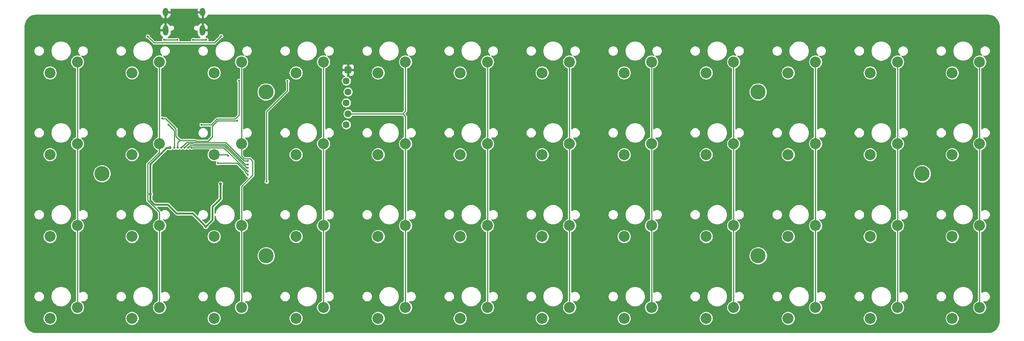
<source format=gbr>
G04 #@! TF.GenerationSoftware,KiCad,Pcbnew,(5.1.2-1)-1*
G04 #@! TF.CreationDate,2020-03-03T17:18:17-06:00*
G04 #@! TF.ProjectId,therick48,74686572-6963-46b3-9438-2e6b69636164,rev?*
G04 #@! TF.SameCoordinates,Original*
G04 #@! TF.FileFunction,Copper,L1,Top*
G04 #@! TF.FilePolarity,Positive*
%FSLAX46Y46*%
G04 Gerber Fmt 4.6, Leading zero omitted, Abs format (unit mm)*
G04 Created by KiCad (PCBNEW (5.1.2-1)-1) date 2020-03-03 17:18:17*
%MOMM*%
%LPD*%
G04 APERTURE LIST*
%ADD10C,1.600200*%
%ADD11C,0.100000*%
%ADD12C,2.540000*%
%ADD13O,1.300000X2.400000*%
%ADD14O,1.300000X1.900000*%
%ADD15C,3.500000*%
%ADD16C,0.500000*%
%ADD17C,0.700000*%
%ADD18C,0.250000*%
%ADD19C,0.400000*%
G04 APERTURE END LIST*
D10*
X121573600Y-61580000D03*
X121980000Y-59040000D03*
X121573600Y-56500000D03*
X121980000Y-53960000D03*
X121573600Y-51420000D03*
D11*
G36*
X122419262Y-48081826D02*
G01*
X122458096Y-48087587D01*
X122496178Y-48097126D01*
X122533143Y-48110352D01*
X122568632Y-48127137D01*
X122602306Y-48147321D01*
X122633839Y-48170707D01*
X122662928Y-48197072D01*
X122689293Y-48226161D01*
X122712679Y-48257694D01*
X122732863Y-48291368D01*
X122749648Y-48326857D01*
X122762874Y-48363822D01*
X122772413Y-48401904D01*
X122778174Y-48440738D01*
X122780100Y-48479950D01*
X122780100Y-49280050D01*
X122778174Y-49319262D01*
X122772413Y-49358096D01*
X122762874Y-49396178D01*
X122749648Y-49433143D01*
X122732863Y-49468632D01*
X122712679Y-49502306D01*
X122689293Y-49533839D01*
X122662928Y-49562928D01*
X122633839Y-49589293D01*
X122602306Y-49612679D01*
X122568632Y-49632863D01*
X122533143Y-49649648D01*
X122496178Y-49662874D01*
X122458096Y-49672413D01*
X122419262Y-49678174D01*
X122380050Y-49680100D01*
X121579950Y-49680100D01*
X121540738Y-49678174D01*
X121501904Y-49672413D01*
X121463822Y-49662874D01*
X121426857Y-49649648D01*
X121391368Y-49632863D01*
X121357694Y-49612679D01*
X121326161Y-49589293D01*
X121297072Y-49562928D01*
X121270707Y-49533839D01*
X121247321Y-49502306D01*
X121227137Y-49468632D01*
X121210352Y-49433143D01*
X121197126Y-49396178D01*
X121187587Y-49358096D01*
X121181826Y-49319262D01*
X121179900Y-49280050D01*
X121179900Y-48479950D01*
X121181826Y-48440738D01*
X121187587Y-48401904D01*
X121197126Y-48363822D01*
X121210352Y-48326857D01*
X121227137Y-48291368D01*
X121247321Y-48257694D01*
X121270707Y-48226161D01*
X121297072Y-48197072D01*
X121326161Y-48170707D01*
X121357694Y-48147321D01*
X121391368Y-48127137D01*
X121426857Y-48110352D01*
X121463822Y-48097126D01*
X121501904Y-48087587D01*
X121540738Y-48081826D01*
X121579950Y-48079900D01*
X122380050Y-48079900D01*
X122419262Y-48081826D01*
X122419262Y-48081826D01*
G37*
D10*
X121980000Y-48880000D03*
D12*
X268290000Y-104000000D03*
X261940000Y-106540000D03*
X249290000Y-104000000D03*
X242940000Y-106540000D03*
X230290000Y-104000000D03*
X223940000Y-106540000D03*
X211290000Y-104000000D03*
X204940000Y-106540000D03*
X192290000Y-104000000D03*
X185940000Y-106540000D03*
X173290000Y-104000000D03*
X166940000Y-106540000D03*
X154290000Y-104000000D03*
X147940000Y-106540000D03*
X135290000Y-104000000D03*
X128940000Y-106540000D03*
X116290000Y-104000000D03*
X109940000Y-106540000D03*
X97290000Y-104000000D03*
X90940000Y-106540000D03*
X78290000Y-104000000D03*
X71940000Y-106540000D03*
X59290000Y-104000000D03*
X52940000Y-106540000D03*
X268290000Y-85000000D03*
X261940000Y-87540000D03*
X249290000Y-85000000D03*
X242940000Y-87540000D03*
X230290000Y-85000000D03*
X223940000Y-87540000D03*
X211290000Y-85000000D03*
X204940000Y-87540000D03*
X192290000Y-85000000D03*
X185940000Y-87540000D03*
X173290000Y-85000000D03*
X166940000Y-87540000D03*
X154290000Y-85000000D03*
X147940000Y-87540000D03*
X135290000Y-85000000D03*
X128940000Y-87540000D03*
X116290000Y-85000000D03*
X109940000Y-87540000D03*
X97290000Y-85000000D03*
X90940000Y-87540000D03*
X78290000Y-85000000D03*
X71940000Y-87540000D03*
X59290000Y-85000000D03*
X52940000Y-87540000D03*
X268290000Y-66000000D03*
X261940000Y-68540000D03*
X249290000Y-66000000D03*
X242940000Y-68540000D03*
X230290000Y-66000000D03*
X223940000Y-68540000D03*
X211290000Y-66000000D03*
X204940000Y-68540000D03*
X192290000Y-66000000D03*
X185940000Y-68540000D03*
X173290000Y-66000000D03*
X166940000Y-68540000D03*
X154290000Y-66000000D03*
X147940000Y-68540000D03*
X135290000Y-66000000D03*
X128940000Y-68540000D03*
X116290000Y-66000000D03*
X109940000Y-68540000D03*
X97290000Y-66000000D03*
X90940000Y-68540000D03*
X78290000Y-66000000D03*
X71940000Y-68540000D03*
X59290000Y-66000000D03*
X52940000Y-68540000D03*
X268290000Y-47000000D03*
X261940000Y-49540000D03*
X249290000Y-47002700D03*
X242940000Y-49542700D03*
X230290000Y-47002700D03*
X223940000Y-49542700D03*
X211290000Y-47000000D03*
X204940000Y-49540000D03*
X192290000Y-47000000D03*
X185940000Y-49540000D03*
X173290000Y-47000000D03*
X166940000Y-49540000D03*
X154290000Y-47000000D03*
X147940000Y-49540000D03*
X135290000Y-47000000D03*
X128940000Y-49540000D03*
X116290000Y-47000000D03*
X109940000Y-49540000D03*
X97290000Y-47000000D03*
X90940000Y-49540000D03*
X78290000Y-47000000D03*
X71940000Y-49540000D03*
X59290000Y-47000000D03*
X52940000Y-49540000D03*
D13*
X79680000Y-39668625D03*
D14*
X79680000Y-35468625D03*
X88280000Y-35468625D03*
D13*
X88280000Y-39668625D03*
X79680000Y-39668625D03*
D15*
X255005000Y-72985000D03*
X217005000Y-91985000D03*
X216980000Y-53960000D03*
X103005000Y-91985000D03*
X102980000Y-53960000D03*
X64980000Y-72960000D03*
D16*
X94234000Y-68834000D03*
X96710500Y-51371500D03*
D17*
X76199000Y-77725000D03*
X92442000Y-75325000D03*
X89027000Y-85217000D03*
X80772000Y-66929000D03*
D16*
X88011000Y-61595000D03*
X81737500Y-66929000D03*
X80391000Y-61595000D03*
X92583000Y-41021000D03*
X75575373Y-41101375D03*
X82537500Y-66929000D03*
X96312625Y-60659375D03*
X78947375Y-60151375D03*
X83331250Y-66898000D03*
X98737500Y-70025000D03*
X84131250Y-66898000D03*
X98737500Y-70825000D03*
X98737500Y-71625000D03*
X84931250Y-66898000D03*
X85731250Y-66898000D03*
X98737500Y-72425000D03*
X98737500Y-73225000D03*
X91837500Y-70525000D03*
X86091000Y-41868000D03*
X89139000Y-41868000D03*
X82408000Y-41868000D03*
X79360000Y-41868000D03*
X103124000Y-74803000D03*
X107950000Y-51435000D03*
D18*
X93940000Y-68540000D02*
X94234000Y-68834000D01*
X90940000Y-68540000D02*
X93940000Y-68540000D01*
D19*
X77216000Y-80137000D02*
X80264000Y-80137000D01*
X76199000Y-79120000D02*
X77216000Y-80137000D01*
X76199000Y-77725000D02*
X76199000Y-79120000D01*
X92442000Y-78754000D02*
X92442000Y-75325000D01*
X90551000Y-80645000D02*
X92442000Y-78754000D01*
X90551000Y-83693000D02*
X90551000Y-80645000D01*
X89027000Y-85217000D02*
X90551000Y-83693000D01*
X89027000Y-85217000D02*
X85979000Y-82169000D01*
X82296000Y-82169000D02*
X80264000Y-80137000D01*
X85979000Y-82169000D02*
X82296000Y-82169000D01*
X80011000Y-66929000D02*
X80772000Y-66929000D01*
X76199000Y-70741000D02*
X80011000Y-66929000D01*
X76199000Y-77725000D02*
X76199000Y-70741000D01*
D18*
X91583220Y-60279365D02*
X90267585Y-61595000D01*
X95803635Y-60279365D02*
X91583220Y-60279365D01*
X96710500Y-59372500D02*
X95803635Y-60279365D01*
X96710500Y-51371500D02*
X96710500Y-59372500D01*
X90267585Y-61595000D02*
X88011000Y-61595000D01*
X91023999Y-42580001D02*
X91122500Y-42481500D01*
X77053999Y-42580001D02*
X91023999Y-42580001D01*
X80391000Y-61595000D02*
X81737500Y-62941500D01*
X81737500Y-66929000D02*
X81737500Y-62941500D01*
X92583000Y-41021000D02*
X91122500Y-42481500D01*
X75575373Y-41101375D02*
X77053999Y-42580001D01*
X83058030Y-65252970D02*
X82537500Y-65773500D01*
X82537500Y-66929000D02*
X82537500Y-65773500D01*
X82117510Y-64312450D02*
X83058030Y-65252970D01*
X82117510Y-62574108D02*
X82117510Y-64312450D01*
X79694777Y-60151375D02*
X82117510Y-62574108D01*
X78947375Y-60151375D02*
X79694777Y-60151375D01*
X91740625Y-60659375D02*
X96312625Y-60659375D01*
X90551000Y-61849000D02*
X91740625Y-60659375D01*
X90551000Y-64389000D02*
X90551000Y-61849000D01*
X89562040Y-65377960D02*
X90551000Y-64389000D01*
X86713960Y-65377960D02*
X89562040Y-65377960D01*
X86588970Y-65252970D02*
X86713960Y-65377960D01*
X83058030Y-65252970D02*
X86588970Y-65252970D01*
X59290000Y-102203949D02*
X59290000Y-47000000D01*
X59290000Y-104000000D02*
X59290000Y-102203949D01*
X78290000Y-85000000D02*
X78290000Y-104000000D01*
X78290000Y-66000000D02*
X78290000Y-47000000D01*
X75593999Y-79158479D02*
X75593999Y-70702521D01*
X78290000Y-81854481D02*
X75593999Y-79158479D01*
X78290000Y-85000000D02*
X78290000Y-81854481D01*
X78290000Y-68006520D02*
X75593999Y-70702521D01*
X78290000Y-66000000D02*
X78290000Y-68006520D01*
X97290000Y-104000000D02*
X97290000Y-85000000D01*
X97290000Y-75912002D02*
X99872501Y-73329501D01*
X97290000Y-85000000D02*
X97290000Y-75912002D01*
X97290000Y-66000000D02*
X97290000Y-47000000D01*
X97290000Y-66000000D02*
X97290000Y-68827843D01*
X97290000Y-68827843D02*
X97924078Y-69461921D01*
X99306921Y-69461921D02*
X99872501Y-70027501D01*
X97924078Y-69461921D02*
X99306921Y-69461921D01*
X99872501Y-70027501D02*
X99872501Y-73329501D01*
X116290000Y-47002700D02*
X116290000Y-104000000D01*
X86397479Y-65632979D02*
X86522470Y-65757970D01*
X86522470Y-65757970D02*
X93682713Y-65757970D01*
X84596271Y-65632979D02*
X86397479Y-65632979D01*
X97949743Y-70025000D02*
X98737500Y-70025000D01*
X93682713Y-65757970D02*
X97949743Y-70025000D01*
X83331250Y-66898000D02*
X84596271Y-65632979D01*
X121980000Y-59040000D02*
X133437000Y-59040000D01*
X135290000Y-57187000D02*
X135290000Y-47002700D01*
X133437000Y-59040000D02*
X134635000Y-59040000D01*
X134635000Y-59040000D02*
X135290000Y-58385000D01*
X135290000Y-58385000D02*
X135290000Y-57187000D01*
X135290000Y-59695000D02*
X134635000Y-59040000D01*
X135290000Y-59979000D02*
X135290000Y-59695000D01*
X135290000Y-104000000D02*
X135290000Y-59979000D01*
X93525309Y-66137980D02*
X98212328Y-70825000D01*
X85016261Y-66012989D02*
X86154289Y-66012989D01*
X86154289Y-66012989D02*
X86279280Y-66137980D01*
X98212328Y-70825000D02*
X98737500Y-70825000D01*
X86279280Y-66137980D02*
X93525309Y-66137980D01*
X84131250Y-66898000D02*
X85016261Y-66012989D01*
X154290000Y-47000000D02*
X154290000Y-104000000D01*
X98474914Y-71625000D02*
X98737500Y-71625000D01*
X93367904Y-66517990D02*
X98474914Y-71625000D01*
X84931250Y-66898000D02*
X85436251Y-66392999D01*
X85996884Y-66392999D02*
X86121875Y-66517990D01*
X86121875Y-66517990D02*
X93367904Y-66517990D01*
X85436251Y-66392999D02*
X85996884Y-66392999D01*
X173290000Y-104000000D02*
X173290000Y-47000000D01*
X93210500Y-66898000D02*
X98737500Y-72425000D01*
X85731250Y-66898000D02*
X93210500Y-66898000D01*
X192290000Y-47000000D02*
X192290000Y-104000000D01*
X98232499Y-72709501D02*
X98227250Y-72714750D01*
X98232499Y-72457413D02*
X98232499Y-72709501D01*
X96300086Y-70525000D02*
X98232499Y-72457413D01*
X98227250Y-72714750D02*
X98737500Y-73225000D01*
X91837500Y-70525000D02*
X96300086Y-70525000D01*
X211290000Y-104000000D02*
X211290000Y-47000000D01*
X230290000Y-47002700D02*
X230290000Y-104000000D01*
X249290000Y-104000000D02*
X249290000Y-47002700D01*
X268290000Y-104000000D02*
X268290000Y-85000000D01*
X268290000Y-85000000D02*
X268290000Y-47000000D01*
X86091000Y-41868000D02*
X89139000Y-41868000D01*
X82408000Y-41868000D02*
X79360000Y-41868000D01*
X103124000Y-58547000D02*
X107950000Y-53721000D01*
X107950000Y-53721000D02*
X107950000Y-51435000D01*
X103124000Y-74803000D02*
X103124000Y-58547000D01*
G36*
X87046819Y-34791803D02*
G01*
X86997000Y-35039625D01*
X86997000Y-35339625D01*
X88151000Y-35339625D01*
X88151000Y-35319625D01*
X88409000Y-35319625D01*
X88409000Y-35339625D01*
X88429000Y-35339625D01*
X88429000Y-35597625D01*
X88409000Y-35597625D01*
X88409000Y-36885953D01*
X88607100Y-37009227D01*
X88651802Y-37003329D01*
X88885537Y-36907069D01*
X89096001Y-36767060D01*
X89275107Y-36588681D01*
X89415971Y-36378788D01*
X89513181Y-36145447D01*
X89519027Y-36116365D01*
X89536630Y-36118091D01*
X89536643Y-36118091D01*
X89556015Y-36119999D01*
X270173183Y-36121250D01*
X270692405Y-36172160D01*
X271185294Y-36320972D01*
X271639889Y-36562684D01*
X272038884Y-36888095D01*
X272367070Y-37284805D01*
X272611951Y-37737703D01*
X272764200Y-38229538D01*
X272819999Y-38760433D01*
X272820001Y-38761108D01*
X272820000Y-107140437D01*
X272767840Y-107672404D01*
X272619028Y-108165295D01*
X272377313Y-108619894D01*
X272051905Y-109018884D01*
X271655198Y-109347068D01*
X271202297Y-109591951D01*
X270710463Y-109744199D01*
X270179567Y-109799999D01*
X270179179Y-109800000D01*
X49799563Y-109800000D01*
X49267596Y-109747840D01*
X48774705Y-109599028D01*
X48320106Y-109357313D01*
X47921116Y-109031905D01*
X47592932Y-108635198D01*
X47348049Y-108182297D01*
X47195801Y-107690463D01*
X47140001Y-107159567D01*
X47140000Y-107159179D01*
X47140000Y-106377982D01*
X51295000Y-106377982D01*
X51295000Y-106702018D01*
X51358217Y-107019829D01*
X51482220Y-107319199D01*
X51662245Y-107588626D01*
X51891374Y-107817755D01*
X52160801Y-107997780D01*
X52460171Y-108121783D01*
X52777982Y-108185000D01*
X53102018Y-108185000D01*
X53419829Y-108121783D01*
X53719199Y-107997780D01*
X53988626Y-107817755D01*
X54217755Y-107588626D01*
X54397780Y-107319199D01*
X54521783Y-107019829D01*
X54585000Y-106702018D01*
X54585000Y-106377982D01*
X70295000Y-106377982D01*
X70295000Y-106702018D01*
X70358217Y-107019829D01*
X70482220Y-107319199D01*
X70662245Y-107588626D01*
X70891374Y-107817755D01*
X71160801Y-107997780D01*
X71460171Y-108121783D01*
X71777982Y-108185000D01*
X72102018Y-108185000D01*
X72419829Y-108121783D01*
X72719199Y-107997780D01*
X72988626Y-107817755D01*
X73217755Y-107588626D01*
X73397780Y-107319199D01*
X73521783Y-107019829D01*
X73585000Y-106702018D01*
X73585000Y-106377982D01*
X89295000Y-106377982D01*
X89295000Y-106702018D01*
X89358217Y-107019829D01*
X89482220Y-107319199D01*
X89662245Y-107588626D01*
X89891374Y-107817755D01*
X90160801Y-107997780D01*
X90460171Y-108121783D01*
X90777982Y-108185000D01*
X91102018Y-108185000D01*
X91419829Y-108121783D01*
X91719199Y-107997780D01*
X91988626Y-107817755D01*
X92217755Y-107588626D01*
X92397780Y-107319199D01*
X92521783Y-107019829D01*
X92585000Y-106702018D01*
X92585000Y-106377982D01*
X108295000Y-106377982D01*
X108295000Y-106702018D01*
X108358217Y-107019829D01*
X108482220Y-107319199D01*
X108662245Y-107588626D01*
X108891374Y-107817755D01*
X109160801Y-107997780D01*
X109460171Y-108121783D01*
X109777982Y-108185000D01*
X110102018Y-108185000D01*
X110419829Y-108121783D01*
X110719199Y-107997780D01*
X110988626Y-107817755D01*
X111217755Y-107588626D01*
X111397780Y-107319199D01*
X111521783Y-107019829D01*
X111585000Y-106702018D01*
X111585000Y-106377982D01*
X127295000Y-106377982D01*
X127295000Y-106702018D01*
X127358217Y-107019829D01*
X127482220Y-107319199D01*
X127662245Y-107588626D01*
X127891374Y-107817755D01*
X128160801Y-107997780D01*
X128460171Y-108121783D01*
X128777982Y-108185000D01*
X129102018Y-108185000D01*
X129419829Y-108121783D01*
X129719199Y-107997780D01*
X129988626Y-107817755D01*
X130217755Y-107588626D01*
X130397780Y-107319199D01*
X130521783Y-107019829D01*
X130585000Y-106702018D01*
X130585000Y-106377982D01*
X146295000Y-106377982D01*
X146295000Y-106702018D01*
X146358217Y-107019829D01*
X146482220Y-107319199D01*
X146662245Y-107588626D01*
X146891374Y-107817755D01*
X147160801Y-107997780D01*
X147460171Y-108121783D01*
X147777982Y-108185000D01*
X148102018Y-108185000D01*
X148419829Y-108121783D01*
X148719199Y-107997780D01*
X148988626Y-107817755D01*
X149217755Y-107588626D01*
X149397780Y-107319199D01*
X149521783Y-107019829D01*
X149585000Y-106702018D01*
X149585000Y-106377982D01*
X165295000Y-106377982D01*
X165295000Y-106702018D01*
X165358217Y-107019829D01*
X165482220Y-107319199D01*
X165662245Y-107588626D01*
X165891374Y-107817755D01*
X166160801Y-107997780D01*
X166460171Y-108121783D01*
X166777982Y-108185000D01*
X167102018Y-108185000D01*
X167419829Y-108121783D01*
X167719199Y-107997780D01*
X167988626Y-107817755D01*
X168217755Y-107588626D01*
X168397780Y-107319199D01*
X168521783Y-107019829D01*
X168585000Y-106702018D01*
X168585000Y-106377982D01*
X184295000Y-106377982D01*
X184295000Y-106702018D01*
X184358217Y-107019829D01*
X184482220Y-107319199D01*
X184662245Y-107588626D01*
X184891374Y-107817755D01*
X185160801Y-107997780D01*
X185460171Y-108121783D01*
X185777982Y-108185000D01*
X186102018Y-108185000D01*
X186419829Y-108121783D01*
X186719199Y-107997780D01*
X186988626Y-107817755D01*
X187217755Y-107588626D01*
X187397780Y-107319199D01*
X187521783Y-107019829D01*
X187585000Y-106702018D01*
X187585000Y-106377982D01*
X203295000Y-106377982D01*
X203295000Y-106702018D01*
X203358217Y-107019829D01*
X203482220Y-107319199D01*
X203662245Y-107588626D01*
X203891374Y-107817755D01*
X204160801Y-107997780D01*
X204460171Y-108121783D01*
X204777982Y-108185000D01*
X205102018Y-108185000D01*
X205419829Y-108121783D01*
X205719199Y-107997780D01*
X205988626Y-107817755D01*
X206217755Y-107588626D01*
X206397780Y-107319199D01*
X206521783Y-107019829D01*
X206585000Y-106702018D01*
X206585000Y-106377982D01*
X222295000Y-106377982D01*
X222295000Y-106702018D01*
X222358217Y-107019829D01*
X222482220Y-107319199D01*
X222662245Y-107588626D01*
X222891374Y-107817755D01*
X223160801Y-107997780D01*
X223460171Y-108121783D01*
X223777982Y-108185000D01*
X224102018Y-108185000D01*
X224419829Y-108121783D01*
X224719199Y-107997780D01*
X224988626Y-107817755D01*
X225217755Y-107588626D01*
X225397780Y-107319199D01*
X225521783Y-107019829D01*
X225585000Y-106702018D01*
X225585000Y-106377982D01*
X241295000Y-106377982D01*
X241295000Y-106702018D01*
X241358217Y-107019829D01*
X241482220Y-107319199D01*
X241662245Y-107588626D01*
X241891374Y-107817755D01*
X242160801Y-107997780D01*
X242460171Y-108121783D01*
X242777982Y-108185000D01*
X243102018Y-108185000D01*
X243419829Y-108121783D01*
X243719199Y-107997780D01*
X243988626Y-107817755D01*
X244217755Y-107588626D01*
X244397780Y-107319199D01*
X244521783Y-107019829D01*
X244585000Y-106702018D01*
X244585000Y-106377982D01*
X260295000Y-106377982D01*
X260295000Y-106702018D01*
X260358217Y-107019829D01*
X260482220Y-107319199D01*
X260662245Y-107588626D01*
X260891374Y-107817755D01*
X261160801Y-107997780D01*
X261460171Y-108121783D01*
X261777982Y-108185000D01*
X262102018Y-108185000D01*
X262419829Y-108121783D01*
X262719199Y-107997780D01*
X262988626Y-107817755D01*
X263217755Y-107588626D01*
X263397780Y-107319199D01*
X263521783Y-107019829D01*
X263585000Y-106702018D01*
X263585000Y-106377982D01*
X263521783Y-106060171D01*
X263397780Y-105760801D01*
X263217755Y-105491374D01*
X262988626Y-105262245D01*
X262719199Y-105082220D01*
X262419829Y-104958217D01*
X262102018Y-104895000D01*
X261777982Y-104895000D01*
X261460171Y-104958217D01*
X261160801Y-105082220D01*
X260891374Y-105262245D01*
X260662245Y-105491374D01*
X260482220Y-105760801D01*
X260358217Y-106060171D01*
X260295000Y-106377982D01*
X244585000Y-106377982D01*
X244521783Y-106060171D01*
X244397780Y-105760801D01*
X244217755Y-105491374D01*
X243988626Y-105262245D01*
X243719199Y-105082220D01*
X243419829Y-104958217D01*
X243102018Y-104895000D01*
X242777982Y-104895000D01*
X242460171Y-104958217D01*
X242160801Y-105082220D01*
X241891374Y-105262245D01*
X241662245Y-105491374D01*
X241482220Y-105760801D01*
X241358217Y-106060171D01*
X241295000Y-106377982D01*
X225585000Y-106377982D01*
X225521783Y-106060171D01*
X225397780Y-105760801D01*
X225217755Y-105491374D01*
X224988626Y-105262245D01*
X224719199Y-105082220D01*
X224419829Y-104958217D01*
X224102018Y-104895000D01*
X223777982Y-104895000D01*
X223460171Y-104958217D01*
X223160801Y-105082220D01*
X222891374Y-105262245D01*
X222662245Y-105491374D01*
X222482220Y-105760801D01*
X222358217Y-106060171D01*
X222295000Y-106377982D01*
X206585000Y-106377982D01*
X206521783Y-106060171D01*
X206397780Y-105760801D01*
X206217755Y-105491374D01*
X205988626Y-105262245D01*
X205719199Y-105082220D01*
X205419829Y-104958217D01*
X205102018Y-104895000D01*
X204777982Y-104895000D01*
X204460171Y-104958217D01*
X204160801Y-105082220D01*
X203891374Y-105262245D01*
X203662245Y-105491374D01*
X203482220Y-105760801D01*
X203358217Y-106060171D01*
X203295000Y-106377982D01*
X187585000Y-106377982D01*
X187521783Y-106060171D01*
X187397780Y-105760801D01*
X187217755Y-105491374D01*
X186988626Y-105262245D01*
X186719199Y-105082220D01*
X186419829Y-104958217D01*
X186102018Y-104895000D01*
X185777982Y-104895000D01*
X185460171Y-104958217D01*
X185160801Y-105082220D01*
X184891374Y-105262245D01*
X184662245Y-105491374D01*
X184482220Y-105760801D01*
X184358217Y-106060171D01*
X184295000Y-106377982D01*
X168585000Y-106377982D01*
X168521783Y-106060171D01*
X168397780Y-105760801D01*
X168217755Y-105491374D01*
X167988626Y-105262245D01*
X167719199Y-105082220D01*
X167419829Y-104958217D01*
X167102018Y-104895000D01*
X166777982Y-104895000D01*
X166460171Y-104958217D01*
X166160801Y-105082220D01*
X165891374Y-105262245D01*
X165662245Y-105491374D01*
X165482220Y-105760801D01*
X165358217Y-106060171D01*
X165295000Y-106377982D01*
X149585000Y-106377982D01*
X149521783Y-106060171D01*
X149397780Y-105760801D01*
X149217755Y-105491374D01*
X148988626Y-105262245D01*
X148719199Y-105082220D01*
X148419829Y-104958217D01*
X148102018Y-104895000D01*
X147777982Y-104895000D01*
X147460171Y-104958217D01*
X147160801Y-105082220D01*
X146891374Y-105262245D01*
X146662245Y-105491374D01*
X146482220Y-105760801D01*
X146358217Y-106060171D01*
X146295000Y-106377982D01*
X130585000Y-106377982D01*
X130521783Y-106060171D01*
X130397780Y-105760801D01*
X130217755Y-105491374D01*
X129988626Y-105262245D01*
X129719199Y-105082220D01*
X129419829Y-104958217D01*
X129102018Y-104895000D01*
X128777982Y-104895000D01*
X128460171Y-104958217D01*
X128160801Y-105082220D01*
X127891374Y-105262245D01*
X127662245Y-105491374D01*
X127482220Y-105760801D01*
X127358217Y-106060171D01*
X127295000Y-106377982D01*
X111585000Y-106377982D01*
X111521783Y-106060171D01*
X111397780Y-105760801D01*
X111217755Y-105491374D01*
X110988626Y-105262245D01*
X110719199Y-105082220D01*
X110419829Y-104958217D01*
X110102018Y-104895000D01*
X109777982Y-104895000D01*
X109460171Y-104958217D01*
X109160801Y-105082220D01*
X108891374Y-105262245D01*
X108662245Y-105491374D01*
X108482220Y-105760801D01*
X108358217Y-106060171D01*
X108295000Y-106377982D01*
X92585000Y-106377982D01*
X92521783Y-106060171D01*
X92397780Y-105760801D01*
X92217755Y-105491374D01*
X91988626Y-105262245D01*
X91719199Y-105082220D01*
X91419829Y-104958217D01*
X91102018Y-104895000D01*
X90777982Y-104895000D01*
X90460171Y-104958217D01*
X90160801Y-105082220D01*
X89891374Y-105262245D01*
X89662245Y-105491374D01*
X89482220Y-105760801D01*
X89358217Y-106060171D01*
X89295000Y-106377982D01*
X73585000Y-106377982D01*
X73521783Y-106060171D01*
X73397780Y-105760801D01*
X73217755Y-105491374D01*
X72988626Y-105262245D01*
X72719199Y-105082220D01*
X72419829Y-104958217D01*
X72102018Y-104895000D01*
X71777982Y-104895000D01*
X71460171Y-104958217D01*
X71160801Y-105082220D01*
X70891374Y-105262245D01*
X70662245Y-105491374D01*
X70482220Y-105760801D01*
X70358217Y-106060171D01*
X70295000Y-106377982D01*
X54585000Y-106377982D01*
X54521783Y-106060171D01*
X54397780Y-105760801D01*
X54217755Y-105491374D01*
X53988626Y-105262245D01*
X53719199Y-105082220D01*
X53419829Y-104958217D01*
X53102018Y-104895000D01*
X52777982Y-104895000D01*
X52460171Y-104958217D01*
X52160801Y-105082220D01*
X51891374Y-105262245D01*
X51662245Y-105491374D01*
X51482220Y-105760801D01*
X51358217Y-106060171D01*
X51295000Y-106377982D01*
X47140000Y-106377982D01*
X47140000Y-101339259D01*
X49174100Y-101339259D01*
X49174100Y-101580741D01*
X49221210Y-101817582D01*
X49313621Y-102040682D01*
X49447781Y-102241466D01*
X49618534Y-102412219D01*
X49819318Y-102546379D01*
X50042418Y-102638790D01*
X50279259Y-102685900D01*
X50520741Y-102685900D01*
X50757582Y-102638790D01*
X50980682Y-102546379D01*
X51181466Y-102412219D01*
X51352219Y-102241466D01*
X51486379Y-102040682D01*
X51578790Y-101817582D01*
X51625900Y-101580741D01*
X51625900Y-101339259D01*
X51603508Y-101226684D01*
X53111100Y-101226684D01*
X53111100Y-101693316D01*
X53202136Y-102150983D01*
X53380708Y-102582095D01*
X53639955Y-102970086D01*
X53969914Y-103300045D01*
X54357905Y-103559292D01*
X54789017Y-103737864D01*
X55246684Y-103828900D01*
X55713316Y-103828900D01*
X56170983Y-103737864D01*
X56602095Y-103559292D01*
X56990086Y-103300045D01*
X57320045Y-102970086D01*
X57579292Y-102582095D01*
X57757864Y-102150983D01*
X57848900Y-101693316D01*
X57848900Y-101226684D01*
X57757864Y-100769017D01*
X57579292Y-100337905D01*
X57320045Y-99949914D01*
X56990086Y-99619955D01*
X56602095Y-99360708D01*
X56170983Y-99182136D01*
X55713316Y-99091100D01*
X55246684Y-99091100D01*
X54789017Y-99182136D01*
X54357905Y-99360708D01*
X53969914Y-99619955D01*
X53639955Y-99949914D01*
X53380708Y-100337905D01*
X53202136Y-100769017D01*
X53111100Y-101226684D01*
X51603508Y-101226684D01*
X51578790Y-101102418D01*
X51486379Y-100879318D01*
X51352219Y-100678534D01*
X51181466Y-100507781D01*
X50980682Y-100373621D01*
X50757582Y-100281210D01*
X50520741Y-100234100D01*
X50279259Y-100234100D01*
X50042418Y-100281210D01*
X49819318Y-100373621D01*
X49618534Y-100507781D01*
X49447781Y-100678534D01*
X49313621Y-100879318D01*
X49221210Y-101102418D01*
X49174100Y-101339259D01*
X47140000Y-101339259D01*
X47140000Y-87377982D01*
X51295000Y-87377982D01*
X51295000Y-87702018D01*
X51358217Y-88019829D01*
X51482220Y-88319199D01*
X51662245Y-88588626D01*
X51891374Y-88817755D01*
X52160801Y-88997780D01*
X52460171Y-89121783D01*
X52777982Y-89185000D01*
X53102018Y-89185000D01*
X53419829Y-89121783D01*
X53719199Y-88997780D01*
X53988626Y-88817755D01*
X54217755Y-88588626D01*
X54397780Y-88319199D01*
X54521783Y-88019829D01*
X54585000Y-87702018D01*
X54585000Y-87377982D01*
X54521783Y-87060171D01*
X54397780Y-86760801D01*
X54217755Y-86491374D01*
X53988626Y-86262245D01*
X53719199Y-86082220D01*
X53419829Y-85958217D01*
X53102018Y-85895000D01*
X52777982Y-85895000D01*
X52460171Y-85958217D01*
X52160801Y-86082220D01*
X51891374Y-86262245D01*
X51662245Y-86491374D01*
X51482220Y-86760801D01*
X51358217Y-87060171D01*
X51295000Y-87377982D01*
X47140000Y-87377982D01*
X47140000Y-82339259D01*
X49174100Y-82339259D01*
X49174100Y-82580741D01*
X49221210Y-82817582D01*
X49313621Y-83040682D01*
X49447781Y-83241466D01*
X49618534Y-83412219D01*
X49819318Y-83546379D01*
X50042418Y-83638790D01*
X50279259Y-83685900D01*
X50520741Y-83685900D01*
X50757582Y-83638790D01*
X50980682Y-83546379D01*
X51181466Y-83412219D01*
X51352219Y-83241466D01*
X51486379Y-83040682D01*
X51578790Y-82817582D01*
X51625900Y-82580741D01*
X51625900Y-82339259D01*
X51603508Y-82226684D01*
X53111100Y-82226684D01*
X53111100Y-82693316D01*
X53202136Y-83150983D01*
X53380708Y-83582095D01*
X53639955Y-83970086D01*
X53969914Y-84300045D01*
X54357905Y-84559292D01*
X54789017Y-84737864D01*
X55246684Y-84828900D01*
X55713316Y-84828900D01*
X56170983Y-84737864D01*
X56602095Y-84559292D01*
X56990086Y-84300045D01*
X57320045Y-83970086D01*
X57579292Y-83582095D01*
X57757864Y-83150983D01*
X57848900Y-82693316D01*
X57848900Y-82226684D01*
X57757864Y-81769017D01*
X57579292Y-81337905D01*
X57320045Y-80949914D01*
X56990086Y-80619955D01*
X56602095Y-80360708D01*
X56170983Y-80182136D01*
X55713316Y-80091100D01*
X55246684Y-80091100D01*
X54789017Y-80182136D01*
X54357905Y-80360708D01*
X53969914Y-80619955D01*
X53639955Y-80949914D01*
X53380708Y-81337905D01*
X53202136Y-81769017D01*
X53111100Y-82226684D01*
X51603508Y-82226684D01*
X51578790Y-82102418D01*
X51486379Y-81879318D01*
X51352219Y-81678534D01*
X51181466Y-81507781D01*
X50980682Y-81373621D01*
X50757582Y-81281210D01*
X50520741Y-81234100D01*
X50279259Y-81234100D01*
X50042418Y-81281210D01*
X49819318Y-81373621D01*
X49618534Y-81507781D01*
X49447781Y-81678534D01*
X49313621Y-81879318D01*
X49221210Y-82102418D01*
X49174100Y-82339259D01*
X47140000Y-82339259D01*
X47140000Y-68377982D01*
X51295000Y-68377982D01*
X51295000Y-68702018D01*
X51358217Y-69019829D01*
X51482220Y-69319199D01*
X51662245Y-69588626D01*
X51891374Y-69817755D01*
X52160801Y-69997780D01*
X52460171Y-70121783D01*
X52777982Y-70185000D01*
X53102018Y-70185000D01*
X53419829Y-70121783D01*
X53719199Y-69997780D01*
X53988626Y-69817755D01*
X54217755Y-69588626D01*
X54397780Y-69319199D01*
X54521783Y-69019829D01*
X54585000Y-68702018D01*
X54585000Y-68377982D01*
X54521783Y-68060171D01*
X54397780Y-67760801D01*
X54217755Y-67491374D01*
X53988626Y-67262245D01*
X53719199Y-67082220D01*
X53419829Y-66958217D01*
X53102018Y-66895000D01*
X52777982Y-66895000D01*
X52460171Y-66958217D01*
X52160801Y-67082220D01*
X51891374Y-67262245D01*
X51662245Y-67491374D01*
X51482220Y-67760801D01*
X51358217Y-68060171D01*
X51295000Y-68377982D01*
X47140000Y-68377982D01*
X47140000Y-63339259D01*
X49174100Y-63339259D01*
X49174100Y-63580741D01*
X49221210Y-63817582D01*
X49313621Y-64040682D01*
X49447781Y-64241466D01*
X49618534Y-64412219D01*
X49819318Y-64546379D01*
X50042418Y-64638790D01*
X50279259Y-64685900D01*
X50520741Y-64685900D01*
X50757582Y-64638790D01*
X50980682Y-64546379D01*
X51181466Y-64412219D01*
X51352219Y-64241466D01*
X51486379Y-64040682D01*
X51578790Y-63817582D01*
X51625900Y-63580741D01*
X51625900Y-63339259D01*
X51603508Y-63226684D01*
X53111100Y-63226684D01*
X53111100Y-63693316D01*
X53202136Y-64150983D01*
X53380708Y-64582095D01*
X53639955Y-64970086D01*
X53969914Y-65300045D01*
X54357905Y-65559292D01*
X54789017Y-65737864D01*
X55246684Y-65828900D01*
X55713316Y-65828900D01*
X56170983Y-65737864D01*
X56602095Y-65559292D01*
X56990086Y-65300045D01*
X57320045Y-64970086D01*
X57579292Y-64582095D01*
X57757864Y-64150983D01*
X57848900Y-63693316D01*
X57848900Y-63226684D01*
X57757864Y-62769017D01*
X57579292Y-62337905D01*
X57320045Y-61949914D01*
X56990086Y-61619955D01*
X56602095Y-61360708D01*
X56170983Y-61182136D01*
X55713316Y-61091100D01*
X55246684Y-61091100D01*
X54789017Y-61182136D01*
X54357905Y-61360708D01*
X53969914Y-61619955D01*
X53639955Y-61949914D01*
X53380708Y-62337905D01*
X53202136Y-62769017D01*
X53111100Y-63226684D01*
X51603508Y-63226684D01*
X51578790Y-63102418D01*
X51486379Y-62879318D01*
X51352219Y-62678534D01*
X51181466Y-62507781D01*
X50980682Y-62373621D01*
X50757582Y-62281210D01*
X50520741Y-62234100D01*
X50279259Y-62234100D01*
X50042418Y-62281210D01*
X49819318Y-62373621D01*
X49618534Y-62507781D01*
X49447781Y-62678534D01*
X49313621Y-62879318D01*
X49221210Y-63102418D01*
X49174100Y-63339259D01*
X47140000Y-63339259D01*
X47140000Y-49377982D01*
X51295000Y-49377982D01*
X51295000Y-49702018D01*
X51358217Y-50019829D01*
X51482220Y-50319199D01*
X51662245Y-50588626D01*
X51891374Y-50817755D01*
X52160801Y-50997780D01*
X52460171Y-51121783D01*
X52777982Y-51185000D01*
X53102018Y-51185000D01*
X53419829Y-51121783D01*
X53719199Y-50997780D01*
X53988626Y-50817755D01*
X54217755Y-50588626D01*
X54397780Y-50319199D01*
X54521783Y-50019829D01*
X54585000Y-49702018D01*
X54585000Y-49377982D01*
X54521783Y-49060171D01*
X54397780Y-48760801D01*
X54217755Y-48491374D01*
X53988626Y-48262245D01*
X53719199Y-48082220D01*
X53419829Y-47958217D01*
X53102018Y-47895000D01*
X52777982Y-47895000D01*
X52460171Y-47958217D01*
X52160801Y-48082220D01*
X51891374Y-48262245D01*
X51662245Y-48491374D01*
X51482220Y-48760801D01*
X51358217Y-49060171D01*
X51295000Y-49377982D01*
X47140000Y-49377982D01*
X47140000Y-46837982D01*
X57645000Y-46837982D01*
X57645000Y-47162018D01*
X57708217Y-47479829D01*
X57832220Y-47779199D01*
X58012245Y-48048626D01*
X58241374Y-48277755D01*
X58510801Y-48457780D01*
X58790001Y-48573428D01*
X58790001Y-64426572D01*
X58510801Y-64542220D01*
X58241374Y-64722245D01*
X58012245Y-64951374D01*
X57832220Y-65220801D01*
X57708217Y-65520171D01*
X57645000Y-65837982D01*
X57645000Y-66162018D01*
X57708217Y-66479829D01*
X57832220Y-66779199D01*
X58012245Y-67048626D01*
X58241374Y-67277755D01*
X58510801Y-67457780D01*
X58790001Y-67573428D01*
X58790000Y-83426572D01*
X58510801Y-83542220D01*
X58241374Y-83722245D01*
X58012245Y-83951374D01*
X57832220Y-84220801D01*
X57708217Y-84520171D01*
X57645000Y-84837982D01*
X57645000Y-85162018D01*
X57708217Y-85479829D01*
X57832220Y-85779199D01*
X58012245Y-86048626D01*
X58241374Y-86277755D01*
X58510801Y-86457780D01*
X58790000Y-86573428D01*
X58790000Y-102228508D01*
X58790001Y-102228518D01*
X58790001Y-102426572D01*
X58510801Y-102542220D01*
X58241374Y-102722245D01*
X58012245Y-102951374D01*
X57832220Y-103220801D01*
X57708217Y-103520171D01*
X57645000Y-103837982D01*
X57645000Y-104162018D01*
X57708217Y-104479829D01*
X57832220Y-104779199D01*
X58012245Y-105048626D01*
X58241374Y-105277755D01*
X58510801Y-105457780D01*
X58810171Y-105581783D01*
X59127982Y-105645000D01*
X59452018Y-105645000D01*
X59769829Y-105581783D01*
X60069199Y-105457780D01*
X60338626Y-105277755D01*
X60567755Y-105048626D01*
X60747780Y-104779199D01*
X60871783Y-104479829D01*
X60935000Y-104162018D01*
X60935000Y-103837982D01*
X60871783Y-103520171D01*
X60747780Y-103220801D01*
X60567755Y-102951374D01*
X60338626Y-102722245D01*
X60218520Y-102641993D01*
X60439259Y-102685900D01*
X60680741Y-102685900D01*
X60917582Y-102638790D01*
X61140682Y-102546379D01*
X61341466Y-102412219D01*
X61512219Y-102241466D01*
X61646379Y-102040682D01*
X61738790Y-101817582D01*
X61785900Y-101580741D01*
X61785900Y-101339259D01*
X68174100Y-101339259D01*
X68174100Y-101580741D01*
X68221210Y-101817582D01*
X68313621Y-102040682D01*
X68447781Y-102241466D01*
X68618534Y-102412219D01*
X68819318Y-102546379D01*
X69042418Y-102638790D01*
X69279259Y-102685900D01*
X69520741Y-102685900D01*
X69757582Y-102638790D01*
X69980682Y-102546379D01*
X70181466Y-102412219D01*
X70352219Y-102241466D01*
X70486379Y-102040682D01*
X70578790Y-101817582D01*
X70625900Y-101580741D01*
X70625900Y-101339259D01*
X70603508Y-101226684D01*
X72111100Y-101226684D01*
X72111100Y-101693316D01*
X72202136Y-102150983D01*
X72380708Y-102582095D01*
X72639955Y-102970086D01*
X72969914Y-103300045D01*
X73357905Y-103559292D01*
X73789017Y-103737864D01*
X74246684Y-103828900D01*
X74713316Y-103828900D01*
X75170983Y-103737864D01*
X75602095Y-103559292D01*
X75990086Y-103300045D01*
X76320045Y-102970086D01*
X76579292Y-102582095D01*
X76757864Y-102150983D01*
X76848900Y-101693316D01*
X76848900Y-101226684D01*
X76757864Y-100769017D01*
X76579292Y-100337905D01*
X76320045Y-99949914D01*
X75990086Y-99619955D01*
X75602095Y-99360708D01*
X75170983Y-99182136D01*
X74713316Y-99091100D01*
X74246684Y-99091100D01*
X73789017Y-99182136D01*
X73357905Y-99360708D01*
X72969914Y-99619955D01*
X72639955Y-99949914D01*
X72380708Y-100337905D01*
X72202136Y-100769017D01*
X72111100Y-101226684D01*
X70603508Y-101226684D01*
X70578790Y-101102418D01*
X70486379Y-100879318D01*
X70352219Y-100678534D01*
X70181466Y-100507781D01*
X69980682Y-100373621D01*
X69757582Y-100281210D01*
X69520741Y-100234100D01*
X69279259Y-100234100D01*
X69042418Y-100281210D01*
X68819318Y-100373621D01*
X68618534Y-100507781D01*
X68447781Y-100678534D01*
X68313621Y-100879318D01*
X68221210Y-101102418D01*
X68174100Y-101339259D01*
X61785900Y-101339259D01*
X61738790Y-101102418D01*
X61646379Y-100879318D01*
X61512219Y-100678534D01*
X61341466Y-100507781D01*
X61140682Y-100373621D01*
X60917582Y-100281210D01*
X60680741Y-100234100D01*
X60439259Y-100234100D01*
X60202418Y-100281210D01*
X59979318Y-100373621D01*
X59790000Y-100500120D01*
X59790000Y-87377982D01*
X70295000Y-87377982D01*
X70295000Y-87702018D01*
X70358217Y-88019829D01*
X70482220Y-88319199D01*
X70662245Y-88588626D01*
X70891374Y-88817755D01*
X71160801Y-88997780D01*
X71460171Y-89121783D01*
X71777982Y-89185000D01*
X72102018Y-89185000D01*
X72419829Y-89121783D01*
X72719199Y-88997780D01*
X72988626Y-88817755D01*
X73217755Y-88588626D01*
X73397780Y-88319199D01*
X73521783Y-88019829D01*
X73585000Y-87702018D01*
X73585000Y-87377982D01*
X73521783Y-87060171D01*
X73397780Y-86760801D01*
X73217755Y-86491374D01*
X72988626Y-86262245D01*
X72719199Y-86082220D01*
X72419829Y-85958217D01*
X72102018Y-85895000D01*
X71777982Y-85895000D01*
X71460171Y-85958217D01*
X71160801Y-86082220D01*
X70891374Y-86262245D01*
X70662245Y-86491374D01*
X70482220Y-86760801D01*
X70358217Y-87060171D01*
X70295000Y-87377982D01*
X59790000Y-87377982D01*
X59790000Y-86573428D01*
X60069199Y-86457780D01*
X60338626Y-86277755D01*
X60567755Y-86048626D01*
X60747780Y-85779199D01*
X60871783Y-85479829D01*
X60935000Y-85162018D01*
X60935000Y-84837982D01*
X60871783Y-84520171D01*
X60747780Y-84220801D01*
X60567755Y-83951374D01*
X60338626Y-83722245D01*
X60218520Y-83641993D01*
X60439259Y-83685900D01*
X60680741Y-83685900D01*
X60917582Y-83638790D01*
X61140682Y-83546379D01*
X61341466Y-83412219D01*
X61512219Y-83241466D01*
X61646379Y-83040682D01*
X61738790Y-82817582D01*
X61785900Y-82580741D01*
X61785900Y-82339259D01*
X68174100Y-82339259D01*
X68174100Y-82580741D01*
X68221210Y-82817582D01*
X68313621Y-83040682D01*
X68447781Y-83241466D01*
X68618534Y-83412219D01*
X68819318Y-83546379D01*
X69042418Y-83638790D01*
X69279259Y-83685900D01*
X69520741Y-83685900D01*
X69757582Y-83638790D01*
X69980682Y-83546379D01*
X70181466Y-83412219D01*
X70352219Y-83241466D01*
X70486379Y-83040682D01*
X70578790Y-82817582D01*
X70625900Y-82580741D01*
X70625900Y-82339259D01*
X70603508Y-82226684D01*
X72111100Y-82226684D01*
X72111100Y-82693316D01*
X72202136Y-83150983D01*
X72380708Y-83582095D01*
X72639955Y-83970086D01*
X72969914Y-84300045D01*
X73357905Y-84559292D01*
X73789017Y-84737864D01*
X74246684Y-84828900D01*
X74713316Y-84828900D01*
X75170983Y-84737864D01*
X75602095Y-84559292D01*
X75990086Y-84300045D01*
X76320045Y-83970086D01*
X76579292Y-83582095D01*
X76757864Y-83150983D01*
X76848900Y-82693316D01*
X76848900Y-82226684D01*
X76757864Y-81769017D01*
X76579292Y-81337905D01*
X76320045Y-80949914D01*
X75990086Y-80619955D01*
X75602095Y-80360708D01*
X75170983Y-80182136D01*
X74713316Y-80091100D01*
X74246684Y-80091100D01*
X73789017Y-80182136D01*
X73357905Y-80360708D01*
X72969914Y-80619955D01*
X72639955Y-80949914D01*
X72380708Y-81337905D01*
X72202136Y-81769017D01*
X72111100Y-82226684D01*
X70603508Y-82226684D01*
X70578790Y-82102418D01*
X70486379Y-81879318D01*
X70352219Y-81678534D01*
X70181466Y-81507781D01*
X69980682Y-81373621D01*
X69757582Y-81281210D01*
X69520741Y-81234100D01*
X69279259Y-81234100D01*
X69042418Y-81281210D01*
X68819318Y-81373621D01*
X68618534Y-81507781D01*
X68447781Y-81678534D01*
X68313621Y-81879318D01*
X68221210Y-82102418D01*
X68174100Y-82339259D01*
X61785900Y-82339259D01*
X61738790Y-82102418D01*
X61646379Y-81879318D01*
X61512219Y-81678534D01*
X61341466Y-81507781D01*
X61140682Y-81373621D01*
X60917582Y-81281210D01*
X60680741Y-81234100D01*
X60439259Y-81234100D01*
X60202418Y-81281210D01*
X59979318Y-81373621D01*
X59790000Y-81500120D01*
X59790000Y-72750706D01*
X62855000Y-72750706D01*
X62855000Y-73169294D01*
X62936663Y-73579840D01*
X63096849Y-73966565D01*
X63329405Y-74314609D01*
X63625391Y-74610595D01*
X63973435Y-74843151D01*
X64360160Y-75003337D01*
X64770706Y-75085000D01*
X65189294Y-75085000D01*
X65599840Y-75003337D01*
X65986565Y-74843151D01*
X66334609Y-74610595D01*
X66630595Y-74314609D01*
X66863151Y-73966565D01*
X67023337Y-73579840D01*
X67105000Y-73169294D01*
X67105000Y-72750706D01*
X67023337Y-72340160D01*
X66863151Y-71953435D01*
X66630595Y-71605391D01*
X66334609Y-71309405D01*
X65986565Y-71076849D01*
X65599840Y-70916663D01*
X65189294Y-70835000D01*
X64770706Y-70835000D01*
X64360160Y-70916663D01*
X63973435Y-71076849D01*
X63625391Y-71309405D01*
X63329405Y-71605391D01*
X63096849Y-71953435D01*
X62936663Y-72340160D01*
X62855000Y-72750706D01*
X59790000Y-72750706D01*
X59790000Y-70702521D01*
X75091580Y-70702521D01*
X75094000Y-70727091D01*
X75093999Y-79133919D01*
X75091580Y-79158479D01*
X75093999Y-79183038D01*
X75101234Y-79256495D01*
X75129824Y-79350745D01*
X75176253Y-79437608D01*
X75238735Y-79513743D01*
X75257823Y-79529408D01*
X77790001Y-82061588D01*
X77790001Y-83426572D01*
X77510801Y-83542220D01*
X77241374Y-83722245D01*
X77012245Y-83951374D01*
X76832220Y-84220801D01*
X76708217Y-84520171D01*
X76645000Y-84837982D01*
X76645000Y-85162018D01*
X76708217Y-85479829D01*
X76832220Y-85779199D01*
X77012245Y-86048626D01*
X77241374Y-86277755D01*
X77510801Y-86457780D01*
X77790000Y-86573428D01*
X77790001Y-102426572D01*
X77510801Y-102542220D01*
X77241374Y-102722245D01*
X77012245Y-102951374D01*
X76832220Y-103220801D01*
X76708217Y-103520171D01*
X76645000Y-103837982D01*
X76645000Y-104162018D01*
X76708217Y-104479829D01*
X76832220Y-104779199D01*
X77012245Y-105048626D01*
X77241374Y-105277755D01*
X77510801Y-105457780D01*
X77810171Y-105581783D01*
X78127982Y-105645000D01*
X78452018Y-105645000D01*
X78769829Y-105581783D01*
X79069199Y-105457780D01*
X79338626Y-105277755D01*
X79567755Y-105048626D01*
X79747780Y-104779199D01*
X79871783Y-104479829D01*
X79935000Y-104162018D01*
X79935000Y-103837982D01*
X79871783Y-103520171D01*
X79747780Y-103220801D01*
X79567755Y-102951374D01*
X79338626Y-102722245D01*
X79218520Y-102641993D01*
X79439259Y-102685900D01*
X79680741Y-102685900D01*
X79917582Y-102638790D01*
X80140682Y-102546379D01*
X80341466Y-102412219D01*
X80512219Y-102241466D01*
X80646379Y-102040682D01*
X80738790Y-101817582D01*
X80785900Y-101580741D01*
X80785900Y-101339259D01*
X87174100Y-101339259D01*
X87174100Y-101580741D01*
X87221210Y-101817582D01*
X87313621Y-102040682D01*
X87447781Y-102241466D01*
X87618534Y-102412219D01*
X87819318Y-102546379D01*
X88042418Y-102638790D01*
X88279259Y-102685900D01*
X88520741Y-102685900D01*
X88757582Y-102638790D01*
X88980682Y-102546379D01*
X89181466Y-102412219D01*
X89352219Y-102241466D01*
X89486379Y-102040682D01*
X89578790Y-101817582D01*
X89625900Y-101580741D01*
X89625900Y-101339259D01*
X89603508Y-101226684D01*
X91111100Y-101226684D01*
X91111100Y-101693316D01*
X91202136Y-102150983D01*
X91380708Y-102582095D01*
X91639955Y-102970086D01*
X91969914Y-103300045D01*
X92357905Y-103559292D01*
X92789017Y-103737864D01*
X93246684Y-103828900D01*
X93713316Y-103828900D01*
X94170983Y-103737864D01*
X94602095Y-103559292D01*
X94990086Y-103300045D01*
X95320045Y-102970086D01*
X95579292Y-102582095D01*
X95757864Y-102150983D01*
X95848900Y-101693316D01*
X95848900Y-101226684D01*
X95757864Y-100769017D01*
X95579292Y-100337905D01*
X95320045Y-99949914D01*
X94990086Y-99619955D01*
X94602095Y-99360708D01*
X94170983Y-99182136D01*
X93713316Y-99091100D01*
X93246684Y-99091100D01*
X92789017Y-99182136D01*
X92357905Y-99360708D01*
X91969914Y-99619955D01*
X91639955Y-99949914D01*
X91380708Y-100337905D01*
X91202136Y-100769017D01*
X91111100Y-101226684D01*
X89603508Y-101226684D01*
X89578790Y-101102418D01*
X89486379Y-100879318D01*
X89352219Y-100678534D01*
X89181466Y-100507781D01*
X88980682Y-100373621D01*
X88757582Y-100281210D01*
X88520741Y-100234100D01*
X88279259Y-100234100D01*
X88042418Y-100281210D01*
X87819318Y-100373621D01*
X87618534Y-100507781D01*
X87447781Y-100678534D01*
X87313621Y-100879318D01*
X87221210Y-101102418D01*
X87174100Y-101339259D01*
X80785900Y-101339259D01*
X80738790Y-101102418D01*
X80646379Y-100879318D01*
X80512219Y-100678534D01*
X80341466Y-100507781D01*
X80140682Y-100373621D01*
X79917582Y-100281210D01*
X79680741Y-100234100D01*
X79439259Y-100234100D01*
X79202418Y-100281210D01*
X78979318Y-100373621D01*
X78790000Y-100500120D01*
X78790000Y-87377982D01*
X89295000Y-87377982D01*
X89295000Y-87702018D01*
X89358217Y-88019829D01*
X89482220Y-88319199D01*
X89662245Y-88588626D01*
X89891374Y-88817755D01*
X90160801Y-88997780D01*
X90460171Y-89121783D01*
X90777982Y-89185000D01*
X91102018Y-89185000D01*
X91419829Y-89121783D01*
X91719199Y-88997780D01*
X91988626Y-88817755D01*
X92217755Y-88588626D01*
X92397780Y-88319199D01*
X92521783Y-88019829D01*
X92585000Y-87702018D01*
X92585000Y-87377982D01*
X92521783Y-87060171D01*
X92397780Y-86760801D01*
X92217755Y-86491374D01*
X91988626Y-86262245D01*
X91719199Y-86082220D01*
X91419829Y-85958217D01*
X91102018Y-85895000D01*
X90777982Y-85895000D01*
X90460171Y-85958217D01*
X90160801Y-86082220D01*
X89891374Y-86262245D01*
X89662245Y-86491374D01*
X89482220Y-86760801D01*
X89358217Y-87060171D01*
X89295000Y-87377982D01*
X78790000Y-87377982D01*
X78790000Y-86573428D01*
X79069199Y-86457780D01*
X79338626Y-86277755D01*
X79567755Y-86048626D01*
X79747780Y-85779199D01*
X79871783Y-85479829D01*
X79935000Y-85162018D01*
X79935000Y-84837982D01*
X79871783Y-84520171D01*
X79747780Y-84220801D01*
X79567755Y-83951374D01*
X79338626Y-83722245D01*
X79218520Y-83641993D01*
X79439259Y-83685900D01*
X79680741Y-83685900D01*
X79917582Y-83638790D01*
X80140682Y-83546379D01*
X80341466Y-83412219D01*
X80512219Y-83241466D01*
X80646379Y-83040682D01*
X80738790Y-82817582D01*
X80785900Y-82580741D01*
X80785900Y-82339259D01*
X80738790Y-82102418D01*
X80646379Y-81879318D01*
X80512219Y-81678534D01*
X80341466Y-81507781D01*
X80140682Y-81373621D01*
X79917582Y-81281210D01*
X79680741Y-81234100D01*
X79439259Y-81234100D01*
X79202418Y-81281210D01*
X78979318Y-81373621D01*
X78778534Y-81507781D01*
X78708867Y-81577448D01*
X78707746Y-81575352D01*
X78645264Y-81499217D01*
X78626187Y-81483561D01*
X77854626Y-80712000D01*
X80025828Y-80712000D01*
X81869439Y-82555612D01*
X81887446Y-82577554D01*
X81909386Y-82595559D01*
X81975001Y-82649408D01*
X82057147Y-82693316D01*
X82074892Y-82702801D01*
X82183280Y-82735680D01*
X82267754Y-82744000D01*
X82267757Y-82744000D01*
X82296000Y-82746782D01*
X82324243Y-82744000D01*
X85740828Y-82744000D01*
X88306163Y-85309336D01*
X88329861Y-85428475D01*
X88384513Y-85560416D01*
X88463856Y-85679161D01*
X88564839Y-85780144D01*
X88683584Y-85859487D01*
X88815525Y-85914139D01*
X88955594Y-85942000D01*
X89098406Y-85942000D01*
X89238475Y-85914139D01*
X89370416Y-85859487D01*
X89489161Y-85780144D01*
X89590144Y-85679161D01*
X89669487Y-85560416D01*
X89724139Y-85428475D01*
X89747837Y-85309335D01*
X90937613Y-84119560D01*
X90959554Y-84101554D01*
X90993782Y-84059847D01*
X91031408Y-84013999D01*
X91054880Y-83970086D01*
X91084801Y-83914108D01*
X91117680Y-83805720D01*
X91126000Y-83721246D01*
X91126000Y-83721244D01*
X91128782Y-83693001D01*
X91126000Y-83664758D01*
X91126000Y-82768223D01*
X91202136Y-83150983D01*
X91380708Y-83582095D01*
X91639955Y-83970086D01*
X91969914Y-84300045D01*
X92357905Y-84559292D01*
X92789017Y-84737864D01*
X93246684Y-84828900D01*
X93713316Y-84828900D01*
X94170983Y-84737864D01*
X94602095Y-84559292D01*
X94990086Y-84300045D01*
X95320045Y-83970086D01*
X95579292Y-83582095D01*
X95757864Y-83150983D01*
X95848900Y-82693316D01*
X95848900Y-82226684D01*
X95757864Y-81769017D01*
X95579292Y-81337905D01*
X95320045Y-80949914D01*
X94990086Y-80619955D01*
X94602095Y-80360708D01*
X94170983Y-80182136D01*
X93713316Y-80091100D01*
X93246684Y-80091100D01*
X92789017Y-80182136D01*
X92357905Y-80360708D01*
X91969914Y-80619955D01*
X91639955Y-80949914D01*
X91380708Y-81337905D01*
X91202136Y-81769017D01*
X91126000Y-82151777D01*
X91126000Y-80883172D01*
X92828613Y-79180560D01*
X92850554Y-79162554D01*
X92885477Y-79120000D01*
X92922408Y-79074999D01*
X92975801Y-78975108D01*
X92998920Y-78898893D01*
X93008680Y-78866720D01*
X93017000Y-78782246D01*
X93017000Y-78782243D01*
X93019782Y-78754000D01*
X93017000Y-78725757D01*
X93017000Y-75769417D01*
X93084487Y-75668416D01*
X93139139Y-75536475D01*
X93167000Y-75396406D01*
X93167000Y-75253594D01*
X93139139Y-75113525D01*
X93084487Y-74981584D01*
X93005144Y-74862839D01*
X92904161Y-74761856D01*
X92785416Y-74682513D01*
X92653475Y-74627861D01*
X92513406Y-74600000D01*
X92370594Y-74600000D01*
X92230525Y-74627861D01*
X92098584Y-74682513D01*
X91979839Y-74761856D01*
X91878856Y-74862839D01*
X91799513Y-74981584D01*
X91744861Y-75113525D01*
X91717000Y-75253594D01*
X91717000Y-75396406D01*
X91744861Y-75536475D01*
X91799513Y-75668416D01*
X91867001Y-75769419D01*
X91867000Y-78515827D01*
X90164389Y-80218439D01*
X90142447Y-80236446D01*
X90124441Y-80258387D01*
X90070592Y-80324002D01*
X90017199Y-80423893D01*
X89984321Y-80532281D01*
X89973218Y-80645000D01*
X89976001Y-80673253D01*
X89976000Y-83454827D01*
X89027000Y-84403827D01*
X88309073Y-83685900D01*
X88520741Y-83685900D01*
X88757582Y-83638790D01*
X88980682Y-83546379D01*
X89181466Y-83412219D01*
X89352219Y-83241466D01*
X89486379Y-83040682D01*
X89578790Y-82817582D01*
X89625900Y-82580741D01*
X89625900Y-82339259D01*
X89578790Y-82102418D01*
X89486379Y-81879318D01*
X89352219Y-81678534D01*
X89181466Y-81507781D01*
X88980682Y-81373621D01*
X88757582Y-81281210D01*
X88520741Y-81234100D01*
X88279259Y-81234100D01*
X88042418Y-81281210D01*
X87819318Y-81373621D01*
X87618534Y-81507781D01*
X87447781Y-81678534D01*
X87313621Y-81879318D01*
X87221210Y-82102418D01*
X87174100Y-82339259D01*
X87174100Y-82550928D01*
X86405565Y-81782393D01*
X86387554Y-81760446D01*
X86299998Y-81688592D01*
X86200108Y-81635199D01*
X86091720Y-81602320D01*
X86007246Y-81594000D01*
X86007243Y-81594000D01*
X85979000Y-81591218D01*
X85950757Y-81594000D01*
X82534173Y-81594000D01*
X80690565Y-79750393D01*
X80672554Y-79728446D01*
X80584998Y-79656592D01*
X80485108Y-79603199D01*
X80376720Y-79570320D01*
X80292246Y-79562000D01*
X80292243Y-79562000D01*
X80264000Y-79559218D01*
X80235757Y-79562000D01*
X77454173Y-79562000D01*
X76774000Y-78881828D01*
X76774000Y-78169417D01*
X76841487Y-78068416D01*
X76896139Y-77936475D01*
X76924000Y-77796406D01*
X76924000Y-77653594D01*
X76896139Y-77513525D01*
X76841487Y-77381584D01*
X76774000Y-77280583D01*
X76774000Y-70979172D01*
X80249173Y-67504000D01*
X80327583Y-67504000D01*
X80428584Y-67571487D01*
X80560525Y-67626139D01*
X80700594Y-67654000D01*
X80843406Y-67654000D01*
X80983475Y-67626139D01*
X81115416Y-67571487D01*
X81234161Y-67492144D01*
X81325461Y-67400844D01*
X81339086Y-67414469D01*
X81441452Y-67482868D01*
X81555194Y-67529981D01*
X81675943Y-67554000D01*
X81799057Y-67554000D01*
X81919806Y-67529981D01*
X82033548Y-67482868D01*
X82135914Y-67414469D01*
X82137500Y-67412883D01*
X82139086Y-67414469D01*
X82241452Y-67482868D01*
X82355194Y-67529981D01*
X82475943Y-67554000D01*
X82599057Y-67554000D01*
X82719806Y-67529981D01*
X82833548Y-67482868D01*
X82935914Y-67414469D01*
X82953264Y-67397119D01*
X83035202Y-67451868D01*
X83148944Y-67498981D01*
X83269693Y-67523000D01*
X83392807Y-67523000D01*
X83513556Y-67498981D01*
X83627298Y-67451868D01*
X83729664Y-67383469D01*
X83731250Y-67381883D01*
X83732836Y-67383469D01*
X83835202Y-67451868D01*
X83948944Y-67498981D01*
X84069693Y-67523000D01*
X84192807Y-67523000D01*
X84313556Y-67498981D01*
X84427298Y-67451868D01*
X84529664Y-67383469D01*
X84531250Y-67381883D01*
X84532836Y-67383469D01*
X84635202Y-67451868D01*
X84748944Y-67498981D01*
X84869693Y-67523000D01*
X84992807Y-67523000D01*
X85113556Y-67498981D01*
X85227298Y-67451868D01*
X85329664Y-67383469D01*
X85331250Y-67381883D01*
X85332836Y-67383469D01*
X85435202Y-67451868D01*
X85548944Y-67498981D01*
X85669693Y-67523000D01*
X85792807Y-67523000D01*
X85913556Y-67498981D01*
X86027298Y-67451868D01*
X86107917Y-67398000D01*
X89755619Y-67398000D01*
X89662245Y-67491374D01*
X89482220Y-67760801D01*
X89358217Y-68060171D01*
X89295000Y-68377982D01*
X89295000Y-68702018D01*
X89358217Y-69019829D01*
X89482220Y-69319199D01*
X89662245Y-69588626D01*
X89891374Y-69817755D01*
X90160801Y-69997780D01*
X90460171Y-70121783D01*
X90777982Y-70185000D01*
X91102018Y-70185000D01*
X91345340Y-70136600D01*
X91283632Y-70228952D01*
X91236519Y-70342694D01*
X91212500Y-70463443D01*
X91212500Y-70586557D01*
X91236519Y-70707306D01*
X91283632Y-70821048D01*
X91352031Y-70923414D01*
X91439086Y-71010469D01*
X91541452Y-71078868D01*
X91655194Y-71125981D01*
X91775943Y-71150000D01*
X91899057Y-71150000D01*
X92019806Y-71125981D01*
X92133548Y-71078868D01*
X92214167Y-71025000D01*
X96092981Y-71025000D01*
X97730022Y-72662043D01*
X97724831Y-72714750D01*
X97734485Y-72812767D01*
X97763076Y-72907017D01*
X97809505Y-72993878D01*
X97871987Y-73070013D01*
X97891063Y-73085668D01*
X98117603Y-73312208D01*
X98136519Y-73407306D01*
X98183632Y-73521048D01*
X98252031Y-73623414D01*
X98339086Y-73710469D01*
X98441452Y-73778868D01*
X98555194Y-73825981D01*
X98650047Y-73844849D01*
X96953819Y-75541078D01*
X96934737Y-75556738D01*
X96872255Y-75632873D01*
X96853257Y-75668416D01*
X96825826Y-75719735D01*
X96797235Y-75813985D01*
X96787581Y-75912002D01*
X96790001Y-75936572D01*
X96790000Y-83426572D01*
X96510801Y-83542220D01*
X96241374Y-83722245D01*
X96012245Y-83951374D01*
X95832220Y-84220801D01*
X95708217Y-84520171D01*
X95645000Y-84837982D01*
X95645000Y-85162018D01*
X95708217Y-85479829D01*
X95832220Y-85779199D01*
X96012245Y-86048626D01*
X96241374Y-86277755D01*
X96510801Y-86457780D01*
X96790001Y-86573428D01*
X96790000Y-102426572D01*
X96510801Y-102542220D01*
X96241374Y-102722245D01*
X96012245Y-102951374D01*
X95832220Y-103220801D01*
X95708217Y-103520171D01*
X95645000Y-103837982D01*
X95645000Y-104162018D01*
X95708217Y-104479829D01*
X95832220Y-104779199D01*
X96012245Y-105048626D01*
X96241374Y-105277755D01*
X96510801Y-105457780D01*
X96810171Y-105581783D01*
X97127982Y-105645000D01*
X97452018Y-105645000D01*
X97769829Y-105581783D01*
X98069199Y-105457780D01*
X98338626Y-105277755D01*
X98567755Y-105048626D01*
X98747780Y-104779199D01*
X98871783Y-104479829D01*
X98935000Y-104162018D01*
X98935000Y-103837982D01*
X98871783Y-103520171D01*
X98747780Y-103220801D01*
X98567755Y-102951374D01*
X98338626Y-102722245D01*
X98218520Y-102641993D01*
X98439259Y-102685900D01*
X98680741Y-102685900D01*
X98917582Y-102638790D01*
X99140682Y-102546379D01*
X99341466Y-102412219D01*
X99512219Y-102241466D01*
X99646379Y-102040682D01*
X99738790Y-101817582D01*
X99785900Y-101580741D01*
X99785900Y-101339259D01*
X106174100Y-101339259D01*
X106174100Y-101580741D01*
X106221210Y-101817582D01*
X106313621Y-102040682D01*
X106447781Y-102241466D01*
X106618534Y-102412219D01*
X106819318Y-102546379D01*
X107042418Y-102638790D01*
X107279259Y-102685900D01*
X107520741Y-102685900D01*
X107757582Y-102638790D01*
X107980682Y-102546379D01*
X108181466Y-102412219D01*
X108352219Y-102241466D01*
X108486379Y-102040682D01*
X108578790Y-101817582D01*
X108625900Y-101580741D01*
X108625900Y-101339259D01*
X108603508Y-101226684D01*
X110111100Y-101226684D01*
X110111100Y-101693316D01*
X110202136Y-102150983D01*
X110380708Y-102582095D01*
X110639955Y-102970086D01*
X110969914Y-103300045D01*
X111357905Y-103559292D01*
X111789017Y-103737864D01*
X112246684Y-103828900D01*
X112713316Y-103828900D01*
X113170983Y-103737864D01*
X113602095Y-103559292D01*
X113990086Y-103300045D01*
X114320045Y-102970086D01*
X114579292Y-102582095D01*
X114757864Y-102150983D01*
X114848900Y-101693316D01*
X114848900Y-101226684D01*
X114757864Y-100769017D01*
X114579292Y-100337905D01*
X114320045Y-99949914D01*
X113990086Y-99619955D01*
X113602095Y-99360708D01*
X113170983Y-99182136D01*
X112713316Y-99091100D01*
X112246684Y-99091100D01*
X111789017Y-99182136D01*
X111357905Y-99360708D01*
X110969914Y-99619955D01*
X110639955Y-99949914D01*
X110380708Y-100337905D01*
X110202136Y-100769017D01*
X110111100Y-101226684D01*
X108603508Y-101226684D01*
X108578790Y-101102418D01*
X108486379Y-100879318D01*
X108352219Y-100678534D01*
X108181466Y-100507781D01*
X107980682Y-100373621D01*
X107757582Y-100281210D01*
X107520741Y-100234100D01*
X107279259Y-100234100D01*
X107042418Y-100281210D01*
X106819318Y-100373621D01*
X106618534Y-100507781D01*
X106447781Y-100678534D01*
X106313621Y-100879318D01*
X106221210Y-101102418D01*
X106174100Y-101339259D01*
X99785900Y-101339259D01*
X99738790Y-101102418D01*
X99646379Y-100879318D01*
X99512219Y-100678534D01*
X99341466Y-100507781D01*
X99140682Y-100373621D01*
X98917582Y-100281210D01*
X98680741Y-100234100D01*
X98439259Y-100234100D01*
X98202418Y-100281210D01*
X97979318Y-100373621D01*
X97790000Y-100500120D01*
X97790000Y-91775706D01*
X100880000Y-91775706D01*
X100880000Y-92194294D01*
X100961663Y-92604840D01*
X101121849Y-92991565D01*
X101354405Y-93339609D01*
X101650391Y-93635595D01*
X101998435Y-93868151D01*
X102385160Y-94028337D01*
X102795706Y-94110000D01*
X103214294Y-94110000D01*
X103624840Y-94028337D01*
X104011565Y-93868151D01*
X104359609Y-93635595D01*
X104655595Y-93339609D01*
X104888151Y-92991565D01*
X105048337Y-92604840D01*
X105130000Y-92194294D01*
X105130000Y-91775706D01*
X105048337Y-91365160D01*
X104888151Y-90978435D01*
X104655595Y-90630391D01*
X104359609Y-90334405D01*
X104011565Y-90101849D01*
X103624840Y-89941663D01*
X103214294Y-89860000D01*
X102795706Y-89860000D01*
X102385160Y-89941663D01*
X101998435Y-90101849D01*
X101650391Y-90334405D01*
X101354405Y-90630391D01*
X101121849Y-90978435D01*
X100961663Y-91365160D01*
X100880000Y-91775706D01*
X97790000Y-91775706D01*
X97790000Y-87377982D01*
X108295000Y-87377982D01*
X108295000Y-87702018D01*
X108358217Y-88019829D01*
X108482220Y-88319199D01*
X108662245Y-88588626D01*
X108891374Y-88817755D01*
X109160801Y-88997780D01*
X109460171Y-89121783D01*
X109777982Y-89185000D01*
X110102018Y-89185000D01*
X110419829Y-89121783D01*
X110719199Y-88997780D01*
X110988626Y-88817755D01*
X111217755Y-88588626D01*
X111397780Y-88319199D01*
X111521783Y-88019829D01*
X111585000Y-87702018D01*
X111585000Y-87377982D01*
X111521783Y-87060171D01*
X111397780Y-86760801D01*
X111217755Y-86491374D01*
X110988626Y-86262245D01*
X110719199Y-86082220D01*
X110419829Y-85958217D01*
X110102018Y-85895000D01*
X109777982Y-85895000D01*
X109460171Y-85958217D01*
X109160801Y-86082220D01*
X108891374Y-86262245D01*
X108662245Y-86491374D01*
X108482220Y-86760801D01*
X108358217Y-87060171D01*
X108295000Y-87377982D01*
X97790000Y-87377982D01*
X97790000Y-86573428D01*
X98069199Y-86457780D01*
X98338626Y-86277755D01*
X98567755Y-86048626D01*
X98747780Y-85779199D01*
X98871783Y-85479829D01*
X98935000Y-85162018D01*
X98935000Y-84837982D01*
X98871783Y-84520171D01*
X98747780Y-84220801D01*
X98567755Y-83951374D01*
X98338626Y-83722245D01*
X98218520Y-83641993D01*
X98439259Y-83685900D01*
X98680741Y-83685900D01*
X98917582Y-83638790D01*
X99140682Y-83546379D01*
X99341466Y-83412219D01*
X99512219Y-83241466D01*
X99646379Y-83040682D01*
X99738790Y-82817582D01*
X99785900Y-82580741D01*
X99785900Y-82339259D01*
X106174100Y-82339259D01*
X106174100Y-82580741D01*
X106221210Y-82817582D01*
X106313621Y-83040682D01*
X106447781Y-83241466D01*
X106618534Y-83412219D01*
X106819318Y-83546379D01*
X107042418Y-83638790D01*
X107279259Y-83685900D01*
X107520741Y-83685900D01*
X107757582Y-83638790D01*
X107980682Y-83546379D01*
X108181466Y-83412219D01*
X108352219Y-83241466D01*
X108486379Y-83040682D01*
X108578790Y-82817582D01*
X108625900Y-82580741D01*
X108625900Y-82339259D01*
X108603508Y-82226684D01*
X110111100Y-82226684D01*
X110111100Y-82693316D01*
X110202136Y-83150983D01*
X110380708Y-83582095D01*
X110639955Y-83970086D01*
X110969914Y-84300045D01*
X111357905Y-84559292D01*
X111789017Y-84737864D01*
X112246684Y-84828900D01*
X112713316Y-84828900D01*
X113170983Y-84737864D01*
X113602095Y-84559292D01*
X113990086Y-84300045D01*
X114320045Y-83970086D01*
X114579292Y-83582095D01*
X114757864Y-83150983D01*
X114848900Y-82693316D01*
X114848900Y-82226684D01*
X114757864Y-81769017D01*
X114579292Y-81337905D01*
X114320045Y-80949914D01*
X113990086Y-80619955D01*
X113602095Y-80360708D01*
X113170983Y-80182136D01*
X112713316Y-80091100D01*
X112246684Y-80091100D01*
X111789017Y-80182136D01*
X111357905Y-80360708D01*
X110969914Y-80619955D01*
X110639955Y-80949914D01*
X110380708Y-81337905D01*
X110202136Y-81769017D01*
X110111100Y-82226684D01*
X108603508Y-82226684D01*
X108578790Y-82102418D01*
X108486379Y-81879318D01*
X108352219Y-81678534D01*
X108181466Y-81507781D01*
X107980682Y-81373621D01*
X107757582Y-81281210D01*
X107520741Y-81234100D01*
X107279259Y-81234100D01*
X107042418Y-81281210D01*
X106819318Y-81373621D01*
X106618534Y-81507781D01*
X106447781Y-81678534D01*
X106313621Y-81879318D01*
X106221210Y-82102418D01*
X106174100Y-82339259D01*
X99785900Y-82339259D01*
X99738790Y-82102418D01*
X99646379Y-81879318D01*
X99512219Y-81678534D01*
X99341466Y-81507781D01*
X99140682Y-81373621D01*
X98917582Y-81281210D01*
X98680741Y-81234100D01*
X98439259Y-81234100D01*
X98202418Y-81281210D01*
X97979318Y-81373621D01*
X97790000Y-81500120D01*
X97790000Y-76119107D01*
X99167664Y-74741443D01*
X102499000Y-74741443D01*
X102499000Y-74864557D01*
X102523019Y-74985306D01*
X102570132Y-75099048D01*
X102638531Y-75201414D01*
X102725586Y-75288469D01*
X102827952Y-75356868D01*
X102941694Y-75403981D01*
X103062443Y-75428000D01*
X103185557Y-75428000D01*
X103306306Y-75403981D01*
X103420048Y-75356868D01*
X103522414Y-75288469D01*
X103609469Y-75201414D01*
X103677868Y-75099048D01*
X103724981Y-74985306D01*
X103749000Y-74864557D01*
X103749000Y-74741443D01*
X103724981Y-74620694D01*
X103677868Y-74506952D01*
X103624000Y-74426333D01*
X103624000Y-68377982D01*
X108295000Y-68377982D01*
X108295000Y-68702018D01*
X108358217Y-69019829D01*
X108482220Y-69319199D01*
X108662245Y-69588626D01*
X108891374Y-69817755D01*
X109160801Y-69997780D01*
X109460171Y-70121783D01*
X109777982Y-70185000D01*
X110102018Y-70185000D01*
X110419829Y-70121783D01*
X110719199Y-69997780D01*
X110988626Y-69817755D01*
X111217755Y-69588626D01*
X111397780Y-69319199D01*
X111521783Y-69019829D01*
X111585000Y-68702018D01*
X111585000Y-68377982D01*
X111521783Y-68060171D01*
X111397780Y-67760801D01*
X111217755Y-67491374D01*
X110988626Y-67262245D01*
X110719199Y-67082220D01*
X110419829Y-66958217D01*
X110102018Y-66895000D01*
X109777982Y-66895000D01*
X109460171Y-66958217D01*
X109160801Y-67082220D01*
X108891374Y-67262245D01*
X108662245Y-67491374D01*
X108482220Y-67760801D01*
X108358217Y-68060171D01*
X108295000Y-68377982D01*
X103624000Y-68377982D01*
X103624000Y-63339259D01*
X106174100Y-63339259D01*
X106174100Y-63580741D01*
X106221210Y-63817582D01*
X106313621Y-64040682D01*
X106447781Y-64241466D01*
X106618534Y-64412219D01*
X106819318Y-64546379D01*
X107042418Y-64638790D01*
X107279259Y-64685900D01*
X107520741Y-64685900D01*
X107757582Y-64638790D01*
X107980682Y-64546379D01*
X108181466Y-64412219D01*
X108352219Y-64241466D01*
X108486379Y-64040682D01*
X108578790Y-63817582D01*
X108625900Y-63580741D01*
X108625900Y-63339259D01*
X108603508Y-63226684D01*
X110111100Y-63226684D01*
X110111100Y-63693316D01*
X110202136Y-64150983D01*
X110380708Y-64582095D01*
X110639955Y-64970086D01*
X110969914Y-65300045D01*
X111357905Y-65559292D01*
X111789017Y-65737864D01*
X112246684Y-65828900D01*
X112713316Y-65828900D01*
X113170983Y-65737864D01*
X113602095Y-65559292D01*
X113990086Y-65300045D01*
X114320045Y-64970086D01*
X114579292Y-64582095D01*
X114757864Y-64150983D01*
X114848900Y-63693316D01*
X114848900Y-63226684D01*
X114757864Y-62769017D01*
X114579292Y-62337905D01*
X114320045Y-61949914D01*
X113990086Y-61619955D01*
X113602095Y-61360708D01*
X113170983Y-61182136D01*
X112713316Y-61091100D01*
X112246684Y-61091100D01*
X111789017Y-61182136D01*
X111357905Y-61360708D01*
X110969914Y-61619955D01*
X110639955Y-61949914D01*
X110380708Y-62337905D01*
X110202136Y-62769017D01*
X110111100Y-63226684D01*
X108603508Y-63226684D01*
X108578790Y-63102418D01*
X108486379Y-62879318D01*
X108352219Y-62678534D01*
X108181466Y-62507781D01*
X107980682Y-62373621D01*
X107757582Y-62281210D01*
X107520741Y-62234100D01*
X107279259Y-62234100D01*
X107042418Y-62281210D01*
X106819318Y-62373621D01*
X106618534Y-62507781D01*
X106447781Y-62678534D01*
X106313621Y-62879318D01*
X106221210Y-63102418D01*
X106174100Y-63339259D01*
X103624000Y-63339259D01*
X103624000Y-58754105D01*
X108286187Y-54091920D01*
X108305264Y-54076264D01*
X108367746Y-54000129D01*
X108414175Y-53913267D01*
X108442765Y-53819017D01*
X108450000Y-53745560D01*
X108450000Y-53745559D01*
X108452419Y-53721000D01*
X108450000Y-53696440D01*
X108450000Y-51811667D01*
X108503868Y-51731048D01*
X108550981Y-51617306D01*
X108575000Y-51496557D01*
X108575000Y-51373443D01*
X108550981Y-51252694D01*
X108503868Y-51138952D01*
X108435469Y-51036586D01*
X108348414Y-50949531D01*
X108246048Y-50881132D01*
X108132306Y-50834019D01*
X108011557Y-50810000D01*
X107888443Y-50810000D01*
X107767694Y-50834019D01*
X107653952Y-50881132D01*
X107551586Y-50949531D01*
X107464531Y-51036586D01*
X107396132Y-51138952D01*
X107349019Y-51252694D01*
X107325000Y-51373443D01*
X107325000Y-51496557D01*
X107349019Y-51617306D01*
X107396132Y-51731048D01*
X107450001Y-51811668D01*
X107450000Y-53513893D01*
X102787819Y-58176076D01*
X102768737Y-58191736D01*
X102706255Y-58267871D01*
X102693937Y-58290917D01*
X102659826Y-58354733D01*
X102631235Y-58448983D01*
X102621581Y-58547000D01*
X102624001Y-58571570D01*
X102624000Y-74426333D01*
X102570132Y-74506952D01*
X102523019Y-74620694D01*
X102499000Y-74741443D01*
X99167664Y-74741443D01*
X100208682Y-73700426D01*
X100227765Y-73684765D01*
X100290247Y-73608630D01*
X100336676Y-73521768D01*
X100365266Y-73427518D01*
X100372501Y-73354061D01*
X100374920Y-73329501D01*
X100372501Y-73304941D01*
X100372501Y-70052061D01*
X100374920Y-70027501D01*
X100365266Y-69929484D01*
X100350154Y-69879667D01*
X100336676Y-69835234D01*
X100290247Y-69748372D01*
X100227765Y-69672237D01*
X100208682Y-69656576D01*
X99677850Y-69125745D01*
X99662185Y-69106657D01*
X99586050Y-69044175D01*
X99499188Y-68997746D01*
X99404938Y-68969156D01*
X99331481Y-68961921D01*
X99306921Y-68959502D01*
X99282361Y-68961921D01*
X98131185Y-68961921D01*
X97790000Y-68620738D01*
X97790000Y-67573428D01*
X98069199Y-67457780D01*
X98338626Y-67277755D01*
X98567755Y-67048626D01*
X98747780Y-66779199D01*
X98871783Y-66479829D01*
X98935000Y-66162018D01*
X98935000Y-65837982D01*
X98871783Y-65520171D01*
X98747780Y-65220801D01*
X98567755Y-64951374D01*
X98338626Y-64722245D01*
X98218520Y-64641993D01*
X98439259Y-64685900D01*
X98680741Y-64685900D01*
X98917582Y-64638790D01*
X99140682Y-64546379D01*
X99341466Y-64412219D01*
X99512219Y-64241466D01*
X99646379Y-64040682D01*
X99738790Y-63817582D01*
X99785900Y-63580741D01*
X99785900Y-63339259D01*
X99738790Y-63102418D01*
X99646379Y-62879318D01*
X99512219Y-62678534D01*
X99341466Y-62507781D01*
X99140682Y-62373621D01*
X98917582Y-62281210D01*
X98680741Y-62234100D01*
X98439259Y-62234100D01*
X98202418Y-62281210D01*
X97979318Y-62373621D01*
X97790000Y-62500120D01*
X97790000Y-53750706D01*
X100855000Y-53750706D01*
X100855000Y-54169294D01*
X100936663Y-54579840D01*
X101096849Y-54966565D01*
X101329405Y-55314609D01*
X101625391Y-55610595D01*
X101973435Y-55843151D01*
X102360160Y-56003337D01*
X102770706Y-56085000D01*
X103189294Y-56085000D01*
X103599840Y-56003337D01*
X103986565Y-55843151D01*
X104334609Y-55610595D01*
X104630595Y-55314609D01*
X104863151Y-54966565D01*
X105023337Y-54579840D01*
X105105000Y-54169294D01*
X105105000Y-53750706D01*
X105023337Y-53340160D01*
X104863151Y-52953435D01*
X104630595Y-52605391D01*
X104334609Y-52309405D01*
X103986565Y-52076849D01*
X103599840Y-51916663D01*
X103189294Y-51835000D01*
X102770706Y-51835000D01*
X102360160Y-51916663D01*
X101973435Y-52076849D01*
X101625391Y-52309405D01*
X101329405Y-52605391D01*
X101096849Y-52953435D01*
X100936663Y-53340160D01*
X100855000Y-53750706D01*
X97790000Y-53750706D01*
X97790000Y-49377982D01*
X108295000Y-49377982D01*
X108295000Y-49702018D01*
X108358217Y-50019829D01*
X108482220Y-50319199D01*
X108662245Y-50588626D01*
X108891374Y-50817755D01*
X109160801Y-50997780D01*
X109460171Y-51121783D01*
X109777982Y-51185000D01*
X110102018Y-51185000D01*
X110419829Y-51121783D01*
X110719199Y-50997780D01*
X110988626Y-50817755D01*
X111217755Y-50588626D01*
X111397780Y-50319199D01*
X111521783Y-50019829D01*
X111585000Y-49702018D01*
X111585000Y-49377982D01*
X111521783Y-49060171D01*
X111397780Y-48760801D01*
X111217755Y-48491374D01*
X110988626Y-48262245D01*
X110719199Y-48082220D01*
X110419829Y-47958217D01*
X110102018Y-47895000D01*
X109777982Y-47895000D01*
X109460171Y-47958217D01*
X109160801Y-48082220D01*
X108891374Y-48262245D01*
X108662245Y-48491374D01*
X108482220Y-48760801D01*
X108358217Y-49060171D01*
X108295000Y-49377982D01*
X97790000Y-49377982D01*
X97790000Y-48573428D01*
X98069199Y-48457780D01*
X98338626Y-48277755D01*
X98567755Y-48048626D01*
X98747780Y-47779199D01*
X98871783Y-47479829D01*
X98935000Y-47162018D01*
X98935000Y-46837982D01*
X114645000Y-46837982D01*
X114645000Y-47162018D01*
X114708217Y-47479829D01*
X114832220Y-47779199D01*
X115012245Y-48048626D01*
X115241374Y-48277755D01*
X115510801Y-48457780D01*
X115790000Y-48573428D01*
X115790000Y-64426572D01*
X115510801Y-64542220D01*
X115241374Y-64722245D01*
X115012245Y-64951374D01*
X114832220Y-65220801D01*
X114708217Y-65520171D01*
X114645000Y-65837982D01*
X114645000Y-66162018D01*
X114708217Y-66479829D01*
X114832220Y-66779199D01*
X115012245Y-67048626D01*
X115241374Y-67277755D01*
X115510801Y-67457780D01*
X115790000Y-67573428D01*
X115790001Y-83426572D01*
X115510801Y-83542220D01*
X115241374Y-83722245D01*
X115012245Y-83951374D01*
X114832220Y-84220801D01*
X114708217Y-84520171D01*
X114645000Y-84837982D01*
X114645000Y-85162018D01*
X114708217Y-85479829D01*
X114832220Y-85779199D01*
X115012245Y-86048626D01*
X115241374Y-86277755D01*
X115510801Y-86457780D01*
X115790001Y-86573428D01*
X115790001Y-102426572D01*
X115510801Y-102542220D01*
X115241374Y-102722245D01*
X115012245Y-102951374D01*
X114832220Y-103220801D01*
X114708217Y-103520171D01*
X114645000Y-103837982D01*
X114645000Y-104162018D01*
X114708217Y-104479829D01*
X114832220Y-104779199D01*
X115012245Y-105048626D01*
X115241374Y-105277755D01*
X115510801Y-105457780D01*
X115810171Y-105581783D01*
X116127982Y-105645000D01*
X116452018Y-105645000D01*
X116769829Y-105581783D01*
X117069199Y-105457780D01*
X117338626Y-105277755D01*
X117567755Y-105048626D01*
X117747780Y-104779199D01*
X117871783Y-104479829D01*
X117935000Y-104162018D01*
X117935000Y-103837982D01*
X117871783Y-103520171D01*
X117747780Y-103220801D01*
X117567755Y-102951374D01*
X117338626Y-102722245D01*
X117218520Y-102641993D01*
X117439259Y-102685900D01*
X117680741Y-102685900D01*
X117917582Y-102638790D01*
X118140682Y-102546379D01*
X118341466Y-102412219D01*
X118512219Y-102241466D01*
X118646379Y-102040682D01*
X118738790Y-101817582D01*
X118785900Y-101580741D01*
X118785900Y-101339259D01*
X125174100Y-101339259D01*
X125174100Y-101580741D01*
X125221210Y-101817582D01*
X125313621Y-102040682D01*
X125447781Y-102241466D01*
X125618534Y-102412219D01*
X125819318Y-102546379D01*
X126042418Y-102638790D01*
X126279259Y-102685900D01*
X126520741Y-102685900D01*
X126757582Y-102638790D01*
X126980682Y-102546379D01*
X127181466Y-102412219D01*
X127352219Y-102241466D01*
X127486379Y-102040682D01*
X127578790Y-101817582D01*
X127625900Y-101580741D01*
X127625900Y-101339259D01*
X127603508Y-101226684D01*
X129111100Y-101226684D01*
X129111100Y-101693316D01*
X129202136Y-102150983D01*
X129380708Y-102582095D01*
X129639955Y-102970086D01*
X129969914Y-103300045D01*
X130357905Y-103559292D01*
X130789017Y-103737864D01*
X131246684Y-103828900D01*
X131713316Y-103828900D01*
X132170983Y-103737864D01*
X132602095Y-103559292D01*
X132990086Y-103300045D01*
X133320045Y-102970086D01*
X133579292Y-102582095D01*
X133757864Y-102150983D01*
X133848900Y-101693316D01*
X133848900Y-101226684D01*
X133757864Y-100769017D01*
X133579292Y-100337905D01*
X133320045Y-99949914D01*
X132990086Y-99619955D01*
X132602095Y-99360708D01*
X132170983Y-99182136D01*
X131713316Y-99091100D01*
X131246684Y-99091100D01*
X130789017Y-99182136D01*
X130357905Y-99360708D01*
X129969914Y-99619955D01*
X129639955Y-99949914D01*
X129380708Y-100337905D01*
X129202136Y-100769017D01*
X129111100Y-101226684D01*
X127603508Y-101226684D01*
X127578790Y-101102418D01*
X127486379Y-100879318D01*
X127352219Y-100678534D01*
X127181466Y-100507781D01*
X126980682Y-100373621D01*
X126757582Y-100281210D01*
X126520741Y-100234100D01*
X126279259Y-100234100D01*
X126042418Y-100281210D01*
X125819318Y-100373621D01*
X125618534Y-100507781D01*
X125447781Y-100678534D01*
X125313621Y-100879318D01*
X125221210Y-101102418D01*
X125174100Y-101339259D01*
X118785900Y-101339259D01*
X118738790Y-101102418D01*
X118646379Y-100879318D01*
X118512219Y-100678534D01*
X118341466Y-100507781D01*
X118140682Y-100373621D01*
X117917582Y-100281210D01*
X117680741Y-100234100D01*
X117439259Y-100234100D01*
X117202418Y-100281210D01*
X116979318Y-100373621D01*
X116790000Y-100500120D01*
X116790000Y-87377982D01*
X127295000Y-87377982D01*
X127295000Y-87702018D01*
X127358217Y-88019829D01*
X127482220Y-88319199D01*
X127662245Y-88588626D01*
X127891374Y-88817755D01*
X128160801Y-88997780D01*
X128460171Y-89121783D01*
X128777982Y-89185000D01*
X129102018Y-89185000D01*
X129419829Y-89121783D01*
X129719199Y-88997780D01*
X129988626Y-88817755D01*
X130217755Y-88588626D01*
X130397780Y-88319199D01*
X130521783Y-88019829D01*
X130585000Y-87702018D01*
X130585000Y-87377982D01*
X130521783Y-87060171D01*
X130397780Y-86760801D01*
X130217755Y-86491374D01*
X129988626Y-86262245D01*
X129719199Y-86082220D01*
X129419829Y-85958217D01*
X129102018Y-85895000D01*
X128777982Y-85895000D01*
X128460171Y-85958217D01*
X128160801Y-86082220D01*
X127891374Y-86262245D01*
X127662245Y-86491374D01*
X127482220Y-86760801D01*
X127358217Y-87060171D01*
X127295000Y-87377982D01*
X116790000Y-87377982D01*
X116790000Y-86573428D01*
X117069199Y-86457780D01*
X117338626Y-86277755D01*
X117567755Y-86048626D01*
X117747780Y-85779199D01*
X117871783Y-85479829D01*
X117935000Y-85162018D01*
X117935000Y-84837982D01*
X117871783Y-84520171D01*
X117747780Y-84220801D01*
X117567755Y-83951374D01*
X117338626Y-83722245D01*
X117218520Y-83641993D01*
X117439259Y-83685900D01*
X117680741Y-83685900D01*
X117917582Y-83638790D01*
X118140682Y-83546379D01*
X118341466Y-83412219D01*
X118512219Y-83241466D01*
X118646379Y-83040682D01*
X118738790Y-82817582D01*
X118785900Y-82580741D01*
X118785900Y-82339259D01*
X125174100Y-82339259D01*
X125174100Y-82580741D01*
X125221210Y-82817582D01*
X125313621Y-83040682D01*
X125447781Y-83241466D01*
X125618534Y-83412219D01*
X125819318Y-83546379D01*
X126042418Y-83638790D01*
X126279259Y-83685900D01*
X126520741Y-83685900D01*
X126757582Y-83638790D01*
X126980682Y-83546379D01*
X127181466Y-83412219D01*
X127352219Y-83241466D01*
X127486379Y-83040682D01*
X127578790Y-82817582D01*
X127625900Y-82580741D01*
X127625900Y-82339259D01*
X127603508Y-82226684D01*
X129111100Y-82226684D01*
X129111100Y-82693316D01*
X129202136Y-83150983D01*
X129380708Y-83582095D01*
X129639955Y-83970086D01*
X129969914Y-84300045D01*
X130357905Y-84559292D01*
X130789017Y-84737864D01*
X131246684Y-84828900D01*
X131713316Y-84828900D01*
X132170983Y-84737864D01*
X132602095Y-84559292D01*
X132990086Y-84300045D01*
X133320045Y-83970086D01*
X133579292Y-83582095D01*
X133757864Y-83150983D01*
X133848900Y-82693316D01*
X133848900Y-82226684D01*
X133757864Y-81769017D01*
X133579292Y-81337905D01*
X133320045Y-80949914D01*
X132990086Y-80619955D01*
X132602095Y-80360708D01*
X132170983Y-80182136D01*
X131713316Y-80091100D01*
X131246684Y-80091100D01*
X130789017Y-80182136D01*
X130357905Y-80360708D01*
X129969914Y-80619955D01*
X129639955Y-80949914D01*
X129380708Y-81337905D01*
X129202136Y-81769017D01*
X129111100Y-82226684D01*
X127603508Y-82226684D01*
X127578790Y-82102418D01*
X127486379Y-81879318D01*
X127352219Y-81678534D01*
X127181466Y-81507781D01*
X126980682Y-81373621D01*
X126757582Y-81281210D01*
X126520741Y-81234100D01*
X126279259Y-81234100D01*
X126042418Y-81281210D01*
X125819318Y-81373621D01*
X125618534Y-81507781D01*
X125447781Y-81678534D01*
X125313621Y-81879318D01*
X125221210Y-82102418D01*
X125174100Y-82339259D01*
X118785900Y-82339259D01*
X118738790Y-82102418D01*
X118646379Y-81879318D01*
X118512219Y-81678534D01*
X118341466Y-81507781D01*
X118140682Y-81373621D01*
X117917582Y-81281210D01*
X117680741Y-81234100D01*
X117439259Y-81234100D01*
X117202418Y-81281210D01*
X116979318Y-81373621D01*
X116790000Y-81500120D01*
X116790000Y-68377982D01*
X127295000Y-68377982D01*
X127295000Y-68702018D01*
X127358217Y-69019829D01*
X127482220Y-69319199D01*
X127662245Y-69588626D01*
X127891374Y-69817755D01*
X128160801Y-69997780D01*
X128460171Y-70121783D01*
X128777982Y-70185000D01*
X129102018Y-70185000D01*
X129419829Y-70121783D01*
X129719199Y-69997780D01*
X129988626Y-69817755D01*
X130217755Y-69588626D01*
X130397780Y-69319199D01*
X130521783Y-69019829D01*
X130585000Y-68702018D01*
X130585000Y-68377982D01*
X130521783Y-68060171D01*
X130397780Y-67760801D01*
X130217755Y-67491374D01*
X129988626Y-67262245D01*
X129719199Y-67082220D01*
X129419829Y-66958217D01*
X129102018Y-66895000D01*
X128777982Y-66895000D01*
X128460171Y-66958217D01*
X128160801Y-67082220D01*
X127891374Y-67262245D01*
X127662245Y-67491374D01*
X127482220Y-67760801D01*
X127358217Y-68060171D01*
X127295000Y-68377982D01*
X116790000Y-68377982D01*
X116790000Y-67573428D01*
X117069199Y-67457780D01*
X117338626Y-67277755D01*
X117567755Y-67048626D01*
X117747780Y-66779199D01*
X117871783Y-66479829D01*
X117935000Y-66162018D01*
X117935000Y-65837982D01*
X117871783Y-65520171D01*
X117747780Y-65220801D01*
X117567755Y-64951374D01*
X117338626Y-64722245D01*
X117218520Y-64641993D01*
X117439259Y-64685900D01*
X117680741Y-64685900D01*
X117917582Y-64638790D01*
X118140682Y-64546379D01*
X118341466Y-64412219D01*
X118512219Y-64241466D01*
X118646379Y-64040682D01*
X118738790Y-63817582D01*
X118785900Y-63580741D01*
X118785900Y-63339259D01*
X125174100Y-63339259D01*
X125174100Y-63580741D01*
X125221210Y-63817582D01*
X125313621Y-64040682D01*
X125447781Y-64241466D01*
X125618534Y-64412219D01*
X125819318Y-64546379D01*
X126042418Y-64638790D01*
X126279259Y-64685900D01*
X126520741Y-64685900D01*
X126757582Y-64638790D01*
X126980682Y-64546379D01*
X127181466Y-64412219D01*
X127352219Y-64241466D01*
X127486379Y-64040682D01*
X127578790Y-63817582D01*
X127625900Y-63580741D01*
X127625900Y-63339259D01*
X127603508Y-63226684D01*
X129111100Y-63226684D01*
X129111100Y-63693316D01*
X129202136Y-64150983D01*
X129380708Y-64582095D01*
X129639955Y-64970086D01*
X129969914Y-65300045D01*
X130357905Y-65559292D01*
X130789017Y-65737864D01*
X131246684Y-65828900D01*
X131713316Y-65828900D01*
X132170983Y-65737864D01*
X132602095Y-65559292D01*
X132990086Y-65300045D01*
X133320045Y-64970086D01*
X133579292Y-64582095D01*
X133757864Y-64150983D01*
X133848900Y-63693316D01*
X133848900Y-63226684D01*
X133757864Y-62769017D01*
X133579292Y-62337905D01*
X133320045Y-61949914D01*
X132990086Y-61619955D01*
X132602095Y-61360708D01*
X132170983Y-61182136D01*
X131713316Y-61091100D01*
X131246684Y-61091100D01*
X130789017Y-61182136D01*
X130357905Y-61360708D01*
X129969914Y-61619955D01*
X129639955Y-61949914D01*
X129380708Y-62337905D01*
X129202136Y-62769017D01*
X129111100Y-63226684D01*
X127603508Y-63226684D01*
X127578790Y-63102418D01*
X127486379Y-62879318D01*
X127352219Y-62678534D01*
X127181466Y-62507781D01*
X126980682Y-62373621D01*
X126757582Y-62281210D01*
X126520741Y-62234100D01*
X126279259Y-62234100D01*
X126042418Y-62281210D01*
X125819318Y-62373621D01*
X125618534Y-62507781D01*
X125447781Y-62678534D01*
X125313621Y-62879318D01*
X125221210Y-63102418D01*
X125174100Y-63339259D01*
X118785900Y-63339259D01*
X118738790Y-63102418D01*
X118646379Y-62879318D01*
X118512219Y-62678534D01*
X118341466Y-62507781D01*
X118140682Y-62373621D01*
X117917582Y-62281210D01*
X117680741Y-62234100D01*
X117439259Y-62234100D01*
X117202418Y-62281210D01*
X116979318Y-62373621D01*
X116790000Y-62500120D01*
X116790000Y-61464263D01*
X120398500Y-61464263D01*
X120398500Y-61695737D01*
X120443658Y-61922764D01*
X120532240Y-62136619D01*
X120660840Y-62329083D01*
X120824517Y-62492760D01*
X121016981Y-62621360D01*
X121230836Y-62709942D01*
X121457863Y-62755100D01*
X121689337Y-62755100D01*
X121916364Y-62709942D01*
X122130219Y-62621360D01*
X122322683Y-62492760D01*
X122486360Y-62329083D01*
X122614960Y-62136619D01*
X122703542Y-61922764D01*
X122748700Y-61695737D01*
X122748700Y-61464263D01*
X122703542Y-61237236D01*
X122614960Y-61023381D01*
X122486360Y-60830917D01*
X122322683Y-60667240D01*
X122130219Y-60538640D01*
X121916364Y-60450058D01*
X121689337Y-60404900D01*
X121457863Y-60404900D01*
X121230836Y-60450058D01*
X121016981Y-60538640D01*
X120824517Y-60667240D01*
X120660840Y-60830917D01*
X120532240Y-61023381D01*
X120443658Y-61237236D01*
X120398500Y-61464263D01*
X116790000Y-61464263D01*
X116790000Y-58924263D01*
X120804900Y-58924263D01*
X120804900Y-59155737D01*
X120850058Y-59382764D01*
X120938640Y-59596619D01*
X121067240Y-59789083D01*
X121230917Y-59952760D01*
X121423381Y-60081360D01*
X121637236Y-60169942D01*
X121864263Y-60215100D01*
X122095737Y-60215100D01*
X122322764Y-60169942D01*
X122536619Y-60081360D01*
X122729083Y-59952760D01*
X122892760Y-59789083D01*
X123021360Y-59596619D01*
X123044812Y-59540000D01*
X134427895Y-59540000D01*
X134790000Y-59902107D01*
X134790000Y-60003559D01*
X134790001Y-60003569D01*
X134790001Y-64426572D01*
X134510801Y-64542220D01*
X134241374Y-64722245D01*
X134012245Y-64951374D01*
X133832220Y-65220801D01*
X133708217Y-65520171D01*
X133645000Y-65837982D01*
X133645000Y-66162018D01*
X133708217Y-66479829D01*
X133832220Y-66779199D01*
X134012245Y-67048626D01*
X134241374Y-67277755D01*
X134510801Y-67457780D01*
X134790001Y-67573428D01*
X134790000Y-83426572D01*
X134510801Y-83542220D01*
X134241374Y-83722245D01*
X134012245Y-83951374D01*
X133832220Y-84220801D01*
X133708217Y-84520171D01*
X133645000Y-84837982D01*
X133645000Y-85162018D01*
X133708217Y-85479829D01*
X133832220Y-85779199D01*
X134012245Y-86048626D01*
X134241374Y-86277755D01*
X134510801Y-86457780D01*
X134790000Y-86573428D01*
X134790000Y-102426572D01*
X134510801Y-102542220D01*
X134241374Y-102722245D01*
X134012245Y-102951374D01*
X133832220Y-103220801D01*
X133708217Y-103520171D01*
X133645000Y-103837982D01*
X133645000Y-104162018D01*
X133708217Y-104479829D01*
X133832220Y-104779199D01*
X134012245Y-105048626D01*
X134241374Y-105277755D01*
X134510801Y-105457780D01*
X134810171Y-105581783D01*
X135127982Y-105645000D01*
X135452018Y-105645000D01*
X135769829Y-105581783D01*
X136069199Y-105457780D01*
X136338626Y-105277755D01*
X136567755Y-105048626D01*
X136747780Y-104779199D01*
X136871783Y-104479829D01*
X136935000Y-104162018D01*
X136935000Y-103837982D01*
X136871783Y-103520171D01*
X136747780Y-103220801D01*
X136567755Y-102951374D01*
X136338626Y-102722245D01*
X136218520Y-102641993D01*
X136439259Y-102685900D01*
X136680741Y-102685900D01*
X136917582Y-102638790D01*
X137140682Y-102546379D01*
X137341466Y-102412219D01*
X137512219Y-102241466D01*
X137646379Y-102040682D01*
X137738790Y-101817582D01*
X137785900Y-101580741D01*
X137785900Y-101339259D01*
X144174100Y-101339259D01*
X144174100Y-101580741D01*
X144221210Y-101817582D01*
X144313621Y-102040682D01*
X144447781Y-102241466D01*
X144618534Y-102412219D01*
X144819318Y-102546379D01*
X145042418Y-102638790D01*
X145279259Y-102685900D01*
X145520741Y-102685900D01*
X145757582Y-102638790D01*
X145980682Y-102546379D01*
X146181466Y-102412219D01*
X146352219Y-102241466D01*
X146486379Y-102040682D01*
X146578790Y-101817582D01*
X146625900Y-101580741D01*
X146625900Y-101339259D01*
X146603508Y-101226684D01*
X148111100Y-101226684D01*
X148111100Y-101693316D01*
X148202136Y-102150983D01*
X148380708Y-102582095D01*
X148639955Y-102970086D01*
X148969914Y-103300045D01*
X149357905Y-103559292D01*
X149789017Y-103737864D01*
X150246684Y-103828900D01*
X150713316Y-103828900D01*
X151170983Y-103737864D01*
X151602095Y-103559292D01*
X151990086Y-103300045D01*
X152320045Y-102970086D01*
X152579292Y-102582095D01*
X152757864Y-102150983D01*
X152848900Y-101693316D01*
X152848900Y-101226684D01*
X152757864Y-100769017D01*
X152579292Y-100337905D01*
X152320045Y-99949914D01*
X151990086Y-99619955D01*
X151602095Y-99360708D01*
X151170983Y-99182136D01*
X150713316Y-99091100D01*
X150246684Y-99091100D01*
X149789017Y-99182136D01*
X149357905Y-99360708D01*
X148969914Y-99619955D01*
X148639955Y-99949914D01*
X148380708Y-100337905D01*
X148202136Y-100769017D01*
X148111100Y-101226684D01*
X146603508Y-101226684D01*
X146578790Y-101102418D01*
X146486379Y-100879318D01*
X146352219Y-100678534D01*
X146181466Y-100507781D01*
X145980682Y-100373621D01*
X145757582Y-100281210D01*
X145520741Y-100234100D01*
X145279259Y-100234100D01*
X145042418Y-100281210D01*
X144819318Y-100373621D01*
X144618534Y-100507781D01*
X144447781Y-100678534D01*
X144313621Y-100879318D01*
X144221210Y-101102418D01*
X144174100Y-101339259D01*
X137785900Y-101339259D01*
X137738790Y-101102418D01*
X137646379Y-100879318D01*
X137512219Y-100678534D01*
X137341466Y-100507781D01*
X137140682Y-100373621D01*
X136917582Y-100281210D01*
X136680741Y-100234100D01*
X136439259Y-100234100D01*
X136202418Y-100281210D01*
X135979318Y-100373621D01*
X135790000Y-100500120D01*
X135790000Y-87377982D01*
X146295000Y-87377982D01*
X146295000Y-87702018D01*
X146358217Y-88019829D01*
X146482220Y-88319199D01*
X146662245Y-88588626D01*
X146891374Y-88817755D01*
X147160801Y-88997780D01*
X147460171Y-89121783D01*
X147777982Y-89185000D01*
X148102018Y-89185000D01*
X148419829Y-89121783D01*
X148719199Y-88997780D01*
X148988626Y-88817755D01*
X149217755Y-88588626D01*
X149397780Y-88319199D01*
X149521783Y-88019829D01*
X149585000Y-87702018D01*
X149585000Y-87377982D01*
X149521783Y-87060171D01*
X149397780Y-86760801D01*
X149217755Y-86491374D01*
X148988626Y-86262245D01*
X148719199Y-86082220D01*
X148419829Y-85958217D01*
X148102018Y-85895000D01*
X147777982Y-85895000D01*
X147460171Y-85958217D01*
X147160801Y-86082220D01*
X146891374Y-86262245D01*
X146662245Y-86491374D01*
X146482220Y-86760801D01*
X146358217Y-87060171D01*
X146295000Y-87377982D01*
X135790000Y-87377982D01*
X135790000Y-86573428D01*
X136069199Y-86457780D01*
X136338626Y-86277755D01*
X136567755Y-86048626D01*
X136747780Y-85779199D01*
X136871783Y-85479829D01*
X136935000Y-85162018D01*
X136935000Y-84837982D01*
X136871783Y-84520171D01*
X136747780Y-84220801D01*
X136567755Y-83951374D01*
X136338626Y-83722245D01*
X136218520Y-83641993D01*
X136439259Y-83685900D01*
X136680741Y-83685900D01*
X136917582Y-83638790D01*
X137140682Y-83546379D01*
X137341466Y-83412219D01*
X137512219Y-83241466D01*
X137646379Y-83040682D01*
X137738790Y-82817582D01*
X137785900Y-82580741D01*
X137785900Y-82339259D01*
X144174100Y-82339259D01*
X144174100Y-82580741D01*
X144221210Y-82817582D01*
X144313621Y-83040682D01*
X144447781Y-83241466D01*
X144618534Y-83412219D01*
X144819318Y-83546379D01*
X145042418Y-83638790D01*
X145279259Y-83685900D01*
X145520741Y-83685900D01*
X145757582Y-83638790D01*
X145980682Y-83546379D01*
X146181466Y-83412219D01*
X146352219Y-83241466D01*
X146486379Y-83040682D01*
X146578790Y-82817582D01*
X146625900Y-82580741D01*
X146625900Y-82339259D01*
X146603508Y-82226684D01*
X148111100Y-82226684D01*
X148111100Y-82693316D01*
X148202136Y-83150983D01*
X148380708Y-83582095D01*
X148639955Y-83970086D01*
X148969914Y-84300045D01*
X149357905Y-84559292D01*
X149789017Y-84737864D01*
X150246684Y-84828900D01*
X150713316Y-84828900D01*
X151170983Y-84737864D01*
X151602095Y-84559292D01*
X151990086Y-84300045D01*
X152320045Y-83970086D01*
X152579292Y-83582095D01*
X152757864Y-83150983D01*
X152848900Y-82693316D01*
X152848900Y-82226684D01*
X152757864Y-81769017D01*
X152579292Y-81337905D01*
X152320045Y-80949914D01*
X151990086Y-80619955D01*
X151602095Y-80360708D01*
X151170983Y-80182136D01*
X150713316Y-80091100D01*
X150246684Y-80091100D01*
X149789017Y-80182136D01*
X149357905Y-80360708D01*
X148969914Y-80619955D01*
X148639955Y-80949914D01*
X148380708Y-81337905D01*
X148202136Y-81769017D01*
X148111100Y-82226684D01*
X146603508Y-82226684D01*
X146578790Y-82102418D01*
X146486379Y-81879318D01*
X146352219Y-81678534D01*
X146181466Y-81507781D01*
X145980682Y-81373621D01*
X145757582Y-81281210D01*
X145520741Y-81234100D01*
X145279259Y-81234100D01*
X145042418Y-81281210D01*
X144819318Y-81373621D01*
X144618534Y-81507781D01*
X144447781Y-81678534D01*
X144313621Y-81879318D01*
X144221210Y-82102418D01*
X144174100Y-82339259D01*
X137785900Y-82339259D01*
X137738790Y-82102418D01*
X137646379Y-81879318D01*
X137512219Y-81678534D01*
X137341466Y-81507781D01*
X137140682Y-81373621D01*
X136917582Y-81281210D01*
X136680741Y-81234100D01*
X136439259Y-81234100D01*
X136202418Y-81281210D01*
X135979318Y-81373621D01*
X135790000Y-81500120D01*
X135790000Y-68377982D01*
X146295000Y-68377982D01*
X146295000Y-68702018D01*
X146358217Y-69019829D01*
X146482220Y-69319199D01*
X146662245Y-69588626D01*
X146891374Y-69817755D01*
X147160801Y-69997780D01*
X147460171Y-70121783D01*
X147777982Y-70185000D01*
X148102018Y-70185000D01*
X148419829Y-70121783D01*
X148719199Y-69997780D01*
X148988626Y-69817755D01*
X149217755Y-69588626D01*
X149397780Y-69319199D01*
X149521783Y-69019829D01*
X149585000Y-68702018D01*
X149585000Y-68377982D01*
X149521783Y-68060171D01*
X149397780Y-67760801D01*
X149217755Y-67491374D01*
X148988626Y-67262245D01*
X148719199Y-67082220D01*
X148419829Y-66958217D01*
X148102018Y-66895000D01*
X147777982Y-66895000D01*
X147460171Y-66958217D01*
X147160801Y-67082220D01*
X146891374Y-67262245D01*
X146662245Y-67491374D01*
X146482220Y-67760801D01*
X146358217Y-68060171D01*
X146295000Y-68377982D01*
X135790000Y-68377982D01*
X135790000Y-67573428D01*
X136069199Y-67457780D01*
X136338626Y-67277755D01*
X136567755Y-67048626D01*
X136747780Y-66779199D01*
X136871783Y-66479829D01*
X136935000Y-66162018D01*
X136935000Y-65837982D01*
X136871783Y-65520171D01*
X136747780Y-65220801D01*
X136567755Y-64951374D01*
X136338626Y-64722245D01*
X136218520Y-64641993D01*
X136439259Y-64685900D01*
X136680741Y-64685900D01*
X136917582Y-64638790D01*
X137140682Y-64546379D01*
X137341466Y-64412219D01*
X137512219Y-64241466D01*
X137646379Y-64040682D01*
X137738790Y-63817582D01*
X137785900Y-63580741D01*
X137785900Y-63339259D01*
X144174100Y-63339259D01*
X144174100Y-63580741D01*
X144221210Y-63817582D01*
X144313621Y-64040682D01*
X144447781Y-64241466D01*
X144618534Y-64412219D01*
X144819318Y-64546379D01*
X145042418Y-64638790D01*
X145279259Y-64685900D01*
X145520741Y-64685900D01*
X145757582Y-64638790D01*
X145980682Y-64546379D01*
X146181466Y-64412219D01*
X146352219Y-64241466D01*
X146486379Y-64040682D01*
X146578790Y-63817582D01*
X146625900Y-63580741D01*
X146625900Y-63339259D01*
X146603508Y-63226684D01*
X148111100Y-63226684D01*
X148111100Y-63693316D01*
X148202136Y-64150983D01*
X148380708Y-64582095D01*
X148639955Y-64970086D01*
X148969914Y-65300045D01*
X149357905Y-65559292D01*
X149789017Y-65737864D01*
X150246684Y-65828900D01*
X150713316Y-65828900D01*
X151170983Y-65737864D01*
X151602095Y-65559292D01*
X151990086Y-65300045D01*
X152320045Y-64970086D01*
X152579292Y-64582095D01*
X152757864Y-64150983D01*
X152848900Y-63693316D01*
X152848900Y-63226684D01*
X152757864Y-62769017D01*
X152579292Y-62337905D01*
X152320045Y-61949914D01*
X151990086Y-61619955D01*
X151602095Y-61360708D01*
X151170983Y-61182136D01*
X150713316Y-61091100D01*
X150246684Y-61091100D01*
X149789017Y-61182136D01*
X149357905Y-61360708D01*
X148969914Y-61619955D01*
X148639955Y-61949914D01*
X148380708Y-62337905D01*
X148202136Y-62769017D01*
X148111100Y-63226684D01*
X146603508Y-63226684D01*
X146578790Y-63102418D01*
X146486379Y-62879318D01*
X146352219Y-62678534D01*
X146181466Y-62507781D01*
X145980682Y-62373621D01*
X145757582Y-62281210D01*
X145520741Y-62234100D01*
X145279259Y-62234100D01*
X145042418Y-62281210D01*
X144819318Y-62373621D01*
X144618534Y-62507781D01*
X144447781Y-62678534D01*
X144313621Y-62879318D01*
X144221210Y-63102418D01*
X144174100Y-63339259D01*
X137785900Y-63339259D01*
X137738790Y-63102418D01*
X137646379Y-62879318D01*
X137512219Y-62678534D01*
X137341466Y-62507781D01*
X137140682Y-62373621D01*
X136917582Y-62281210D01*
X136680741Y-62234100D01*
X136439259Y-62234100D01*
X136202418Y-62281210D01*
X135979318Y-62373621D01*
X135790000Y-62500120D01*
X135790000Y-59719560D01*
X135792419Y-59695000D01*
X135782765Y-59596983D01*
X135766213Y-59542419D01*
X135754175Y-59502733D01*
X135707746Y-59415871D01*
X135645264Y-59339736D01*
X135626186Y-59324080D01*
X135342106Y-59040000D01*
X135626186Y-58755920D01*
X135645264Y-58740264D01*
X135707746Y-58664129D01*
X135754175Y-58577267D01*
X135782765Y-58483017D01*
X135790000Y-58409560D01*
X135790000Y-58409559D01*
X135792419Y-58385000D01*
X135790000Y-58360440D01*
X135790000Y-49377982D01*
X146295000Y-49377982D01*
X146295000Y-49702018D01*
X146358217Y-50019829D01*
X146482220Y-50319199D01*
X146662245Y-50588626D01*
X146891374Y-50817755D01*
X147160801Y-50997780D01*
X147460171Y-51121783D01*
X147777982Y-51185000D01*
X148102018Y-51185000D01*
X148419829Y-51121783D01*
X148719199Y-50997780D01*
X148988626Y-50817755D01*
X149217755Y-50588626D01*
X149397780Y-50319199D01*
X149521783Y-50019829D01*
X149585000Y-49702018D01*
X149585000Y-49377982D01*
X149521783Y-49060171D01*
X149397780Y-48760801D01*
X149217755Y-48491374D01*
X148988626Y-48262245D01*
X148719199Y-48082220D01*
X148419829Y-47958217D01*
X148102018Y-47895000D01*
X147777982Y-47895000D01*
X147460171Y-47958217D01*
X147160801Y-48082220D01*
X146891374Y-48262245D01*
X146662245Y-48491374D01*
X146482220Y-48760801D01*
X146358217Y-49060171D01*
X146295000Y-49377982D01*
X135790000Y-49377982D01*
X135790000Y-48573428D01*
X136069199Y-48457780D01*
X136338626Y-48277755D01*
X136567755Y-48048626D01*
X136747780Y-47779199D01*
X136871783Y-47479829D01*
X136935000Y-47162018D01*
X136935000Y-46837982D01*
X152645000Y-46837982D01*
X152645000Y-47162018D01*
X152708217Y-47479829D01*
X152832220Y-47779199D01*
X153012245Y-48048626D01*
X153241374Y-48277755D01*
X153510801Y-48457780D01*
X153790000Y-48573428D01*
X153790000Y-64426572D01*
X153510801Y-64542220D01*
X153241374Y-64722245D01*
X153012245Y-64951374D01*
X152832220Y-65220801D01*
X152708217Y-65520171D01*
X152645000Y-65837982D01*
X152645000Y-66162018D01*
X152708217Y-66479829D01*
X152832220Y-66779199D01*
X153012245Y-67048626D01*
X153241374Y-67277755D01*
X153510801Y-67457780D01*
X153790000Y-67573428D01*
X153790001Y-83426572D01*
X153510801Y-83542220D01*
X153241374Y-83722245D01*
X153012245Y-83951374D01*
X152832220Y-84220801D01*
X152708217Y-84520171D01*
X152645000Y-84837982D01*
X152645000Y-85162018D01*
X152708217Y-85479829D01*
X152832220Y-85779199D01*
X153012245Y-86048626D01*
X153241374Y-86277755D01*
X153510801Y-86457780D01*
X153790001Y-86573428D01*
X153790001Y-102426572D01*
X153510801Y-102542220D01*
X153241374Y-102722245D01*
X153012245Y-102951374D01*
X152832220Y-103220801D01*
X152708217Y-103520171D01*
X152645000Y-103837982D01*
X152645000Y-104162018D01*
X152708217Y-104479829D01*
X152832220Y-104779199D01*
X153012245Y-105048626D01*
X153241374Y-105277755D01*
X153510801Y-105457780D01*
X153810171Y-105581783D01*
X154127982Y-105645000D01*
X154452018Y-105645000D01*
X154769829Y-105581783D01*
X155069199Y-105457780D01*
X155338626Y-105277755D01*
X155567755Y-105048626D01*
X155747780Y-104779199D01*
X155871783Y-104479829D01*
X155935000Y-104162018D01*
X155935000Y-103837982D01*
X155871783Y-103520171D01*
X155747780Y-103220801D01*
X155567755Y-102951374D01*
X155338626Y-102722245D01*
X155218520Y-102641993D01*
X155439259Y-102685900D01*
X155680741Y-102685900D01*
X155917582Y-102638790D01*
X156140682Y-102546379D01*
X156341466Y-102412219D01*
X156512219Y-102241466D01*
X156646379Y-102040682D01*
X156738790Y-101817582D01*
X156785900Y-101580741D01*
X156785900Y-101339259D01*
X163174100Y-101339259D01*
X163174100Y-101580741D01*
X163221210Y-101817582D01*
X163313621Y-102040682D01*
X163447781Y-102241466D01*
X163618534Y-102412219D01*
X163819318Y-102546379D01*
X164042418Y-102638790D01*
X164279259Y-102685900D01*
X164520741Y-102685900D01*
X164757582Y-102638790D01*
X164980682Y-102546379D01*
X165181466Y-102412219D01*
X165352219Y-102241466D01*
X165486379Y-102040682D01*
X165578790Y-101817582D01*
X165625900Y-101580741D01*
X165625900Y-101339259D01*
X165603508Y-101226684D01*
X167111100Y-101226684D01*
X167111100Y-101693316D01*
X167202136Y-102150983D01*
X167380708Y-102582095D01*
X167639955Y-102970086D01*
X167969914Y-103300045D01*
X168357905Y-103559292D01*
X168789017Y-103737864D01*
X169246684Y-103828900D01*
X169713316Y-103828900D01*
X170170983Y-103737864D01*
X170602095Y-103559292D01*
X170990086Y-103300045D01*
X171320045Y-102970086D01*
X171579292Y-102582095D01*
X171757864Y-102150983D01*
X171848900Y-101693316D01*
X171848900Y-101226684D01*
X171757864Y-100769017D01*
X171579292Y-100337905D01*
X171320045Y-99949914D01*
X170990086Y-99619955D01*
X170602095Y-99360708D01*
X170170983Y-99182136D01*
X169713316Y-99091100D01*
X169246684Y-99091100D01*
X168789017Y-99182136D01*
X168357905Y-99360708D01*
X167969914Y-99619955D01*
X167639955Y-99949914D01*
X167380708Y-100337905D01*
X167202136Y-100769017D01*
X167111100Y-101226684D01*
X165603508Y-101226684D01*
X165578790Y-101102418D01*
X165486379Y-100879318D01*
X165352219Y-100678534D01*
X165181466Y-100507781D01*
X164980682Y-100373621D01*
X164757582Y-100281210D01*
X164520741Y-100234100D01*
X164279259Y-100234100D01*
X164042418Y-100281210D01*
X163819318Y-100373621D01*
X163618534Y-100507781D01*
X163447781Y-100678534D01*
X163313621Y-100879318D01*
X163221210Y-101102418D01*
X163174100Y-101339259D01*
X156785900Y-101339259D01*
X156738790Y-101102418D01*
X156646379Y-100879318D01*
X156512219Y-100678534D01*
X156341466Y-100507781D01*
X156140682Y-100373621D01*
X155917582Y-100281210D01*
X155680741Y-100234100D01*
X155439259Y-100234100D01*
X155202418Y-100281210D01*
X154979318Y-100373621D01*
X154790000Y-100500120D01*
X154790000Y-87377982D01*
X165295000Y-87377982D01*
X165295000Y-87702018D01*
X165358217Y-88019829D01*
X165482220Y-88319199D01*
X165662245Y-88588626D01*
X165891374Y-88817755D01*
X166160801Y-88997780D01*
X166460171Y-89121783D01*
X166777982Y-89185000D01*
X167102018Y-89185000D01*
X167419829Y-89121783D01*
X167719199Y-88997780D01*
X167988626Y-88817755D01*
X168217755Y-88588626D01*
X168397780Y-88319199D01*
X168521783Y-88019829D01*
X168585000Y-87702018D01*
X168585000Y-87377982D01*
X168521783Y-87060171D01*
X168397780Y-86760801D01*
X168217755Y-86491374D01*
X167988626Y-86262245D01*
X167719199Y-86082220D01*
X167419829Y-85958217D01*
X167102018Y-85895000D01*
X166777982Y-85895000D01*
X166460171Y-85958217D01*
X166160801Y-86082220D01*
X165891374Y-86262245D01*
X165662245Y-86491374D01*
X165482220Y-86760801D01*
X165358217Y-87060171D01*
X165295000Y-87377982D01*
X154790000Y-87377982D01*
X154790000Y-86573428D01*
X155069199Y-86457780D01*
X155338626Y-86277755D01*
X155567755Y-86048626D01*
X155747780Y-85779199D01*
X155871783Y-85479829D01*
X155935000Y-85162018D01*
X155935000Y-84837982D01*
X155871783Y-84520171D01*
X155747780Y-84220801D01*
X155567755Y-83951374D01*
X155338626Y-83722245D01*
X155218520Y-83641993D01*
X155439259Y-83685900D01*
X155680741Y-83685900D01*
X155917582Y-83638790D01*
X156140682Y-83546379D01*
X156341466Y-83412219D01*
X156512219Y-83241466D01*
X156646379Y-83040682D01*
X156738790Y-82817582D01*
X156785900Y-82580741D01*
X156785900Y-82339259D01*
X163174100Y-82339259D01*
X163174100Y-82580741D01*
X163221210Y-82817582D01*
X163313621Y-83040682D01*
X163447781Y-83241466D01*
X163618534Y-83412219D01*
X163819318Y-83546379D01*
X164042418Y-83638790D01*
X164279259Y-83685900D01*
X164520741Y-83685900D01*
X164757582Y-83638790D01*
X164980682Y-83546379D01*
X165181466Y-83412219D01*
X165352219Y-83241466D01*
X165486379Y-83040682D01*
X165578790Y-82817582D01*
X165625900Y-82580741D01*
X165625900Y-82339259D01*
X165603508Y-82226684D01*
X167111100Y-82226684D01*
X167111100Y-82693316D01*
X167202136Y-83150983D01*
X167380708Y-83582095D01*
X167639955Y-83970086D01*
X167969914Y-84300045D01*
X168357905Y-84559292D01*
X168789017Y-84737864D01*
X169246684Y-84828900D01*
X169713316Y-84828900D01*
X170170983Y-84737864D01*
X170602095Y-84559292D01*
X170990086Y-84300045D01*
X171320045Y-83970086D01*
X171579292Y-83582095D01*
X171757864Y-83150983D01*
X171848900Y-82693316D01*
X171848900Y-82226684D01*
X171757864Y-81769017D01*
X171579292Y-81337905D01*
X171320045Y-80949914D01*
X170990086Y-80619955D01*
X170602095Y-80360708D01*
X170170983Y-80182136D01*
X169713316Y-80091100D01*
X169246684Y-80091100D01*
X168789017Y-80182136D01*
X168357905Y-80360708D01*
X167969914Y-80619955D01*
X167639955Y-80949914D01*
X167380708Y-81337905D01*
X167202136Y-81769017D01*
X167111100Y-82226684D01*
X165603508Y-82226684D01*
X165578790Y-82102418D01*
X165486379Y-81879318D01*
X165352219Y-81678534D01*
X165181466Y-81507781D01*
X164980682Y-81373621D01*
X164757582Y-81281210D01*
X164520741Y-81234100D01*
X164279259Y-81234100D01*
X164042418Y-81281210D01*
X163819318Y-81373621D01*
X163618534Y-81507781D01*
X163447781Y-81678534D01*
X163313621Y-81879318D01*
X163221210Y-82102418D01*
X163174100Y-82339259D01*
X156785900Y-82339259D01*
X156738790Y-82102418D01*
X156646379Y-81879318D01*
X156512219Y-81678534D01*
X156341466Y-81507781D01*
X156140682Y-81373621D01*
X155917582Y-81281210D01*
X155680741Y-81234100D01*
X155439259Y-81234100D01*
X155202418Y-81281210D01*
X154979318Y-81373621D01*
X154790000Y-81500120D01*
X154790000Y-68377982D01*
X165295000Y-68377982D01*
X165295000Y-68702018D01*
X165358217Y-69019829D01*
X165482220Y-69319199D01*
X165662245Y-69588626D01*
X165891374Y-69817755D01*
X166160801Y-69997780D01*
X166460171Y-70121783D01*
X166777982Y-70185000D01*
X167102018Y-70185000D01*
X167419829Y-70121783D01*
X167719199Y-69997780D01*
X167988626Y-69817755D01*
X168217755Y-69588626D01*
X168397780Y-69319199D01*
X168521783Y-69019829D01*
X168585000Y-68702018D01*
X168585000Y-68377982D01*
X168521783Y-68060171D01*
X168397780Y-67760801D01*
X168217755Y-67491374D01*
X167988626Y-67262245D01*
X167719199Y-67082220D01*
X167419829Y-66958217D01*
X167102018Y-66895000D01*
X166777982Y-66895000D01*
X166460171Y-66958217D01*
X166160801Y-67082220D01*
X165891374Y-67262245D01*
X165662245Y-67491374D01*
X165482220Y-67760801D01*
X165358217Y-68060171D01*
X165295000Y-68377982D01*
X154790000Y-68377982D01*
X154790000Y-67573428D01*
X155069199Y-67457780D01*
X155338626Y-67277755D01*
X155567755Y-67048626D01*
X155747780Y-66779199D01*
X155871783Y-66479829D01*
X155935000Y-66162018D01*
X155935000Y-65837982D01*
X155871783Y-65520171D01*
X155747780Y-65220801D01*
X155567755Y-64951374D01*
X155338626Y-64722245D01*
X155218520Y-64641993D01*
X155439259Y-64685900D01*
X155680741Y-64685900D01*
X155917582Y-64638790D01*
X156140682Y-64546379D01*
X156341466Y-64412219D01*
X156512219Y-64241466D01*
X156646379Y-64040682D01*
X156738790Y-63817582D01*
X156785900Y-63580741D01*
X156785900Y-63339259D01*
X163174100Y-63339259D01*
X163174100Y-63580741D01*
X163221210Y-63817582D01*
X163313621Y-64040682D01*
X163447781Y-64241466D01*
X163618534Y-64412219D01*
X163819318Y-64546379D01*
X164042418Y-64638790D01*
X164279259Y-64685900D01*
X164520741Y-64685900D01*
X164757582Y-64638790D01*
X164980682Y-64546379D01*
X165181466Y-64412219D01*
X165352219Y-64241466D01*
X165486379Y-64040682D01*
X165578790Y-63817582D01*
X165625900Y-63580741D01*
X165625900Y-63339259D01*
X165603508Y-63226684D01*
X167111100Y-63226684D01*
X167111100Y-63693316D01*
X167202136Y-64150983D01*
X167380708Y-64582095D01*
X167639955Y-64970086D01*
X167969914Y-65300045D01*
X168357905Y-65559292D01*
X168789017Y-65737864D01*
X169246684Y-65828900D01*
X169713316Y-65828900D01*
X170170983Y-65737864D01*
X170602095Y-65559292D01*
X170990086Y-65300045D01*
X171320045Y-64970086D01*
X171579292Y-64582095D01*
X171757864Y-64150983D01*
X171848900Y-63693316D01*
X171848900Y-63226684D01*
X171757864Y-62769017D01*
X171579292Y-62337905D01*
X171320045Y-61949914D01*
X170990086Y-61619955D01*
X170602095Y-61360708D01*
X170170983Y-61182136D01*
X169713316Y-61091100D01*
X169246684Y-61091100D01*
X168789017Y-61182136D01*
X168357905Y-61360708D01*
X167969914Y-61619955D01*
X167639955Y-61949914D01*
X167380708Y-62337905D01*
X167202136Y-62769017D01*
X167111100Y-63226684D01*
X165603508Y-63226684D01*
X165578790Y-63102418D01*
X165486379Y-62879318D01*
X165352219Y-62678534D01*
X165181466Y-62507781D01*
X164980682Y-62373621D01*
X164757582Y-62281210D01*
X164520741Y-62234100D01*
X164279259Y-62234100D01*
X164042418Y-62281210D01*
X163819318Y-62373621D01*
X163618534Y-62507781D01*
X163447781Y-62678534D01*
X163313621Y-62879318D01*
X163221210Y-63102418D01*
X163174100Y-63339259D01*
X156785900Y-63339259D01*
X156738790Y-63102418D01*
X156646379Y-62879318D01*
X156512219Y-62678534D01*
X156341466Y-62507781D01*
X156140682Y-62373621D01*
X155917582Y-62281210D01*
X155680741Y-62234100D01*
X155439259Y-62234100D01*
X155202418Y-62281210D01*
X154979318Y-62373621D01*
X154790000Y-62500120D01*
X154790000Y-49377982D01*
X165295000Y-49377982D01*
X165295000Y-49702018D01*
X165358217Y-50019829D01*
X165482220Y-50319199D01*
X165662245Y-50588626D01*
X165891374Y-50817755D01*
X166160801Y-50997780D01*
X166460171Y-51121783D01*
X166777982Y-51185000D01*
X167102018Y-51185000D01*
X167419829Y-51121783D01*
X167719199Y-50997780D01*
X167988626Y-50817755D01*
X168217755Y-50588626D01*
X168397780Y-50319199D01*
X168521783Y-50019829D01*
X168585000Y-49702018D01*
X168585000Y-49377982D01*
X168521783Y-49060171D01*
X168397780Y-48760801D01*
X168217755Y-48491374D01*
X167988626Y-48262245D01*
X167719199Y-48082220D01*
X167419829Y-47958217D01*
X167102018Y-47895000D01*
X166777982Y-47895000D01*
X166460171Y-47958217D01*
X166160801Y-48082220D01*
X165891374Y-48262245D01*
X165662245Y-48491374D01*
X165482220Y-48760801D01*
X165358217Y-49060171D01*
X165295000Y-49377982D01*
X154790000Y-49377982D01*
X154790000Y-48573428D01*
X155069199Y-48457780D01*
X155338626Y-48277755D01*
X155567755Y-48048626D01*
X155747780Y-47779199D01*
X155871783Y-47479829D01*
X155935000Y-47162018D01*
X155935000Y-46837982D01*
X171645000Y-46837982D01*
X171645000Y-47162018D01*
X171708217Y-47479829D01*
X171832220Y-47779199D01*
X172012245Y-48048626D01*
X172241374Y-48277755D01*
X172510801Y-48457780D01*
X172790001Y-48573428D01*
X172790001Y-64426572D01*
X172510801Y-64542220D01*
X172241374Y-64722245D01*
X172012245Y-64951374D01*
X171832220Y-65220801D01*
X171708217Y-65520171D01*
X171645000Y-65837982D01*
X171645000Y-66162018D01*
X171708217Y-66479829D01*
X171832220Y-66779199D01*
X172012245Y-67048626D01*
X172241374Y-67277755D01*
X172510801Y-67457780D01*
X172790001Y-67573428D01*
X172790000Y-83426572D01*
X172510801Y-83542220D01*
X172241374Y-83722245D01*
X172012245Y-83951374D01*
X171832220Y-84220801D01*
X171708217Y-84520171D01*
X171645000Y-84837982D01*
X171645000Y-85162018D01*
X171708217Y-85479829D01*
X171832220Y-85779199D01*
X172012245Y-86048626D01*
X172241374Y-86277755D01*
X172510801Y-86457780D01*
X172790000Y-86573428D01*
X172790000Y-102426572D01*
X172510801Y-102542220D01*
X172241374Y-102722245D01*
X172012245Y-102951374D01*
X171832220Y-103220801D01*
X171708217Y-103520171D01*
X171645000Y-103837982D01*
X171645000Y-104162018D01*
X171708217Y-104479829D01*
X171832220Y-104779199D01*
X172012245Y-105048626D01*
X172241374Y-105277755D01*
X172510801Y-105457780D01*
X172810171Y-105581783D01*
X173127982Y-105645000D01*
X173452018Y-105645000D01*
X173769829Y-105581783D01*
X174069199Y-105457780D01*
X174338626Y-105277755D01*
X174567755Y-105048626D01*
X174747780Y-104779199D01*
X174871783Y-104479829D01*
X174935000Y-104162018D01*
X174935000Y-103837982D01*
X174871783Y-103520171D01*
X174747780Y-103220801D01*
X174567755Y-102951374D01*
X174338626Y-102722245D01*
X174218520Y-102641993D01*
X174439259Y-102685900D01*
X174680741Y-102685900D01*
X174917582Y-102638790D01*
X175140682Y-102546379D01*
X175341466Y-102412219D01*
X175512219Y-102241466D01*
X175646379Y-102040682D01*
X175738790Y-101817582D01*
X175785900Y-101580741D01*
X175785900Y-101339259D01*
X182174100Y-101339259D01*
X182174100Y-101580741D01*
X182221210Y-101817582D01*
X182313621Y-102040682D01*
X182447781Y-102241466D01*
X182618534Y-102412219D01*
X182819318Y-102546379D01*
X183042418Y-102638790D01*
X183279259Y-102685900D01*
X183520741Y-102685900D01*
X183757582Y-102638790D01*
X183980682Y-102546379D01*
X184181466Y-102412219D01*
X184352219Y-102241466D01*
X184486379Y-102040682D01*
X184578790Y-101817582D01*
X184625900Y-101580741D01*
X184625900Y-101339259D01*
X184603508Y-101226684D01*
X186111100Y-101226684D01*
X186111100Y-101693316D01*
X186202136Y-102150983D01*
X186380708Y-102582095D01*
X186639955Y-102970086D01*
X186969914Y-103300045D01*
X187357905Y-103559292D01*
X187789017Y-103737864D01*
X188246684Y-103828900D01*
X188713316Y-103828900D01*
X189170983Y-103737864D01*
X189602095Y-103559292D01*
X189990086Y-103300045D01*
X190320045Y-102970086D01*
X190579292Y-102582095D01*
X190757864Y-102150983D01*
X190848900Y-101693316D01*
X190848900Y-101226684D01*
X190757864Y-100769017D01*
X190579292Y-100337905D01*
X190320045Y-99949914D01*
X189990086Y-99619955D01*
X189602095Y-99360708D01*
X189170983Y-99182136D01*
X188713316Y-99091100D01*
X188246684Y-99091100D01*
X187789017Y-99182136D01*
X187357905Y-99360708D01*
X186969914Y-99619955D01*
X186639955Y-99949914D01*
X186380708Y-100337905D01*
X186202136Y-100769017D01*
X186111100Y-101226684D01*
X184603508Y-101226684D01*
X184578790Y-101102418D01*
X184486379Y-100879318D01*
X184352219Y-100678534D01*
X184181466Y-100507781D01*
X183980682Y-100373621D01*
X183757582Y-100281210D01*
X183520741Y-100234100D01*
X183279259Y-100234100D01*
X183042418Y-100281210D01*
X182819318Y-100373621D01*
X182618534Y-100507781D01*
X182447781Y-100678534D01*
X182313621Y-100879318D01*
X182221210Y-101102418D01*
X182174100Y-101339259D01*
X175785900Y-101339259D01*
X175738790Y-101102418D01*
X175646379Y-100879318D01*
X175512219Y-100678534D01*
X175341466Y-100507781D01*
X175140682Y-100373621D01*
X174917582Y-100281210D01*
X174680741Y-100234100D01*
X174439259Y-100234100D01*
X174202418Y-100281210D01*
X173979318Y-100373621D01*
X173790000Y-100500120D01*
X173790000Y-87377982D01*
X184295000Y-87377982D01*
X184295000Y-87702018D01*
X184358217Y-88019829D01*
X184482220Y-88319199D01*
X184662245Y-88588626D01*
X184891374Y-88817755D01*
X185160801Y-88997780D01*
X185460171Y-89121783D01*
X185777982Y-89185000D01*
X186102018Y-89185000D01*
X186419829Y-89121783D01*
X186719199Y-88997780D01*
X186988626Y-88817755D01*
X187217755Y-88588626D01*
X187397780Y-88319199D01*
X187521783Y-88019829D01*
X187585000Y-87702018D01*
X187585000Y-87377982D01*
X187521783Y-87060171D01*
X187397780Y-86760801D01*
X187217755Y-86491374D01*
X186988626Y-86262245D01*
X186719199Y-86082220D01*
X186419829Y-85958217D01*
X186102018Y-85895000D01*
X185777982Y-85895000D01*
X185460171Y-85958217D01*
X185160801Y-86082220D01*
X184891374Y-86262245D01*
X184662245Y-86491374D01*
X184482220Y-86760801D01*
X184358217Y-87060171D01*
X184295000Y-87377982D01*
X173790000Y-87377982D01*
X173790000Y-86573428D01*
X174069199Y-86457780D01*
X174338626Y-86277755D01*
X174567755Y-86048626D01*
X174747780Y-85779199D01*
X174871783Y-85479829D01*
X174935000Y-85162018D01*
X174935000Y-84837982D01*
X174871783Y-84520171D01*
X174747780Y-84220801D01*
X174567755Y-83951374D01*
X174338626Y-83722245D01*
X174218520Y-83641993D01*
X174439259Y-83685900D01*
X174680741Y-83685900D01*
X174917582Y-83638790D01*
X175140682Y-83546379D01*
X175341466Y-83412219D01*
X175512219Y-83241466D01*
X175646379Y-83040682D01*
X175738790Y-82817582D01*
X175785900Y-82580741D01*
X175785900Y-82339259D01*
X182174100Y-82339259D01*
X182174100Y-82580741D01*
X182221210Y-82817582D01*
X182313621Y-83040682D01*
X182447781Y-83241466D01*
X182618534Y-83412219D01*
X182819318Y-83546379D01*
X183042418Y-83638790D01*
X183279259Y-83685900D01*
X183520741Y-83685900D01*
X183757582Y-83638790D01*
X183980682Y-83546379D01*
X184181466Y-83412219D01*
X184352219Y-83241466D01*
X184486379Y-83040682D01*
X184578790Y-82817582D01*
X184625900Y-82580741D01*
X184625900Y-82339259D01*
X184603508Y-82226684D01*
X186111100Y-82226684D01*
X186111100Y-82693316D01*
X186202136Y-83150983D01*
X186380708Y-83582095D01*
X186639955Y-83970086D01*
X186969914Y-84300045D01*
X187357905Y-84559292D01*
X187789017Y-84737864D01*
X188246684Y-84828900D01*
X188713316Y-84828900D01*
X189170983Y-84737864D01*
X189602095Y-84559292D01*
X189990086Y-84300045D01*
X190320045Y-83970086D01*
X190579292Y-83582095D01*
X190757864Y-83150983D01*
X190848900Y-82693316D01*
X190848900Y-82226684D01*
X190757864Y-81769017D01*
X190579292Y-81337905D01*
X190320045Y-80949914D01*
X189990086Y-80619955D01*
X189602095Y-80360708D01*
X189170983Y-80182136D01*
X188713316Y-80091100D01*
X188246684Y-80091100D01*
X187789017Y-80182136D01*
X187357905Y-80360708D01*
X186969914Y-80619955D01*
X186639955Y-80949914D01*
X186380708Y-81337905D01*
X186202136Y-81769017D01*
X186111100Y-82226684D01*
X184603508Y-82226684D01*
X184578790Y-82102418D01*
X184486379Y-81879318D01*
X184352219Y-81678534D01*
X184181466Y-81507781D01*
X183980682Y-81373621D01*
X183757582Y-81281210D01*
X183520741Y-81234100D01*
X183279259Y-81234100D01*
X183042418Y-81281210D01*
X182819318Y-81373621D01*
X182618534Y-81507781D01*
X182447781Y-81678534D01*
X182313621Y-81879318D01*
X182221210Y-82102418D01*
X182174100Y-82339259D01*
X175785900Y-82339259D01*
X175738790Y-82102418D01*
X175646379Y-81879318D01*
X175512219Y-81678534D01*
X175341466Y-81507781D01*
X175140682Y-81373621D01*
X174917582Y-81281210D01*
X174680741Y-81234100D01*
X174439259Y-81234100D01*
X174202418Y-81281210D01*
X173979318Y-81373621D01*
X173790000Y-81500120D01*
X173790000Y-68377982D01*
X184295000Y-68377982D01*
X184295000Y-68702018D01*
X184358217Y-69019829D01*
X184482220Y-69319199D01*
X184662245Y-69588626D01*
X184891374Y-69817755D01*
X185160801Y-69997780D01*
X185460171Y-70121783D01*
X185777982Y-70185000D01*
X186102018Y-70185000D01*
X186419829Y-70121783D01*
X186719199Y-69997780D01*
X186988626Y-69817755D01*
X187217755Y-69588626D01*
X187397780Y-69319199D01*
X187521783Y-69019829D01*
X187585000Y-68702018D01*
X187585000Y-68377982D01*
X187521783Y-68060171D01*
X187397780Y-67760801D01*
X187217755Y-67491374D01*
X186988626Y-67262245D01*
X186719199Y-67082220D01*
X186419829Y-66958217D01*
X186102018Y-66895000D01*
X185777982Y-66895000D01*
X185460171Y-66958217D01*
X185160801Y-67082220D01*
X184891374Y-67262245D01*
X184662245Y-67491374D01*
X184482220Y-67760801D01*
X184358217Y-68060171D01*
X184295000Y-68377982D01*
X173790000Y-68377982D01*
X173790000Y-67573428D01*
X174069199Y-67457780D01*
X174338626Y-67277755D01*
X174567755Y-67048626D01*
X174747780Y-66779199D01*
X174871783Y-66479829D01*
X174935000Y-66162018D01*
X174935000Y-65837982D01*
X174871783Y-65520171D01*
X174747780Y-65220801D01*
X174567755Y-64951374D01*
X174338626Y-64722245D01*
X174218520Y-64641993D01*
X174439259Y-64685900D01*
X174680741Y-64685900D01*
X174917582Y-64638790D01*
X175140682Y-64546379D01*
X175341466Y-64412219D01*
X175512219Y-64241466D01*
X175646379Y-64040682D01*
X175738790Y-63817582D01*
X175785900Y-63580741D01*
X175785900Y-63339259D01*
X182174100Y-63339259D01*
X182174100Y-63580741D01*
X182221210Y-63817582D01*
X182313621Y-64040682D01*
X182447781Y-64241466D01*
X182618534Y-64412219D01*
X182819318Y-64546379D01*
X183042418Y-64638790D01*
X183279259Y-64685900D01*
X183520741Y-64685900D01*
X183757582Y-64638790D01*
X183980682Y-64546379D01*
X184181466Y-64412219D01*
X184352219Y-64241466D01*
X184486379Y-64040682D01*
X184578790Y-63817582D01*
X184625900Y-63580741D01*
X184625900Y-63339259D01*
X184603508Y-63226684D01*
X186111100Y-63226684D01*
X186111100Y-63693316D01*
X186202136Y-64150983D01*
X186380708Y-64582095D01*
X186639955Y-64970086D01*
X186969914Y-65300045D01*
X187357905Y-65559292D01*
X187789017Y-65737864D01*
X188246684Y-65828900D01*
X188713316Y-65828900D01*
X189170983Y-65737864D01*
X189602095Y-65559292D01*
X189990086Y-65300045D01*
X190320045Y-64970086D01*
X190579292Y-64582095D01*
X190757864Y-64150983D01*
X190848900Y-63693316D01*
X190848900Y-63226684D01*
X190757864Y-62769017D01*
X190579292Y-62337905D01*
X190320045Y-61949914D01*
X189990086Y-61619955D01*
X189602095Y-61360708D01*
X189170983Y-61182136D01*
X188713316Y-61091100D01*
X188246684Y-61091100D01*
X187789017Y-61182136D01*
X187357905Y-61360708D01*
X186969914Y-61619955D01*
X186639955Y-61949914D01*
X186380708Y-62337905D01*
X186202136Y-62769017D01*
X186111100Y-63226684D01*
X184603508Y-63226684D01*
X184578790Y-63102418D01*
X184486379Y-62879318D01*
X184352219Y-62678534D01*
X184181466Y-62507781D01*
X183980682Y-62373621D01*
X183757582Y-62281210D01*
X183520741Y-62234100D01*
X183279259Y-62234100D01*
X183042418Y-62281210D01*
X182819318Y-62373621D01*
X182618534Y-62507781D01*
X182447781Y-62678534D01*
X182313621Y-62879318D01*
X182221210Y-63102418D01*
X182174100Y-63339259D01*
X175785900Y-63339259D01*
X175738790Y-63102418D01*
X175646379Y-62879318D01*
X175512219Y-62678534D01*
X175341466Y-62507781D01*
X175140682Y-62373621D01*
X174917582Y-62281210D01*
X174680741Y-62234100D01*
X174439259Y-62234100D01*
X174202418Y-62281210D01*
X173979318Y-62373621D01*
X173790000Y-62500120D01*
X173790000Y-49377982D01*
X184295000Y-49377982D01*
X184295000Y-49702018D01*
X184358217Y-50019829D01*
X184482220Y-50319199D01*
X184662245Y-50588626D01*
X184891374Y-50817755D01*
X185160801Y-50997780D01*
X185460171Y-51121783D01*
X185777982Y-51185000D01*
X186102018Y-51185000D01*
X186419829Y-51121783D01*
X186719199Y-50997780D01*
X186988626Y-50817755D01*
X187217755Y-50588626D01*
X187397780Y-50319199D01*
X187521783Y-50019829D01*
X187585000Y-49702018D01*
X187585000Y-49377982D01*
X187521783Y-49060171D01*
X187397780Y-48760801D01*
X187217755Y-48491374D01*
X186988626Y-48262245D01*
X186719199Y-48082220D01*
X186419829Y-47958217D01*
X186102018Y-47895000D01*
X185777982Y-47895000D01*
X185460171Y-47958217D01*
X185160801Y-48082220D01*
X184891374Y-48262245D01*
X184662245Y-48491374D01*
X184482220Y-48760801D01*
X184358217Y-49060171D01*
X184295000Y-49377982D01*
X173790000Y-49377982D01*
X173790000Y-48573428D01*
X174069199Y-48457780D01*
X174338626Y-48277755D01*
X174567755Y-48048626D01*
X174747780Y-47779199D01*
X174871783Y-47479829D01*
X174935000Y-47162018D01*
X174935000Y-46837982D01*
X190645000Y-46837982D01*
X190645000Y-47162018D01*
X190708217Y-47479829D01*
X190832220Y-47779199D01*
X191012245Y-48048626D01*
X191241374Y-48277755D01*
X191510801Y-48457780D01*
X191790000Y-48573428D01*
X191790000Y-64426572D01*
X191510801Y-64542220D01*
X191241374Y-64722245D01*
X191012245Y-64951374D01*
X190832220Y-65220801D01*
X190708217Y-65520171D01*
X190645000Y-65837982D01*
X190645000Y-66162018D01*
X190708217Y-66479829D01*
X190832220Y-66779199D01*
X191012245Y-67048626D01*
X191241374Y-67277755D01*
X191510801Y-67457780D01*
X191790000Y-67573428D01*
X191790001Y-83426572D01*
X191510801Y-83542220D01*
X191241374Y-83722245D01*
X191012245Y-83951374D01*
X190832220Y-84220801D01*
X190708217Y-84520171D01*
X190645000Y-84837982D01*
X190645000Y-85162018D01*
X190708217Y-85479829D01*
X190832220Y-85779199D01*
X191012245Y-86048626D01*
X191241374Y-86277755D01*
X191510801Y-86457780D01*
X191790001Y-86573428D01*
X191790001Y-102426572D01*
X191510801Y-102542220D01*
X191241374Y-102722245D01*
X191012245Y-102951374D01*
X190832220Y-103220801D01*
X190708217Y-103520171D01*
X190645000Y-103837982D01*
X190645000Y-104162018D01*
X190708217Y-104479829D01*
X190832220Y-104779199D01*
X191012245Y-105048626D01*
X191241374Y-105277755D01*
X191510801Y-105457780D01*
X191810171Y-105581783D01*
X192127982Y-105645000D01*
X192452018Y-105645000D01*
X192769829Y-105581783D01*
X193069199Y-105457780D01*
X193338626Y-105277755D01*
X193567755Y-105048626D01*
X193747780Y-104779199D01*
X193871783Y-104479829D01*
X193935000Y-104162018D01*
X193935000Y-103837982D01*
X193871783Y-103520171D01*
X193747780Y-103220801D01*
X193567755Y-102951374D01*
X193338626Y-102722245D01*
X193218520Y-102641993D01*
X193439259Y-102685900D01*
X193680741Y-102685900D01*
X193917582Y-102638790D01*
X194140682Y-102546379D01*
X194341466Y-102412219D01*
X194512219Y-102241466D01*
X194646379Y-102040682D01*
X194738790Y-101817582D01*
X194785900Y-101580741D01*
X194785900Y-101339259D01*
X201174100Y-101339259D01*
X201174100Y-101580741D01*
X201221210Y-101817582D01*
X201313621Y-102040682D01*
X201447781Y-102241466D01*
X201618534Y-102412219D01*
X201819318Y-102546379D01*
X202042418Y-102638790D01*
X202279259Y-102685900D01*
X202520741Y-102685900D01*
X202757582Y-102638790D01*
X202980682Y-102546379D01*
X203181466Y-102412219D01*
X203352219Y-102241466D01*
X203486379Y-102040682D01*
X203578790Y-101817582D01*
X203625900Y-101580741D01*
X203625900Y-101339259D01*
X203603508Y-101226684D01*
X205111100Y-101226684D01*
X205111100Y-101693316D01*
X205202136Y-102150983D01*
X205380708Y-102582095D01*
X205639955Y-102970086D01*
X205969914Y-103300045D01*
X206357905Y-103559292D01*
X206789017Y-103737864D01*
X207246684Y-103828900D01*
X207713316Y-103828900D01*
X208170983Y-103737864D01*
X208602095Y-103559292D01*
X208990086Y-103300045D01*
X209320045Y-102970086D01*
X209579292Y-102582095D01*
X209757864Y-102150983D01*
X209848900Y-101693316D01*
X209848900Y-101226684D01*
X209757864Y-100769017D01*
X209579292Y-100337905D01*
X209320045Y-99949914D01*
X208990086Y-99619955D01*
X208602095Y-99360708D01*
X208170983Y-99182136D01*
X207713316Y-99091100D01*
X207246684Y-99091100D01*
X206789017Y-99182136D01*
X206357905Y-99360708D01*
X205969914Y-99619955D01*
X205639955Y-99949914D01*
X205380708Y-100337905D01*
X205202136Y-100769017D01*
X205111100Y-101226684D01*
X203603508Y-101226684D01*
X203578790Y-101102418D01*
X203486379Y-100879318D01*
X203352219Y-100678534D01*
X203181466Y-100507781D01*
X202980682Y-100373621D01*
X202757582Y-100281210D01*
X202520741Y-100234100D01*
X202279259Y-100234100D01*
X202042418Y-100281210D01*
X201819318Y-100373621D01*
X201618534Y-100507781D01*
X201447781Y-100678534D01*
X201313621Y-100879318D01*
X201221210Y-101102418D01*
X201174100Y-101339259D01*
X194785900Y-101339259D01*
X194738790Y-101102418D01*
X194646379Y-100879318D01*
X194512219Y-100678534D01*
X194341466Y-100507781D01*
X194140682Y-100373621D01*
X193917582Y-100281210D01*
X193680741Y-100234100D01*
X193439259Y-100234100D01*
X193202418Y-100281210D01*
X192979318Y-100373621D01*
X192790000Y-100500120D01*
X192790000Y-87377982D01*
X203295000Y-87377982D01*
X203295000Y-87702018D01*
X203358217Y-88019829D01*
X203482220Y-88319199D01*
X203662245Y-88588626D01*
X203891374Y-88817755D01*
X204160801Y-88997780D01*
X204460171Y-89121783D01*
X204777982Y-89185000D01*
X205102018Y-89185000D01*
X205419829Y-89121783D01*
X205719199Y-88997780D01*
X205988626Y-88817755D01*
X206217755Y-88588626D01*
X206397780Y-88319199D01*
X206521783Y-88019829D01*
X206585000Y-87702018D01*
X206585000Y-87377982D01*
X206521783Y-87060171D01*
X206397780Y-86760801D01*
X206217755Y-86491374D01*
X205988626Y-86262245D01*
X205719199Y-86082220D01*
X205419829Y-85958217D01*
X205102018Y-85895000D01*
X204777982Y-85895000D01*
X204460171Y-85958217D01*
X204160801Y-86082220D01*
X203891374Y-86262245D01*
X203662245Y-86491374D01*
X203482220Y-86760801D01*
X203358217Y-87060171D01*
X203295000Y-87377982D01*
X192790000Y-87377982D01*
X192790000Y-86573428D01*
X193069199Y-86457780D01*
X193338626Y-86277755D01*
X193567755Y-86048626D01*
X193747780Y-85779199D01*
X193871783Y-85479829D01*
X193935000Y-85162018D01*
X193935000Y-84837982D01*
X193871783Y-84520171D01*
X193747780Y-84220801D01*
X193567755Y-83951374D01*
X193338626Y-83722245D01*
X193218520Y-83641993D01*
X193439259Y-83685900D01*
X193680741Y-83685900D01*
X193917582Y-83638790D01*
X194140682Y-83546379D01*
X194341466Y-83412219D01*
X194512219Y-83241466D01*
X194646379Y-83040682D01*
X194738790Y-82817582D01*
X194785900Y-82580741D01*
X194785900Y-82339259D01*
X201174100Y-82339259D01*
X201174100Y-82580741D01*
X201221210Y-82817582D01*
X201313621Y-83040682D01*
X201447781Y-83241466D01*
X201618534Y-83412219D01*
X201819318Y-83546379D01*
X202042418Y-83638790D01*
X202279259Y-83685900D01*
X202520741Y-83685900D01*
X202757582Y-83638790D01*
X202980682Y-83546379D01*
X203181466Y-83412219D01*
X203352219Y-83241466D01*
X203486379Y-83040682D01*
X203578790Y-82817582D01*
X203625900Y-82580741D01*
X203625900Y-82339259D01*
X203603508Y-82226684D01*
X205111100Y-82226684D01*
X205111100Y-82693316D01*
X205202136Y-83150983D01*
X205380708Y-83582095D01*
X205639955Y-83970086D01*
X205969914Y-84300045D01*
X206357905Y-84559292D01*
X206789017Y-84737864D01*
X207246684Y-84828900D01*
X207713316Y-84828900D01*
X208170983Y-84737864D01*
X208602095Y-84559292D01*
X208990086Y-84300045D01*
X209320045Y-83970086D01*
X209579292Y-83582095D01*
X209757864Y-83150983D01*
X209848900Y-82693316D01*
X209848900Y-82226684D01*
X209757864Y-81769017D01*
X209579292Y-81337905D01*
X209320045Y-80949914D01*
X208990086Y-80619955D01*
X208602095Y-80360708D01*
X208170983Y-80182136D01*
X207713316Y-80091100D01*
X207246684Y-80091100D01*
X206789017Y-80182136D01*
X206357905Y-80360708D01*
X205969914Y-80619955D01*
X205639955Y-80949914D01*
X205380708Y-81337905D01*
X205202136Y-81769017D01*
X205111100Y-82226684D01*
X203603508Y-82226684D01*
X203578790Y-82102418D01*
X203486379Y-81879318D01*
X203352219Y-81678534D01*
X203181466Y-81507781D01*
X202980682Y-81373621D01*
X202757582Y-81281210D01*
X202520741Y-81234100D01*
X202279259Y-81234100D01*
X202042418Y-81281210D01*
X201819318Y-81373621D01*
X201618534Y-81507781D01*
X201447781Y-81678534D01*
X201313621Y-81879318D01*
X201221210Y-82102418D01*
X201174100Y-82339259D01*
X194785900Y-82339259D01*
X194738790Y-82102418D01*
X194646379Y-81879318D01*
X194512219Y-81678534D01*
X194341466Y-81507781D01*
X194140682Y-81373621D01*
X193917582Y-81281210D01*
X193680741Y-81234100D01*
X193439259Y-81234100D01*
X193202418Y-81281210D01*
X192979318Y-81373621D01*
X192790000Y-81500120D01*
X192790000Y-68377982D01*
X203295000Y-68377982D01*
X203295000Y-68702018D01*
X203358217Y-69019829D01*
X203482220Y-69319199D01*
X203662245Y-69588626D01*
X203891374Y-69817755D01*
X204160801Y-69997780D01*
X204460171Y-70121783D01*
X204777982Y-70185000D01*
X205102018Y-70185000D01*
X205419829Y-70121783D01*
X205719199Y-69997780D01*
X205988626Y-69817755D01*
X206217755Y-69588626D01*
X206397780Y-69319199D01*
X206521783Y-69019829D01*
X206585000Y-68702018D01*
X206585000Y-68377982D01*
X206521783Y-68060171D01*
X206397780Y-67760801D01*
X206217755Y-67491374D01*
X205988626Y-67262245D01*
X205719199Y-67082220D01*
X205419829Y-66958217D01*
X205102018Y-66895000D01*
X204777982Y-66895000D01*
X204460171Y-66958217D01*
X204160801Y-67082220D01*
X203891374Y-67262245D01*
X203662245Y-67491374D01*
X203482220Y-67760801D01*
X203358217Y-68060171D01*
X203295000Y-68377982D01*
X192790000Y-68377982D01*
X192790000Y-67573428D01*
X193069199Y-67457780D01*
X193338626Y-67277755D01*
X193567755Y-67048626D01*
X193747780Y-66779199D01*
X193871783Y-66479829D01*
X193935000Y-66162018D01*
X193935000Y-65837982D01*
X193871783Y-65520171D01*
X193747780Y-65220801D01*
X193567755Y-64951374D01*
X193338626Y-64722245D01*
X193218520Y-64641993D01*
X193439259Y-64685900D01*
X193680741Y-64685900D01*
X193917582Y-64638790D01*
X194140682Y-64546379D01*
X194341466Y-64412219D01*
X194512219Y-64241466D01*
X194646379Y-64040682D01*
X194738790Y-63817582D01*
X194785900Y-63580741D01*
X194785900Y-63339259D01*
X201174100Y-63339259D01*
X201174100Y-63580741D01*
X201221210Y-63817582D01*
X201313621Y-64040682D01*
X201447781Y-64241466D01*
X201618534Y-64412219D01*
X201819318Y-64546379D01*
X202042418Y-64638790D01*
X202279259Y-64685900D01*
X202520741Y-64685900D01*
X202757582Y-64638790D01*
X202980682Y-64546379D01*
X203181466Y-64412219D01*
X203352219Y-64241466D01*
X203486379Y-64040682D01*
X203578790Y-63817582D01*
X203625900Y-63580741D01*
X203625900Y-63339259D01*
X203603508Y-63226684D01*
X205111100Y-63226684D01*
X205111100Y-63693316D01*
X205202136Y-64150983D01*
X205380708Y-64582095D01*
X205639955Y-64970086D01*
X205969914Y-65300045D01*
X206357905Y-65559292D01*
X206789017Y-65737864D01*
X207246684Y-65828900D01*
X207713316Y-65828900D01*
X208170983Y-65737864D01*
X208602095Y-65559292D01*
X208990086Y-65300045D01*
X209320045Y-64970086D01*
X209579292Y-64582095D01*
X209757864Y-64150983D01*
X209848900Y-63693316D01*
X209848900Y-63226684D01*
X209757864Y-62769017D01*
X209579292Y-62337905D01*
X209320045Y-61949914D01*
X208990086Y-61619955D01*
X208602095Y-61360708D01*
X208170983Y-61182136D01*
X207713316Y-61091100D01*
X207246684Y-61091100D01*
X206789017Y-61182136D01*
X206357905Y-61360708D01*
X205969914Y-61619955D01*
X205639955Y-61949914D01*
X205380708Y-62337905D01*
X205202136Y-62769017D01*
X205111100Y-63226684D01*
X203603508Y-63226684D01*
X203578790Y-63102418D01*
X203486379Y-62879318D01*
X203352219Y-62678534D01*
X203181466Y-62507781D01*
X202980682Y-62373621D01*
X202757582Y-62281210D01*
X202520741Y-62234100D01*
X202279259Y-62234100D01*
X202042418Y-62281210D01*
X201819318Y-62373621D01*
X201618534Y-62507781D01*
X201447781Y-62678534D01*
X201313621Y-62879318D01*
X201221210Y-63102418D01*
X201174100Y-63339259D01*
X194785900Y-63339259D01*
X194738790Y-63102418D01*
X194646379Y-62879318D01*
X194512219Y-62678534D01*
X194341466Y-62507781D01*
X194140682Y-62373621D01*
X193917582Y-62281210D01*
X193680741Y-62234100D01*
X193439259Y-62234100D01*
X193202418Y-62281210D01*
X192979318Y-62373621D01*
X192790000Y-62500120D01*
X192790000Y-49377982D01*
X203295000Y-49377982D01*
X203295000Y-49702018D01*
X203358217Y-50019829D01*
X203482220Y-50319199D01*
X203662245Y-50588626D01*
X203891374Y-50817755D01*
X204160801Y-50997780D01*
X204460171Y-51121783D01*
X204777982Y-51185000D01*
X205102018Y-51185000D01*
X205419829Y-51121783D01*
X205719199Y-50997780D01*
X205988626Y-50817755D01*
X206217755Y-50588626D01*
X206397780Y-50319199D01*
X206521783Y-50019829D01*
X206585000Y-49702018D01*
X206585000Y-49377982D01*
X206521783Y-49060171D01*
X206397780Y-48760801D01*
X206217755Y-48491374D01*
X205988626Y-48262245D01*
X205719199Y-48082220D01*
X205419829Y-47958217D01*
X205102018Y-47895000D01*
X204777982Y-47895000D01*
X204460171Y-47958217D01*
X204160801Y-48082220D01*
X203891374Y-48262245D01*
X203662245Y-48491374D01*
X203482220Y-48760801D01*
X203358217Y-49060171D01*
X203295000Y-49377982D01*
X192790000Y-49377982D01*
X192790000Y-48573428D01*
X193069199Y-48457780D01*
X193338626Y-48277755D01*
X193567755Y-48048626D01*
X193747780Y-47779199D01*
X193871783Y-47479829D01*
X193935000Y-47162018D01*
X193935000Y-46837982D01*
X209645000Y-46837982D01*
X209645000Y-47162018D01*
X209708217Y-47479829D01*
X209832220Y-47779199D01*
X210012245Y-48048626D01*
X210241374Y-48277755D01*
X210510801Y-48457780D01*
X210790001Y-48573428D01*
X210790001Y-64426572D01*
X210510801Y-64542220D01*
X210241374Y-64722245D01*
X210012245Y-64951374D01*
X209832220Y-65220801D01*
X209708217Y-65520171D01*
X209645000Y-65837982D01*
X209645000Y-66162018D01*
X209708217Y-66479829D01*
X209832220Y-66779199D01*
X210012245Y-67048626D01*
X210241374Y-67277755D01*
X210510801Y-67457780D01*
X210790001Y-67573428D01*
X210790000Y-83426572D01*
X210510801Y-83542220D01*
X210241374Y-83722245D01*
X210012245Y-83951374D01*
X209832220Y-84220801D01*
X209708217Y-84520171D01*
X209645000Y-84837982D01*
X209645000Y-85162018D01*
X209708217Y-85479829D01*
X209832220Y-85779199D01*
X210012245Y-86048626D01*
X210241374Y-86277755D01*
X210510801Y-86457780D01*
X210790000Y-86573428D01*
X210790000Y-102426572D01*
X210510801Y-102542220D01*
X210241374Y-102722245D01*
X210012245Y-102951374D01*
X209832220Y-103220801D01*
X209708217Y-103520171D01*
X209645000Y-103837982D01*
X209645000Y-104162018D01*
X209708217Y-104479829D01*
X209832220Y-104779199D01*
X210012245Y-105048626D01*
X210241374Y-105277755D01*
X210510801Y-105457780D01*
X210810171Y-105581783D01*
X211127982Y-105645000D01*
X211452018Y-105645000D01*
X211769829Y-105581783D01*
X212069199Y-105457780D01*
X212338626Y-105277755D01*
X212567755Y-105048626D01*
X212747780Y-104779199D01*
X212871783Y-104479829D01*
X212935000Y-104162018D01*
X212935000Y-103837982D01*
X212871783Y-103520171D01*
X212747780Y-103220801D01*
X212567755Y-102951374D01*
X212338626Y-102722245D01*
X212218520Y-102641993D01*
X212439259Y-102685900D01*
X212680741Y-102685900D01*
X212917582Y-102638790D01*
X213140682Y-102546379D01*
X213341466Y-102412219D01*
X213512219Y-102241466D01*
X213646379Y-102040682D01*
X213738790Y-101817582D01*
X213785900Y-101580741D01*
X213785900Y-101339259D01*
X220174100Y-101339259D01*
X220174100Y-101580741D01*
X220221210Y-101817582D01*
X220313621Y-102040682D01*
X220447781Y-102241466D01*
X220618534Y-102412219D01*
X220819318Y-102546379D01*
X221042418Y-102638790D01*
X221279259Y-102685900D01*
X221520741Y-102685900D01*
X221757582Y-102638790D01*
X221980682Y-102546379D01*
X222181466Y-102412219D01*
X222352219Y-102241466D01*
X222486379Y-102040682D01*
X222578790Y-101817582D01*
X222625900Y-101580741D01*
X222625900Y-101339259D01*
X222603508Y-101226684D01*
X224111100Y-101226684D01*
X224111100Y-101693316D01*
X224202136Y-102150983D01*
X224380708Y-102582095D01*
X224639955Y-102970086D01*
X224969914Y-103300045D01*
X225357905Y-103559292D01*
X225789017Y-103737864D01*
X226246684Y-103828900D01*
X226713316Y-103828900D01*
X227170983Y-103737864D01*
X227602095Y-103559292D01*
X227990086Y-103300045D01*
X228320045Y-102970086D01*
X228579292Y-102582095D01*
X228757864Y-102150983D01*
X228848900Y-101693316D01*
X228848900Y-101226684D01*
X228757864Y-100769017D01*
X228579292Y-100337905D01*
X228320045Y-99949914D01*
X227990086Y-99619955D01*
X227602095Y-99360708D01*
X227170983Y-99182136D01*
X226713316Y-99091100D01*
X226246684Y-99091100D01*
X225789017Y-99182136D01*
X225357905Y-99360708D01*
X224969914Y-99619955D01*
X224639955Y-99949914D01*
X224380708Y-100337905D01*
X224202136Y-100769017D01*
X224111100Y-101226684D01*
X222603508Y-101226684D01*
X222578790Y-101102418D01*
X222486379Y-100879318D01*
X222352219Y-100678534D01*
X222181466Y-100507781D01*
X221980682Y-100373621D01*
X221757582Y-100281210D01*
X221520741Y-100234100D01*
X221279259Y-100234100D01*
X221042418Y-100281210D01*
X220819318Y-100373621D01*
X220618534Y-100507781D01*
X220447781Y-100678534D01*
X220313621Y-100879318D01*
X220221210Y-101102418D01*
X220174100Y-101339259D01*
X213785900Y-101339259D01*
X213738790Y-101102418D01*
X213646379Y-100879318D01*
X213512219Y-100678534D01*
X213341466Y-100507781D01*
X213140682Y-100373621D01*
X212917582Y-100281210D01*
X212680741Y-100234100D01*
X212439259Y-100234100D01*
X212202418Y-100281210D01*
X211979318Y-100373621D01*
X211790000Y-100500120D01*
X211790000Y-91775706D01*
X214880000Y-91775706D01*
X214880000Y-92194294D01*
X214961663Y-92604840D01*
X215121849Y-92991565D01*
X215354405Y-93339609D01*
X215650391Y-93635595D01*
X215998435Y-93868151D01*
X216385160Y-94028337D01*
X216795706Y-94110000D01*
X217214294Y-94110000D01*
X217624840Y-94028337D01*
X218011565Y-93868151D01*
X218359609Y-93635595D01*
X218655595Y-93339609D01*
X218888151Y-92991565D01*
X219048337Y-92604840D01*
X219130000Y-92194294D01*
X219130000Y-91775706D01*
X219048337Y-91365160D01*
X218888151Y-90978435D01*
X218655595Y-90630391D01*
X218359609Y-90334405D01*
X218011565Y-90101849D01*
X217624840Y-89941663D01*
X217214294Y-89860000D01*
X216795706Y-89860000D01*
X216385160Y-89941663D01*
X215998435Y-90101849D01*
X215650391Y-90334405D01*
X215354405Y-90630391D01*
X215121849Y-90978435D01*
X214961663Y-91365160D01*
X214880000Y-91775706D01*
X211790000Y-91775706D01*
X211790000Y-87377982D01*
X222295000Y-87377982D01*
X222295000Y-87702018D01*
X222358217Y-88019829D01*
X222482220Y-88319199D01*
X222662245Y-88588626D01*
X222891374Y-88817755D01*
X223160801Y-88997780D01*
X223460171Y-89121783D01*
X223777982Y-89185000D01*
X224102018Y-89185000D01*
X224419829Y-89121783D01*
X224719199Y-88997780D01*
X224988626Y-88817755D01*
X225217755Y-88588626D01*
X225397780Y-88319199D01*
X225521783Y-88019829D01*
X225585000Y-87702018D01*
X225585000Y-87377982D01*
X225521783Y-87060171D01*
X225397780Y-86760801D01*
X225217755Y-86491374D01*
X224988626Y-86262245D01*
X224719199Y-86082220D01*
X224419829Y-85958217D01*
X224102018Y-85895000D01*
X223777982Y-85895000D01*
X223460171Y-85958217D01*
X223160801Y-86082220D01*
X222891374Y-86262245D01*
X222662245Y-86491374D01*
X222482220Y-86760801D01*
X222358217Y-87060171D01*
X222295000Y-87377982D01*
X211790000Y-87377982D01*
X211790000Y-86573428D01*
X212069199Y-86457780D01*
X212338626Y-86277755D01*
X212567755Y-86048626D01*
X212747780Y-85779199D01*
X212871783Y-85479829D01*
X212935000Y-85162018D01*
X212935000Y-84837982D01*
X212871783Y-84520171D01*
X212747780Y-84220801D01*
X212567755Y-83951374D01*
X212338626Y-83722245D01*
X212218520Y-83641993D01*
X212439259Y-83685900D01*
X212680741Y-83685900D01*
X212917582Y-83638790D01*
X213140682Y-83546379D01*
X213341466Y-83412219D01*
X213512219Y-83241466D01*
X213646379Y-83040682D01*
X213738790Y-82817582D01*
X213785900Y-82580741D01*
X213785900Y-82339259D01*
X220174100Y-82339259D01*
X220174100Y-82580741D01*
X220221210Y-82817582D01*
X220313621Y-83040682D01*
X220447781Y-83241466D01*
X220618534Y-83412219D01*
X220819318Y-83546379D01*
X221042418Y-83638790D01*
X221279259Y-83685900D01*
X221520741Y-83685900D01*
X221757582Y-83638790D01*
X221980682Y-83546379D01*
X222181466Y-83412219D01*
X222352219Y-83241466D01*
X222486379Y-83040682D01*
X222578790Y-82817582D01*
X222625900Y-82580741D01*
X222625900Y-82339259D01*
X222603508Y-82226684D01*
X224111100Y-82226684D01*
X224111100Y-82693316D01*
X224202136Y-83150983D01*
X224380708Y-83582095D01*
X224639955Y-83970086D01*
X224969914Y-84300045D01*
X225357905Y-84559292D01*
X225789017Y-84737864D01*
X226246684Y-84828900D01*
X226713316Y-84828900D01*
X227170983Y-84737864D01*
X227602095Y-84559292D01*
X227990086Y-84300045D01*
X228320045Y-83970086D01*
X228579292Y-83582095D01*
X228757864Y-83150983D01*
X228848900Y-82693316D01*
X228848900Y-82226684D01*
X228757864Y-81769017D01*
X228579292Y-81337905D01*
X228320045Y-80949914D01*
X227990086Y-80619955D01*
X227602095Y-80360708D01*
X227170983Y-80182136D01*
X226713316Y-80091100D01*
X226246684Y-80091100D01*
X225789017Y-80182136D01*
X225357905Y-80360708D01*
X224969914Y-80619955D01*
X224639955Y-80949914D01*
X224380708Y-81337905D01*
X224202136Y-81769017D01*
X224111100Y-82226684D01*
X222603508Y-82226684D01*
X222578790Y-82102418D01*
X222486379Y-81879318D01*
X222352219Y-81678534D01*
X222181466Y-81507781D01*
X221980682Y-81373621D01*
X221757582Y-81281210D01*
X221520741Y-81234100D01*
X221279259Y-81234100D01*
X221042418Y-81281210D01*
X220819318Y-81373621D01*
X220618534Y-81507781D01*
X220447781Y-81678534D01*
X220313621Y-81879318D01*
X220221210Y-82102418D01*
X220174100Y-82339259D01*
X213785900Y-82339259D01*
X213738790Y-82102418D01*
X213646379Y-81879318D01*
X213512219Y-81678534D01*
X213341466Y-81507781D01*
X213140682Y-81373621D01*
X212917582Y-81281210D01*
X212680741Y-81234100D01*
X212439259Y-81234100D01*
X212202418Y-81281210D01*
X211979318Y-81373621D01*
X211790000Y-81500120D01*
X211790000Y-68377982D01*
X222295000Y-68377982D01*
X222295000Y-68702018D01*
X222358217Y-69019829D01*
X222482220Y-69319199D01*
X222662245Y-69588626D01*
X222891374Y-69817755D01*
X223160801Y-69997780D01*
X223460171Y-70121783D01*
X223777982Y-70185000D01*
X224102018Y-70185000D01*
X224419829Y-70121783D01*
X224719199Y-69997780D01*
X224988626Y-69817755D01*
X225217755Y-69588626D01*
X225397780Y-69319199D01*
X225521783Y-69019829D01*
X225585000Y-68702018D01*
X225585000Y-68377982D01*
X225521783Y-68060171D01*
X225397780Y-67760801D01*
X225217755Y-67491374D01*
X224988626Y-67262245D01*
X224719199Y-67082220D01*
X224419829Y-66958217D01*
X224102018Y-66895000D01*
X223777982Y-66895000D01*
X223460171Y-66958217D01*
X223160801Y-67082220D01*
X222891374Y-67262245D01*
X222662245Y-67491374D01*
X222482220Y-67760801D01*
X222358217Y-68060171D01*
X222295000Y-68377982D01*
X211790000Y-68377982D01*
X211790000Y-67573428D01*
X212069199Y-67457780D01*
X212338626Y-67277755D01*
X212567755Y-67048626D01*
X212747780Y-66779199D01*
X212871783Y-66479829D01*
X212935000Y-66162018D01*
X212935000Y-65837982D01*
X212871783Y-65520171D01*
X212747780Y-65220801D01*
X212567755Y-64951374D01*
X212338626Y-64722245D01*
X212218520Y-64641993D01*
X212439259Y-64685900D01*
X212680741Y-64685900D01*
X212917582Y-64638790D01*
X213140682Y-64546379D01*
X213341466Y-64412219D01*
X213512219Y-64241466D01*
X213646379Y-64040682D01*
X213738790Y-63817582D01*
X213785900Y-63580741D01*
X213785900Y-63339259D01*
X220174100Y-63339259D01*
X220174100Y-63580741D01*
X220221210Y-63817582D01*
X220313621Y-64040682D01*
X220447781Y-64241466D01*
X220618534Y-64412219D01*
X220819318Y-64546379D01*
X221042418Y-64638790D01*
X221279259Y-64685900D01*
X221520741Y-64685900D01*
X221757582Y-64638790D01*
X221980682Y-64546379D01*
X222181466Y-64412219D01*
X222352219Y-64241466D01*
X222486379Y-64040682D01*
X222578790Y-63817582D01*
X222625900Y-63580741D01*
X222625900Y-63339259D01*
X222603508Y-63226684D01*
X224111100Y-63226684D01*
X224111100Y-63693316D01*
X224202136Y-64150983D01*
X224380708Y-64582095D01*
X224639955Y-64970086D01*
X224969914Y-65300045D01*
X225357905Y-65559292D01*
X225789017Y-65737864D01*
X226246684Y-65828900D01*
X226713316Y-65828900D01*
X227170983Y-65737864D01*
X227602095Y-65559292D01*
X227990086Y-65300045D01*
X228320045Y-64970086D01*
X228579292Y-64582095D01*
X228757864Y-64150983D01*
X228848900Y-63693316D01*
X228848900Y-63226684D01*
X228757864Y-62769017D01*
X228579292Y-62337905D01*
X228320045Y-61949914D01*
X227990086Y-61619955D01*
X227602095Y-61360708D01*
X227170983Y-61182136D01*
X226713316Y-61091100D01*
X226246684Y-61091100D01*
X225789017Y-61182136D01*
X225357905Y-61360708D01*
X224969914Y-61619955D01*
X224639955Y-61949914D01*
X224380708Y-62337905D01*
X224202136Y-62769017D01*
X224111100Y-63226684D01*
X222603508Y-63226684D01*
X222578790Y-63102418D01*
X222486379Y-62879318D01*
X222352219Y-62678534D01*
X222181466Y-62507781D01*
X221980682Y-62373621D01*
X221757582Y-62281210D01*
X221520741Y-62234100D01*
X221279259Y-62234100D01*
X221042418Y-62281210D01*
X220819318Y-62373621D01*
X220618534Y-62507781D01*
X220447781Y-62678534D01*
X220313621Y-62879318D01*
X220221210Y-63102418D01*
X220174100Y-63339259D01*
X213785900Y-63339259D01*
X213738790Y-63102418D01*
X213646379Y-62879318D01*
X213512219Y-62678534D01*
X213341466Y-62507781D01*
X213140682Y-62373621D01*
X212917582Y-62281210D01*
X212680741Y-62234100D01*
X212439259Y-62234100D01*
X212202418Y-62281210D01*
X211979318Y-62373621D01*
X211790000Y-62500120D01*
X211790000Y-53750706D01*
X214855000Y-53750706D01*
X214855000Y-54169294D01*
X214936663Y-54579840D01*
X215096849Y-54966565D01*
X215329405Y-55314609D01*
X215625391Y-55610595D01*
X215973435Y-55843151D01*
X216360160Y-56003337D01*
X216770706Y-56085000D01*
X217189294Y-56085000D01*
X217599840Y-56003337D01*
X217986565Y-55843151D01*
X218334609Y-55610595D01*
X218630595Y-55314609D01*
X218863151Y-54966565D01*
X219023337Y-54579840D01*
X219105000Y-54169294D01*
X219105000Y-53750706D01*
X219023337Y-53340160D01*
X218863151Y-52953435D01*
X218630595Y-52605391D01*
X218334609Y-52309405D01*
X217986565Y-52076849D01*
X217599840Y-51916663D01*
X217189294Y-51835000D01*
X216770706Y-51835000D01*
X216360160Y-51916663D01*
X215973435Y-52076849D01*
X215625391Y-52309405D01*
X215329405Y-52605391D01*
X215096849Y-52953435D01*
X214936663Y-53340160D01*
X214855000Y-53750706D01*
X211790000Y-53750706D01*
X211790000Y-49380682D01*
X222295000Y-49380682D01*
X222295000Y-49704718D01*
X222358217Y-50022529D01*
X222482220Y-50321899D01*
X222662245Y-50591326D01*
X222891374Y-50820455D01*
X223160801Y-51000480D01*
X223460171Y-51124483D01*
X223777982Y-51187700D01*
X224102018Y-51187700D01*
X224419829Y-51124483D01*
X224719199Y-51000480D01*
X224988626Y-50820455D01*
X225217755Y-50591326D01*
X225397780Y-50321899D01*
X225521783Y-50022529D01*
X225585000Y-49704718D01*
X225585000Y-49380682D01*
X225521783Y-49062871D01*
X225397780Y-48763501D01*
X225217755Y-48494074D01*
X224988626Y-48264945D01*
X224719199Y-48084920D01*
X224419829Y-47960917D01*
X224102018Y-47897700D01*
X223777982Y-47897700D01*
X223460171Y-47960917D01*
X223160801Y-48084920D01*
X222891374Y-48264945D01*
X222662245Y-48494074D01*
X222482220Y-48763501D01*
X222358217Y-49062871D01*
X222295000Y-49380682D01*
X211790000Y-49380682D01*
X211790000Y-48573428D01*
X212069199Y-48457780D01*
X212338626Y-48277755D01*
X212567755Y-48048626D01*
X212747780Y-47779199D01*
X212871783Y-47479829D01*
X212935000Y-47162018D01*
X212935000Y-46840682D01*
X228645000Y-46840682D01*
X228645000Y-47164718D01*
X228708217Y-47482529D01*
X228832220Y-47781899D01*
X229012245Y-48051326D01*
X229241374Y-48280455D01*
X229510801Y-48460480D01*
X229790000Y-48576128D01*
X229790000Y-64426572D01*
X229510801Y-64542220D01*
X229241374Y-64722245D01*
X229012245Y-64951374D01*
X228832220Y-65220801D01*
X228708217Y-65520171D01*
X228645000Y-65837982D01*
X228645000Y-66162018D01*
X228708217Y-66479829D01*
X228832220Y-66779199D01*
X229012245Y-67048626D01*
X229241374Y-67277755D01*
X229510801Y-67457780D01*
X229790000Y-67573428D01*
X229790001Y-83426572D01*
X229510801Y-83542220D01*
X229241374Y-83722245D01*
X229012245Y-83951374D01*
X228832220Y-84220801D01*
X228708217Y-84520171D01*
X228645000Y-84837982D01*
X228645000Y-85162018D01*
X228708217Y-85479829D01*
X228832220Y-85779199D01*
X229012245Y-86048626D01*
X229241374Y-86277755D01*
X229510801Y-86457780D01*
X229790001Y-86573428D01*
X229790001Y-102426572D01*
X229510801Y-102542220D01*
X229241374Y-102722245D01*
X229012245Y-102951374D01*
X228832220Y-103220801D01*
X228708217Y-103520171D01*
X228645000Y-103837982D01*
X228645000Y-104162018D01*
X228708217Y-104479829D01*
X228832220Y-104779199D01*
X229012245Y-105048626D01*
X229241374Y-105277755D01*
X229510801Y-105457780D01*
X229810171Y-105581783D01*
X230127982Y-105645000D01*
X230452018Y-105645000D01*
X230769829Y-105581783D01*
X231069199Y-105457780D01*
X231338626Y-105277755D01*
X231567755Y-105048626D01*
X231747780Y-104779199D01*
X231871783Y-104479829D01*
X231935000Y-104162018D01*
X231935000Y-103837982D01*
X231871783Y-103520171D01*
X231747780Y-103220801D01*
X231567755Y-102951374D01*
X231338626Y-102722245D01*
X231218520Y-102641993D01*
X231439259Y-102685900D01*
X231680741Y-102685900D01*
X231917582Y-102638790D01*
X232140682Y-102546379D01*
X232341466Y-102412219D01*
X232512219Y-102241466D01*
X232646379Y-102040682D01*
X232738790Y-101817582D01*
X232785900Y-101580741D01*
X232785900Y-101339259D01*
X239174100Y-101339259D01*
X239174100Y-101580741D01*
X239221210Y-101817582D01*
X239313621Y-102040682D01*
X239447781Y-102241466D01*
X239618534Y-102412219D01*
X239819318Y-102546379D01*
X240042418Y-102638790D01*
X240279259Y-102685900D01*
X240520741Y-102685900D01*
X240757582Y-102638790D01*
X240980682Y-102546379D01*
X241181466Y-102412219D01*
X241352219Y-102241466D01*
X241486379Y-102040682D01*
X241578790Y-101817582D01*
X241625900Y-101580741D01*
X241625900Y-101339259D01*
X241603508Y-101226684D01*
X243111100Y-101226684D01*
X243111100Y-101693316D01*
X243202136Y-102150983D01*
X243380708Y-102582095D01*
X243639955Y-102970086D01*
X243969914Y-103300045D01*
X244357905Y-103559292D01*
X244789017Y-103737864D01*
X245246684Y-103828900D01*
X245713316Y-103828900D01*
X246170983Y-103737864D01*
X246602095Y-103559292D01*
X246990086Y-103300045D01*
X247320045Y-102970086D01*
X247579292Y-102582095D01*
X247757864Y-102150983D01*
X247848900Y-101693316D01*
X247848900Y-101226684D01*
X247757864Y-100769017D01*
X247579292Y-100337905D01*
X247320045Y-99949914D01*
X246990086Y-99619955D01*
X246602095Y-99360708D01*
X246170983Y-99182136D01*
X245713316Y-99091100D01*
X245246684Y-99091100D01*
X244789017Y-99182136D01*
X244357905Y-99360708D01*
X243969914Y-99619955D01*
X243639955Y-99949914D01*
X243380708Y-100337905D01*
X243202136Y-100769017D01*
X243111100Y-101226684D01*
X241603508Y-101226684D01*
X241578790Y-101102418D01*
X241486379Y-100879318D01*
X241352219Y-100678534D01*
X241181466Y-100507781D01*
X240980682Y-100373621D01*
X240757582Y-100281210D01*
X240520741Y-100234100D01*
X240279259Y-100234100D01*
X240042418Y-100281210D01*
X239819318Y-100373621D01*
X239618534Y-100507781D01*
X239447781Y-100678534D01*
X239313621Y-100879318D01*
X239221210Y-101102418D01*
X239174100Y-101339259D01*
X232785900Y-101339259D01*
X232738790Y-101102418D01*
X232646379Y-100879318D01*
X232512219Y-100678534D01*
X232341466Y-100507781D01*
X232140682Y-100373621D01*
X231917582Y-100281210D01*
X231680741Y-100234100D01*
X231439259Y-100234100D01*
X231202418Y-100281210D01*
X230979318Y-100373621D01*
X230790000Y-100500120D01*
X230790000Y-87377982D01*
X241295000Y-87377982D01*
X241295000Y-87702018D01*
X241358217Y-88019829D01*
X241482220Y-88319199D01*
X241662245Y-88588626D01*
X241891374Y-88817755D01*
X242160801Y-88997780D01*
X242460171Y-89121783D01*
X242777982Y-89185000D01*
X243102018Y-89185000D01*
X243419829Y-89121783D01*
X243719199Y-88997780D01*
X243988626Y-88817755D01*
X244217755Y-88588626D01*
X244397780Y-88319199D01*
X244521783Y-88019829D01*
X244585000Y-87702018D01*
X244585000Y-87377982D01*
X244521783Y-87060171D01*
X244397780Y-86760801D01*
X244217755Y-86491374D01*
X243988626Y-86262245D01*
X243719199Y-86082220D01*
X243419829Y-85958217D01*
X243102018Y-85895000D01*
X242777982Y-85895000D01*
X242460171Y-85958217D01*
X242160801Y-86082220D01*
X241891374Y-86262245D01*
X241662245Y-86491374D01*
X241482220Y-86760801D01*
X241358217Y-87060171D01*
X241295000Y-87377982D01*
X230790000Y-87377982D01*
X230790000Y-86573428D01*
X231069199Y-86457780D01*
X231338626Y-86277755D01*
X231567755Y-86048626D01*
X231747780Y-85779199D01*
X231871783Y-85479829D01*
X231935000Y-85162018D01*
X231935000Y-84837982D01*
X231871783Y-84520171D01*
X231747780Y-84220801D01*
X231567755Y-83951374D01*
X231338626Y-83722245D01*
X231218520Y-83641993D01*
X231439259Y-83685900D01*
X231680741Y-83685900D01*
X231917582Y-83638790D01*
X232140682Y-83546379D01*
X232341466Y-83412219D01*
X232512219Y-83241466D01*
X232646379Y-83040682D01*
X232738790Y-82817582D01*
X232785900Y-82580741D01*
X232785900Y-82339259D01*
X239174100Y-82339259D01*
X239174100Y-82580741D01*
X239221210Y-82817582D01*
X239313621Y-83040682D01*
X239447781Y-83241466D01*
X239618534Y-83412219D01*
X239819318Y-83546379D01*
X240042418Y-83638790D01*
X240279259Y-83685900D01*
X240520741Y-83685900D01*
X240757582Y-83638790D01*
X240980682Y-83546379D01*
X241181466Y-83412219D01*
X241352219Y-83241466D01*
X241486379Y-83040682D01*
X241578790Y-82817582D01*
X241625900Y-82580741D01*
X241625900Y-82339259D01*
X241603508Y-82226684D01*
X243111100Y-82226684D01*
X243111100Y-82693316D01*
X243202136Y-83150983D01*
X243380708Y-83582095D01*
X243639955Y-83970086D01*
X243969914Y-84300045D01*
X244357905Y-84559292D01*
X244789017Y-84737864D01*
X245246684Y-84828900D01*
X245713316Y-84828900D01*
X246170983Y-84737864D01*
X246602095Y-84559292D01*
X246990086Y-84300045D01*
X247320045Y-83970086D01*
X247579292Y-83582095D01*
X247757864Y-83150983D01*
X247848900Y-82693316D01*
X247848900Y-82226684D01*
X247757864Y-81769017D01*
X247579292Y-81337905D01*
X247320045Y-80949914D01*
X246990086Y-80619955D01*
X246602095Y-80360708D01*
X246170983Y-80182136D01*
X245713316Y-80091100D01*
X245246684Y-80091100D01*
X244789017Y-80182136D01*
X244357905Y-80360708D01*
X243969914Y-80619955D01*
X243639955Y-80949914D01*
X243380708Y-81337905D01*
X243202136Y-81769017D01*
X243111100Y-82226684D01*
X241603508Y-82226684D01*
X241578790Y-82102418D01*
X241486379Y-81879318D01*
X241352219Y-81678534D01*
X241181466Y-81507781D01*
X240980682Y-81373621D01*
X240757582Y-81281210D01*
X240520741Y-81234100D01*
X240279259Y-81234100D01*
X240042418Y-81281210D01*
X239819318Y-81373621D01*
X239618534Y-81507781D01*
X239447781Y-81678534D01*
X239313621Y-81879318D01*
X239221210Y-82102418D01*
X239174100Y-82339259D01*
X232785900Y-82339259D01*
X232738790Y-82102418D01*
X232646379Y-81879318D01*
X232512219Y-81678534D01*
X232341466Y-81507781D01*
X232140682Y-81373621D01*
X231917582Y-81281210D01*
X231680741Y-81234100D01*
X231439259Y-81234100D01*
X231202418Y-81281210D01*
X230979318Y-81373621D01*
X230790000Y-81500120D01*
X230790000Y-68377982D01*
X241295000Y-68377982D01*
X241295000Y-68702018D01*
X241358217Y-69019829D01*
X241482220Y-69319199D01*
X241662245Y-69588626D01*
X241891374Y-69817755D01*
X242160801Y-69997780D01*
X242460171Y-70121783D01*
X242777982Y-70185000D01*
X243102018Y-70185000D01*
X243419829Y-70121783D01*
X243719199Y-69997780D01*
X243988626Y-69817755D01*
X244217755Y-69588626D01*
X244397780Y-69319199D01*
X244521783Y-69019829D01*
X244585000Y-68702018D01*
X244585000Y-68377982D01*
X244521783Y-68060171D01*
X244397780Y-67760801D01*
X244217755Y-67491374D01*
X243988626Y-67262245D01*
X243719199Y-67082220D01*
X243419829Y-66958217D01*
X243102018Y-66895000D01*
X242777982Y-66895000D01*
X242460171Y-66958217D01*
X242160801Y-67082220D01*
X241891374Y-67262245D01*
X241662245Y-67491374D01*
X241482220Y-67760801D01*
X241358217Y-68060171D01*
X241295000Y-68377982D01*
X230790000Y-68377982D01*
X230790000Y-67573428D01*
X231069199Y-67457780D01*
X231338626Y-67277755D01*
X231567755Y-67048626D01*
X231747780Y-66779199D01*
X231871783Y-66479829D01*
X231935000Y-66162018D01*
X231935000Y-65837982D01*
X231871783Y-65520171D01*
X231747780Y-65220801D01*
X231567755Y-64951374D01*
X231338626Y-64722245D01*
X231218520Y-64641993D01*
X231439259Y-64685900D01*
X231680741Y-64685900D01*
X231917582Y-64638790D01*
X232140682Y-64546379D01*
X232341466Y-64412219D01*
X232512219Y-64241466D01*
X232646379Y-64040682D01*
X232738790Y-63817582D01*
X232785900Y-63580741D01*
X232785900Y-63339259D01*
X239174100Y-63339259D01*
X239174100Y-63580741D01*
X239221210Y-63817582D01*
X239313621Y-64040682D01*
X239447781Y-64241466D01*
X239618534Y-64412219D01*
X239819318Y-64546379D01*
X240042418Y-64638790D01*
X240279259Y-64685900D01*
X240520741Y-64685900D01*
X240757582Y-64638790D01*
X240980682Y-64546379D01*
X241181466Y-64412219D01*
X241352219Y-64241466D01*
X241486379Y-64040682D01*
X241578790Y-63817582D01*
X241625900Y-63580741D01*
X241625900Y-63339259D01*
X241603508Y-63226684D01*
X243111100Y-63226684D01*
X243111100Y-63693316D01*
X243202136Y-64150983D01*
X243380708Y-64582095D01*
X243639955Y-64970086D01*
X243969914Y-65300045D01*
X244357905Y-65559292D01*
X244789017Y-65737864D01*
X245246684Y-65828900D01*
X245713316Y-65828900D01*
X246170983Y-65737864D01*
X246602095Y-65559292D01*
X246990086Y-65300045D01*
X247320045Y-64970086D01*
X247579292Y-64582095D01*
X247757864Y-64150983D01*
X247848900Y-63693316D01*
X247848900Y-63226684D01*
X247757864Y-62769017D01*
X247579292Y-62337905D01*
X247320045Y-61949914D01*
X246990086Y-61619955D01*
X246602095Y-61360708D01*
X246170983Y-61182136D01*
X245713316Y-61091100D01*
X245246684Y-61091100D01*
X244789017Y-61182136D01*
X244357905Y-61360708D01*
X243969914Y-61619955D01*
X243639955Y-61949914D01*
X243380708Y-62337905D01*
X243202136Y-62769017D01*
X243111100Y-63226684D01*
X241603508Y-63226684D01*
X241578790Y-63102418D01*
X241486379Y-62879318D01*
X241352219Y-62678534D01*
X241181466Y-62507781D01*
X240980682Y-62373621D01*
X240757582Y-62281210D01*
X240520741Y-62234100D01*
X240279259Y-62234100D01*
X240042418Y-62281210D01*
X239819318Y-62373621D01*
X239618534Y-62507781D01*
X239447781Y-62678534D01*
X239313621Y-62879318D01*
X239221210Y-63102418D01*
X239174100Y-63339259D01*
X232785900Y-63339259D01*
X232738790Y-63102418D01*
X232646379Y-62879318D01*
X232512219Y-62678534D01*
X232341466Y-62507781D01*
X232140682Y-62373621D01*
X231917582Y-62281210D01*
X231680741Y-62234100D01*
X231439259Y-62234100D01*
X231202418Y-62281210D01*
X230979318Y-62373621D01*
X230790000Y-62500120D01*
X230790000Y-49380682D01*
X241295000Y-49380682D01*
X241295000Y-49704718D01*
X241358217Y-50022529D01*
X241482220Y-50321899D01*
X241662245Y-50591326D01*
X241891374Y-50820455D01*
X242160801Y-51000480D01*
X242460171Y-51124483D01*
X242777982Y-51187700D01*
X243102018Y-51187700D01*
X243419829Y-51124483D01*
X243719199Y-51000480D01*
X243988626Y-50820455D01*
X244217755Y-50591326D01*
X244397780Y-50321899D01*
X244521783Y-50022529D01*
X244585000Y-49704718D01*
X244585000Y-49380682D01*
X244521783Y-49062871D01*
X244397780Y-48763501D01*
X244217755Y-48494074D01*
X243988626Y-48264945D01*
X243719199Y-48084920D01*
X243419829Y-47960917D01*
X243102018Y-47897700D01*
X242777982Y-47897700D01*
X242460171Y-47960917D01*
X242160801Y-48084920D01*
X241891374Y-48264945D01*
X241662245Y-48494074D01*
X241482220Y-48763501D01*
X241358217Y-49062871D01*
X241295000Y-49380682D01*
X230790000Y-49380682D01*
X230790000Y-48576128D01*
X231069199Y-48460480D01*
X231338626Y-48280455D01*
X231567755Y-48051326D01*
X231747780Y-47781899D01*
X231871783Y-47482529D01*
X231935000Y-47164718D01*
X231935000Y-46840682D01*
X247645000Y-46840682D01*
X247645000Y-47164718D01*
X247708217Y-47482529D01*
X247832220Y-47781899D01*
X248012245Y-48051326D01*
X248241374Y-48280455D01*
X248510801Y-48460480D01*
X248790001Y-48576128D01*
X248790001Y-64426572D01*
X248510801Y-64542220D01*
X248241374Y-64722245D01*
X248012245Y-64951374D01*
X247832220Y-65220801D01*
X247708217Y-65520171D01*
X247645000Y-65837982D01*
X247645000Y-66162018D01*
X247708217Y-66479829D01*
X247832220Y-66779199D01*
X248012245Y-67048626D01*
X248241374Y-67277755D01*
X248510801Y-67457780D01*
X248790001Y-67573428D01*
X248790000Y-83426572D01*
X248510801Y-83542220D01*
X248241374Y-83722245D01*
X248012245Y-83951374D01*
X247832220Y-84220801D01*
X247708217Y-84520171D01*
X247645000Y-84837982D01*
X247645000Y-85162018D01*
X247708217Y-85479829D01*
X247832220Y-85779199D01*
X248012245Y-86048626D01*
X248241374Y-86277755D01*
X248510801Y-86457780D01*
X248790000Y-86573428D01*
X248790000Y-102426572D01*
X248510801Y-102542220D01*
X248241374Y-102722245D01*
X248012245Y-102951374D01*
X247832220Y-103220801D01*
X247708217Y-103520171D01*
X247645000Y-103837982D01*
X247645000Y-104162018D01*
X247708217Y-104479829D01*
X247832220Y-104779199D01*
X248012245Y-105048626D01*
X248241374Y-105277755D01*
X248510801Y-105457780D01*
X248810171Y-105581783D01*
X249127982Y-105645000D01*
X249452018Y-105645000D01*
X249769829Y-105581783D01*
X250069199Y-105457780D01*
X250338626Y-105277755D01*
X250567755Y-105048626D01*
X250747780Y-104779199D01*
X250871783Y-104479829D01*
X250935000Y-104162018D01*
X250935000Y-103837982D01*
X250871783Y-103520171D01*
X250747780Y-103220801D01*
X250567755Y-102951374D01*
X250338626Y-102722245D01*
X250218520Y-102641993D01*
X250439259Y-102685900D01*
X250680741Y-102685900D01*
X250917582Y-102638790D01*
X251140682Y-102546379D01*
X251341466Y-102412219D01*
X251512219Y-102241466D01*
X251646379Y-102040682D01*
X251738790Y-101817582D01*
X251785900Y-101580741D01*
X251785900Y-101339259D01*
X258174100Y-101339259D01*
X258174100Y-101580741D01*
X258221210Y-101817582D01*
X258313621Y-102040682D01*
X258447781Y-102241466D01*
X258618534Y-102412219D01*
X258819318Y-102546379D01*
X259042418Y-102638790D01*
X259279259Y-102685900D01*
X259520741Y-102685900D01*
X259757582Y-102638790D01*
X259980682Y-102546379D01*
X260181466Y-102412219D01*
X260352219Y-102241466D01*
X260486379Y-102040682D01*
X260578790Y-101817582D01*
X260625900Y-101580741D01*
X260625900Y-101339259D01*
X260603508Y-101226684D01*
X262111100Y-101226684D01*
X262111100Y-101693316D01*
X262202136Y-102150983D01*
X262380708Y-102582095D01*
X262639955Y-102970086D01*
X262969914Y-103300045D01*
X263357905Y-103559292D01*
X263789017Y-103737864D01*
X264246684Y-103828900D01*
X264713316Y-103828900D01*
X265170983Y-103737864D01*
X265602095Y-103559292D01*
X265990086Y-103300045D01*
X266320045Y-102970086D01*
X266579292Y-102582095D01*
X266757864Y-102150983D01*
X266848900Y-101693316D01*
X266848900Y-101226684D01*
X266757864Y-100769017D01*
X266579292Y-100337905D01*
X266320045Y-99949914D01*
X265990086Y-99619955D01*
X265602095Y-99360708D01*
X265170983Y-99182136D01*
X264713316Y-99091100D01*
X264246684Y-99091100D01*
X263789017Y-99182136D01*
X263357905Y-99360708D01*
X262969914Y-99619955D01*
X262639955Y-99949914D01*
X262380708Y-100337905D01*
X262202136Y-100769017D01*
X262111100Y-101226684D01*
X260603508Y-101226684D01*
X260578790Y-101102418D01*
X260486379Y-100879318D01*
X260352219Y-100678534D01*
X260181466Y-100507781D01*
X259980682Y-100373621D01*
X259757582Y-100281210D01*
X259520741Y-100234100D01*
X259279259Y-100234100D01*
X259042418Y-100281210D01*
X258819318Y-100373621D01*
X258618534Y-100507781D01*
X258447781Y-100678534D01*
X258313621Y-100879318D01*
X258221210Y-101102418D01*
X258174100Y-101339259D01*
X251785900Y-101339259D01*
X251738790Y-101102418D01*
X251646379Y-100879318D01*
X251512219Y-100678534D01*
X251341466Y-100507781D01*
X251140682Y-100373621D01*
X250917582Y-100281210D01*
X250680741Y-100234100D01*
X250439259Y-100234100D01*
X250202418Y-100281210D01*
X249979318Y-100373621D01*
X249790000Y-100500120D01*
X249790000Y-87377982D01*
X260295000Y-87377982D01*
X260295000Y-87702018D01*
X260358217Y-88019829D01*
X260482220Y-88319199D01*
X260662245Y-88588626D01*
X260891374Y-88817755D01*
X261160801Y-88997780D01*
X261460171Y-89121783D01*
X261777982Y-89185000D01*
X262102018Y-89185000D01*
X262419829Y-89121783D01*
X262719199Y-88997780D01*
X262988626Y-88817755D01*
X263217755Y-88588626D01*
X263397780Y-88319199D01*
X263521783Y-88019829D01*
X263585000Y-87702018D01*
X263585000Y-87377982D01*
X263521783Y-87060171D01*
X263397780Y-86760801D01*
X263217755Y-86491374D01*
X262988626Y-86262245D01*
X262719199Y-86082220D01*
X262419829Y-85958217D01*
X262102018Y-85895000D01*
X261777982Y-85895000D01*
X261460171Y-85958217D01*
X261160801Y-86082220D01*
X260891374Y-86262245D01*
X260662245Y-86491374D01*
X260482220Y-86760801D01*
X260358217Y-87060171D01*
X260295000Y-87377982D01*
X249790000Y-87377982D01*
X249790000Y-86573428D01*
X250069199Y-86457780D01*
X250338626Y-86277755D01*
X250567755Y-86048626D01*
X250747780Y-85779199D01*
X250871783Y-85479829D01*
X250935000Y-85162018D01*
X250935000Y-84837982D01*
X250871783Y-84520171D01*
X250747780Y-84220801D01*
X250567755Y-83951374D01*
X250338626Y-83722245D01*
X250218520Y-83641993D01*
X250439259Y-83685900D01*
X250680741Y-83685900D01*
X250917582Y-83638790D01*
X251140682Y-83546379D01*
X251341466Y-83412219D01*
X251512219Y-83241466D01*
X251646379Y-83040682D01*
X251738790Y-82817582D01*
X251785900Y-82580741D01*
X251785900Y-82339259D01*
X258174100Y-82339259D01*
X258174100Y-82580741D01*
X258221210Y-82817582D01*
X258313621Y-83040682D01*
X258447781Y-83241466D01*
X258618534Y-83412219D01*
X258819318Y-83546379D01*
X259042418Y-83638790D01*
X259279259Y-83685900D01*
X259520741Y-83685900D01*
X259757582Y-83638790D01*
X259980682Y-83546379D01*
X260181466Y-83412219D01*
X260352219Y-83241466D01*
X260486379Y-83040682D01*
X260578790Y-82817582D01*
X260625900Y-82580741D01*
X260625900Y-82339259D01*
X260603508Y-82226684D01*
X262111100Y-82226684D01*
X262111100Y-82693316D01*
X262202136Y-83150983D01*
X262380708Y-83582095D01*
X262639955Y-83970086D01*
X262969914Y-84300045D01*
X263357905Y-84559292D01*
X263789017Y-84737864D01*
X264246684Y-84828900D01*
X264713316Y-84828900D01*
X265170983Y-84737864D01*
X265602095Y-84559292D01*
X265990086Y-84300045D01*
X266320045Y-83970086D01*
X266579292Y-83582095D01*
X266757864Y-83150983D01*
X266848900Y-82693316D01*
X266848900Y-82226684D01*
X266757864Y-81769017D01*
X266579292Y-81337905D01*
X266320045Y-80949914D01*
X265990086Y-80619955D01*
X265602095Y-80360708D01*
X265170983Y-80182136D01*
X264713316Y-80091100D01*
X264246684Y-80091100D01*
X263789017Y-80182136D01*
X263357905Y-80360708D01*
X262969914Y-80619955D01*
X262639955Y-80949914D01*
X262380708Y-81337905D01*
X262202136Y-81769017D01*
X262111100Y-82226684D01*
X260603508Y-82226684D01*
X260578790Y-82102418D01*
X260486379Y-81879318D01*
X260352219Y-81678534D01*
X260181466Y-81507781D01*
X259980682Y-81373621D01*
X259757582Y-81281210D01*
X259520741Y-81234100D01*
X259279259Y-81234100D01*
X259042418Y-81281210D01*
X258819318Y-81373621D01*
X258618534Y-81507781D01*
X258447781Y-81678534D01*
X258313621Y-81879318D01*
X258221210Y-82102418D01*
X258174100Y-82339259D01*
X251785900Y-82339259D01*
X251738790Y-82102418D01*
X251646379Y-81879318D01*
X251512219Y-81678534D01*
X251341466Y-81507781D01*
X251140682Y-81373621D01*
X250917582Y-81281210D01*
X250680741Y-81234100D01*
X250439259Y-81234100D01*
X250202418Y-81281210D01*
X249979318Y-81373621D01*
X249790000Y-81500120D01*
X249790000Y-72775706D01*
X252880000Y-72775706D01*
X252880000Y-73194294D01*
X252961663Y-73604840D01*
X253121849Y-73991565D01*
X253354405Y-74339609D01*
X253650391Y-74635595D01*
X253998435Y-74868151D01*
X254385160Y-75028337D01*
X254795706Y-75110000D01*
X255214294Y-75110000D01*
X255624840Y-75028337D01*
X256011565Y-74868151D01*
X256359609Y-74635595D01*
X256655595Y-74339609D01*
X256888151Y-73991565D01*
X257048337Y-73604840D01*
X257130000Y-73194294D01*
X257130000Y-72775706D01*
X257048337Y-72365160D01*
X256888151Y-71978435D01*
X256655595Y-71630391D01*
X256359609Y-71334405D01*
X256011565Y-71101849D01*
X255624840Y-70941663D01*
X255214294Y-70860000D01*
X254795706Y-70860000D01*
X254385160Y-70941663D01*
X253998435Y-71101849D01*
X253650391Y-71334405D01*
X253354405Y-71630391D01*
X253121849Y-71978435D01*
X252961663Y-72365160D01*
X252880000Y-72775706D01*
X249790000Y-72775706D01*
X249790000Y-68377982D01*
X260295000Y-68377982D01*
X260295000Y-68702018D01*
X260358217Y-69019829D01*
X260482220Y-69319199D01*
X260662245Y-69588626D01*
X260891374Y-69817755D01*
X261160801Y-69997780D01*
X261460171Y-70121783D01*
X261777982Y-70185000D01*
X262102018Y-70185000D01*
X262419829Y-70121783D01*
X262719199Y-69997780D01*
X262988626Y-69817755D01*
X263217755Y-69588626D01*
X263397780Y-69319199D01*
X263521783Y-69019829D01*
X263585000Y-68702018D01*
X263585000Y-68377982D01*
X263521783Y-68060171D01*
X263397780Y-67760801D01*
X263217755Y-67491374D01*
X262988626Y-67262245D01*
X262719199Y-67082220D01*
X262419829Y-66958217D01*
X262102018Y-66895000D01*
X261777982Y-66895000D01*
X261460171Y-66958217D01*
X261160801Y-67082220D01*
X260891374Y-67262245D01*
X260662245Y-67491374D01*
X260482220Y-67760801D01*
X260358217Y-68060171D01*
X260295000Y-68377982D01*
X249790000Y-68377982D01*
X249790000Y-67573428D01*
X250069199Y-67457780D01*
X250338626Y-67277755D01*
X250567755Y-67048626D01*
X250747780Y-66779199D01*
X250871783Y-66479829D01*
X250935000Y-66162018D01*
X250935000Y-65837982D01*
X250871783Y-65520171D01*
X250747780Y-65220801D01*
X250567755Y-64951374D01*
X250338626Y-64722245D01*
X250218520Y-64641993D01*
X250439259Y-64685900D01*
X250680741Y-64685900D01*
X250917582Y-64638790D01*
X251140682Y-64546379D01*
X251341466Y-64412219D01*
X251512219Y-64241466D01*
X251646379Y-64040682D01*
X251738790Y-63817582D01*
X251785900Y-63580741D01*
X251785900Y-63339259D01*
X258174100Y-63339259D01*
X258174100Y-63580741D01*
X258221210Y-63817582D01*
X258313621Y-64040682D01*
X258447781Y-64241466D01*
X258618534Y-64412219D01*
X258819318Y-64546379D01*
X259042418Y-64638790D01*
X259279259Y-64685900D01*
X259520741Y-64685900D01*
X259757582Y-64638790D01*
X259980682Y-64546379D01*
X260181466Y-64412219D01*
X260352219Y-64241466D01*
X260486379Y-64040682D01*
X260578790Y-63817582D01*
X260625900Y-63580741D01*
X260625900Y-63339259D01*
X260603508Y-63226684D01*
X262111100Y-63226684D01*
X262111100Y-63693316D01*
X262202136Y-64150983D01*
X262380708Y-64582095D01*
X262639955Y-64970086D01*
X262969914Y-65300045D01*
X263357905Y-65559292D01*
X263789017Y-65737864D01*
X264246684Y-65828900D01*
X264713316Y-65828900D01*
X265170983Y-65737864D01*
X265602095Y-65559292D01*
X265990086Y-65300045D01*
X266320045Y-64970086D01*
X266579292Y-64582095D01*
X266757864Y-64150983D01*
X266848900Y-63693316D01*
X266848900Y-63226684D01*
X266757864Y-62769017D01*
X266579292Y-62337905D01*
X266320045Y-61949914D01*
X265990086Y-61619955D01*
X265602095Y-61360708D01*
X265170983Y-61182136D01*
X264713316Y-61091100D01*
X264246684Y-61091100D01*
X263789017Y-61182136D01*
X263357905Y-61360708D01*
X262969914Y-61619955D01*
X262639955Y-61949914D01*
X262380708Y-62337905D01*
X262202136Y-62769017D01*
X262111100Y-63226684D01*
X260603508Y-63226684D01*
X260578790Y-63102418D01*
X260486379Y-62879318D01*
X260352219Y-62678534D01*
X260181466Y-62507781D01*
X259980682Y-62373621D01*
X259757582Y-62281210D01*
X259520741Y-62234100D01*
X259279259Y-62234100D01*
X259042418Y-62281210D01*
X258819318Y-62373621D01*
X258618534Y-62507781D01*
X258447781Y-62678534D01*
X258313621Y-62879318D01*
X258221210Y-63102418D01*
X258174100Y-63339259D01*
X251785900Y-63339259D01*
X251738790Y-63102418D01*
X251646379Y-62879318D01*
X251512219Y-62678534D01*
X251341466Y-62507781D01*
X251140682Y-62373621D01*
X250917582Y-62281210D01*
X250680741Y-62234100D01*
X250439259Y-62234100D01*
X250202418Y-62281210D01*
X249979318Y-62373621D01*
X249790000Y-62500120D01*
X249790000Y-49377982D01*
X260295000Y-49377982D01*
X260295000Y-49702018D01*
X260358217Y-50019829D01*
X260482220Y-50319199D01*
X260662245Y-50588626D01*
X260891374Y-50817755D01*
X261160801Y-50997780D01*
X261460171Y-51121783D01*
X261777982Y-51185000D01*
X262102018Y-51185000D01*
X262419829Y-51121783D01*
X262719199Y-50997780D01*
X262988626Y-50817755D01*
X263217755Y-50588626D01*
X263397780Y-50319199D01*
X263521783Y-50019829D01*
X263585000Y-49702018D01*
X263585000Y-49377982D01*
X263521783Y-49060171D01*
X263397780Y-48760801D01*
X263217755Y-48491374D01*
X262988626Y-48262245D01*
X262719199Y-48082220D01*
X262419829Y-47958217D01*
X262102018Y-47895000D01*
X261777982Y-47895000D01*
X261460171Y-47958217D01*
X261160801Y-48082220D01*
X260891374Y-48262245D01*
X260662245Y-48491374D01*
X260482220Y-48760801D01*
X260358217Y-49060171D01*
X260295000Y-49377982D01*
X249790000Y-49377982D01*
X249790000Y-48576128D01*
X250069199Y-48460480D01*
X250338626Y-48280455D01*
X250567755Y-48051326D01*
X250747780Y-47781899D01*
X250871783Y-47482529D01*
X250935000Y-47164718D01*
X250935000Y-46840682D01*
X250934463Y-46837982D01*
X266645000Y-46837982D01*
X266645000Y-47162018D01*
X266708217Y-47479829D01*
X266832220Y-47779199D01*
X267012245Y-48048626D01*
X267241374Y-48277755D01*
X267510801Y-48457780D01*
X267790001Y-48573428D01*
X267790001Y-64426572D01*
X267510801Y-64542220D01*
X267241374Y-64722245D01*
X267012245Y-64951374D01*
X266832220Y-65220801D01*
X266708217Y-65520171D01*
X266645000Y-65837982D01*
X266645000Y-66162018D01*
X266708217Y-66479829D01*
X266832220Y-66779199D01*
X267012245Y-67048626D01*
X267241374Y-67277755D01*
X267510801Y-67457780D01*
X267790000Y-67573428D01*
X267790000Y-83426572D01*
X267510801Y-83542220D01*
X267241374Y-83722245D01*
X267012245Y-83951374D01*
X266832220Y-84220801D01*
X266708217Y-84520171D01*
X266645000Y-84837982D01*
X266645000Y-85162018D01*
X266708217Y-85479829D01*
X266832220Y-85779199D01*
X267012245Y-86048626D01*
X267241374Y-86277755D01*
X267510801Y-86457780D01*
X267790001Y-86573428D01*
X267790000Y-102426572D01*
X267510801Y-102542220D01*
X267241374Y-102722245D01*
X267012245Y-102951374D01*
X266832220Y-103220801D01*
X266708217Y-103520171D01*
X266645000Y-103837982D01*
X266645000Y-104162018D01*
X266708217Y-104479829D01*
X266832220Y-104779199D01*
X267012245Y-105048626D01*
X267241374Y-105277755D01*
X267510801Y-105457780D01*
X267810171Y-105581783D01*
X268127982Y-105645000D01*
X268452018Y-105645000D01*
X268769829Y-105581783D01*
X269069199Y-105457780D01*
X269338626Y-105277755D01*
X269567755Y-105048626D01*
X269747780Y-104779199D01*
X269871783Y-104479829D01*
X269935000Y-104162018D01*
X269935000Y-103837982D01*
X269871783Y-103520171D01*
X269747780Y-103220801D01*
X269567755Y-102951374D01*
X269338626Y-102722245D01*
X269218520Y-102641993D01*
X269439259Y-102685900D01*
X269680741Y-102685900D01*
X269917582Y-102638790D01*
X270140682Y-102546379D01*
X270341466Y-102412219D01*
X270512219Y-102241466D01*
X270646379Y-102040682D01*
X270738790Y-101817582D01*
X270785900Y-101580741D01*
X270785900Y-101339259D01*
X270738790Y-101102418D01*
X270646379Y-100879318D01*
X270512219Y-100678534D01*
X270341466Y-100507781D01*
X270140682Y-100373621D01*
X269917582Y-100281210D01*
X269680741Y-100234100D01*
X269439259Y-100234100D01*
X269202418Y-100281210D01*
X268979318Y-100373621D01*
X268790000Y-100500120D01*
X268790000Y-86573428D01*
X269069199Y-86457780D01*
X269338626Y-86277755D01*
X269567755Y-86048626D01*
X269747780Y-85779199D01*
X269871783Y-85479829D01*
X269935000Y-85162018D01*
X269935000Y-84837982D01*
X269871783Y-84520171D01*
X269747780Y-84220801D01*
X269567755Y-83951374D01*
X269338626Y-83722245D01*
X269218520Y-83641993D01*
X269439259Y-83685900D01*
X269680741Y-83685900D01*
X269917582Y-83638790D01*
X270140682Y-83546379D01*
X270341466Y-83412219D01*
X270512219Y-83241466D01*
X270646379Y-83040682D01*
X270738790Y-82817582D01*
X270785900Y-82580741D01*
X270785900Y-82339259D01*
X270738790Y-82102418D01*
X270646379Y-81879318D01*
X270512219Y-81678534D01*
X270341466Y-81507781D01*
X270140682Y-81373621D01*
X269917582Y-81281210D01*
X269680741Y-81234100D01*
X269439259Y-81234100D01*
X269202418Y-81281210D01*
X268979318Y-81373621D01*
X268790000Y-81500120D01*
X268790000Y-67573428D01*
X269069199Y-67457780D01*
X269338626Y-67277755D01*
X269567755Y-67048626D01*
X269747780Y-66779199D01*
X269871783Y-66479829D01*
X269935000Y-66162018D01*
X269935000Y-65837982D01*
X269871783Y-65520171D01*
X269747780Y-65220801D01*
X269567755Y-64951374D01*
X269338626Y-64722245D01*
X269218520Y-64641993D01*
X269439259Y-64685900D01*
X269680741Y-64685900D01*
X269917582Y-64638790D01*
X270140682Y-64546379D01*
X270341466Y-64412219D01*
X270512219Y-64241466D01*
X270646379Y-64040682D01*
X270738790Y-63817582D01*
X270785900Y-63580741D01*
X270785900Y-63339259D01*
X270738790Y-63102418D01*
X270646379Y-62879318D01*
X270512219Y-62678534D01*
X270341466Y-62507781D01*
X270140682Y-62373621D01*
X269917582Y-62281210D01*
X269680741Y-62234100D01*
X269439259Y-62234100D01*
X269202418Y-62281210D01*
X268979318Y-62373621D01*
X268790000Y-62500120D01*
X268790000Y-48573428D01*
X269069199Y-48457780D01*
X269338626Y-48277755D01*
X269567755Y-48048626D01*
X269747780Y-47779199D01*
X269871783Y-47479829D01*
X269935000Y-47162018D01*
X269935000Y-46837982D01*
X269871783Y-46520171D01*
X269747780Y-46220801D01*
X269567755Y-45951374D01*
X269338626Y-45722245D01*
X269218520Y-45641993D01*
X269439259Y-45685900D01*
X269680741Y-45685900D01*
X269917582Y-45638790D01*
X270140682Y-45546379D01*
X270341466Y-45412219D01*
X270512219Y-45241466D01*
X270646379Y-45040682D01*
X270738790Y-44817582D01*
X270785900Y-44580741D01*
X270785900Y-44339259D01*
X270738790Y-44102418D01*
X270646379Y-43879318D01*
X270512219Y-43678534D01*
X270341466Y-43507781D01*
X270140682Y-43373621D01*
X269917582Y-43281210D01*
X269680741Y-43234100D01*
X269439259Y-43234100D01*
X269202418Y-43281210D01*
X268979318Y-43373621D01*
X268778534Y-43507781D01*
X268607781Y-43678534D01*
X268473621Y-43879318D01*
X268381210Y-44102418D01*
X268334100Y-44339259D01*
X268334100Y-44580741D01*
X268381210Y-44817582D01*
X268473621Y-45040682D01*
X268607781Y-45241466D01*
X268778534Y-45412219D01*
X268816349Y-45437486D01*
X268769829Y-45418217D01*
X268452018Y-45355000D01*
X268127982Y-45355000D01*
X267810171Y-45418217D01*
X267510801Y-45542220D01*
X267241374Y-45722245D01*
X267012245Y-45951374D01*
X266832220Y-46220801D01*
X266708217Y-46520171D01*
X266645000Y-46837982D01*
X250934463Y-46837982D01*
X250871783Y-46522871D01*
X250747780Y-46223501D01*
X250567755Y-45954074D01*
X250338626Y-45724945D01*
X250218520Y-45644693D01*
X250439259Y-45688600D01*
X250680741Y-45688600D01*
X250917582Y-45641490D01*
X251140682Y-45549079D01*
X251341466Y-45414919D01*
X251512219Y-45244166D01*
X251646379Y-45043382D01*
X251738790Y-44820282D01*
X251785900Y-44583441D01*
X251785900Y-44341959D01*
X251785363Y-44339259D01*
X258174100Y-44339259D01*
X258174100Y-44580741D01*
X258221210Y-44817582D01*
X258313621Y-45040682D01*
X258447781Y-45241466D01*
X258618534Y-45412219D01*
X258819318Y-45546379D01*
X259042418Y-45638790D01*
X259279259Y-45685900D01*
X259520741Y-45685900D01*
X259757582Y-45638790D01*
X259980682Y-45546379D01*
X260181466Y-45412219D01*
X260352219Y-45241466D01*
X260486379Y-45040682D01*
X260578790Y-44817582D01*
X260625900Y-44580741D01*
X260625900Y-44339259D01*
X260603508Y-44226684D01*
X262111100Y-44226684D01*
X262111100Y-44693316D01*
X262202136Y-45150983D01*
X262380708Y-45582095D01*
X262639955Y-45970086D01*
X262969914Y-46300045D01*
X263357905Y-46559292D01*
X263789017Y-46737864D01*
X264246684Y-46828900D01*
X264713316Y-46828900D01*
X265170983Y-46737864D01*
X265602095Y-46559292D01*
X265990086Y-46300045D01*
X266320045Y-45970086D01*
X266579292Y-45582095D01*
X266757864Y-45150983D01*
X266848900Y-44693316D01*
X266848900Y-44226684D01*
X266757864Y-43769017D01*
X266579292Y-43337905D01*
X266320045Y-42949914D01*
X265990086Y-42619955D01*
X265602095Y-42360708D01*
X265170983Y-42182136D01*
X264713316Y-42091100D01*
X264246684Y-42091100D01*
X263789017Y-42182136D01*
X263357905Y-42360708D01*
X262969914Y-42619955D01*
X262639955Y-42949914D01*
X262380708Y-43337905D01*
X262202136Y-43769017D01*
X262111100Y-44226684D01*
X260603508Y-44226684D01*
X260578790Y-44102418D01*
X260486379Y-43879318D01*
X260352219Y-43678534D01*
X260181466Y-43507781D01*
X259980682Y-43373621D01*
X259757582Y-43281210D01*
X259520741Y-43234100D01*
X259279259Y-43234100D01*
X259042418Y-43281210D01*
X258819318Y-43373621D01*
X258618534Y-43507781D01*
X258447781Y-43678534D01*
X258313621Y-43879318D01*
X258221210Y-44102418D01*
X258174100Y-44339259D01*
X251785363Y-44339259D01*
X251738790Y-44105118D01*
X251646379Y-43882018D01*
X251512219Y-43681234D01*
X251341466Y-43510481D01*
X251140682Y-43376321D01*
X250917582Y-43283910D01*
X250680741Y-43236800D01*
X250439259Y-43236800D01*
X250202418Y-43283910D01*
X249979318Y-43376321D01*
X249778534Y-43510481D01*
X249607781Y-43681234D01*
X249473621Y-43882018D01*
X249381210Y-44105118D01*
X249334100Y-44341959D01*
X249334100Y-44583441D01*
X249381210Y-44820282D01*
X249473621Y-45043382D01*
X249607781Y-45244166D01*
X249778534Y-45414919D01*
X249816349Y-45440186D01*
X249769829Y-45420917D01*
X249452018Y-45357700D01*
X249127982Y-45357700D01*
X248810171Y-45420917D01*
X248510801Y-45544920D01*
X248241374Y-45724945D01*
X248012245Y-45954074D01*
X247832220Y-46223501D01*
X247708217Y-46522871D01*
X247645000Y-46840682D01*
X231935000Y-46840682D01*
X231871783Y-46522871D01*
X231747780Y-46223501D01*
X231567755Y-45954074D01*
X231338626Y-45724945D01*
X231218520Y-45644693D01*
X231439259Y-45688600D01*
X231680741Y-45688600D01*
X231917582Y-45641490D01*
X232140682Y-45549079D01*
X232341466Y-45414919D01*
X232512219Y-45244166D01*
X232646379Y-45043382D01*
X232738790Y-44820282D01*
X232785900Y-44583441D01*
X232785900Y-44341959D01*
X239174100Y-44341959D01*
X239174100Y-44583441D01*
X239221210Y-44820282D01*
X239313621Y-45043382D01*
X239447781Y-45244166D01*
X239618534Y-45414919D01*
X239819318Y-45549079D01*
X240042418Y-45641490D01*
X240279259Y-45688600D01*
X240520741Y-45688600D01*
X240757582Y-45641490D01*
X240980682Y-45549079D01*
X241181466Y-45414919D01*
X241352219Y-45244166D01*
X241486379Y-45043382D01*
X241578790Y-44820282D01*
X241625900Y-44583441D01*
X241625900Y-44341959D01*
X241603508Y-44229384D01*
X243111100Y-44229384D01*
X243111100Y-44696016D01*
X243202136Y-45153683D01*
X243380708Y-45584795D01*
X243639955Y-45972786D01*
X243969914Y-46302745D01*
X244357905Y-46561992D01*
X244789017Y-46740564D01*
X245246684Y-46831600D01*
X245713316Y-46831600D01*
X246170983Y-46740564D01*
X246602095Y-46561992D01*
X246990086Y-46302745D01*
X247320045Y-45972786D01*
X247579292Y-45584795D01*
X247757864Y-45153683D01*
X247848900Y-44696016D01*
X247848900Y-44229384D01*
X247757864Y-43771717D01*
X247579292Y-43340605D01*
X247320045Y-42952614D01*
X246990086Y-42622655D01*
X246602095Y-42363408D01*
X246170983Y-42184836D01*
X245713316Y-42093800D01*
X245246684Y-42093800D01*
X244789017Y-42184836D01*
X244357905Y-42363408D01*
X243969914Y-42622655D01*
X243639955Y-42952614D01*
X243380708Y-43340605D01*
X243202136Y-43771717D01*
X243111100Y-44229384D01*
X241603508Y-44229384D01*
X241578790Y-44105118D01*
X241486379Y-43882018D01*
X241352219Y-43681234D01*
X241181466Y-43510481D01*
X240980682Y-43376321D01*
X240757582Y-43283910D01*
X240520741Y-43236800D01*
X240279259Y-43236800D01*
X240042418Y-43283910D01*
X239819318Y-43376321D01*
X239618534Y-43510481D01*
X239447781Y-43681234D01*
X239313621Y-43882018D01*
X239221210Y-44105118D01*
X239174100Y-44341959D01*
X232785900Y-44341959D01*
X232738790Y-44105118D01*
X232646379Y-43882018D01*
X232512219Y-43681234D01*
X232341466Y-43510481D01*
X232140682Y-43376321D01*
X231917582Y-43283910D01*
X231680741Y-43236800D01*
X231439259Y-43236800D01*
X231202418Y-43283910D01*
X230979318Y-43376321D01*
X230778534Y-43510481D01*
X230607781Y-43681234D01*
X230473621Y-43882018D01*
X230381210Y-44105118D01*
X230334100Y-44341959D01*
X230334100Y-44583441D01*
X230381210Y-44820282D01*
X230473621Y-45043382D01*
X230607781Y-45244166D01*
X230778534Y-45414919D01*
X230816349Y-45440186D01*
X230769829Y-45420917D01*
X230452018Y-45357700D01*
X230127982Y-45357700D01*
X229810171Y-45420917D01*
X229510801Y-45544920D01*
X229241374Y-45724945D01*
X229012245Y-45954074D01*
X228832220Y-46223501D01*
X228708217Y-46522871D01*
X228645000Y-46840682D01*
X212935000Y-46840682D01*
X212935000Y-46837982D01*
X212871783Y-46520171D01*
X212747780Y-46220801D01*
X212567755Y-45951374D01*
X212338626Y-45722245D01*
X212218520Y-45641993D01*
X212439259Y-45685900D01*
X212680741Y-45685900D01*
X212917582Y-45638790D01*
X213140682Y-45546379D01*
X213341466Y-45412219D01*
X213512219Y-45241466D01*
X213646379Y-45040682D01*
X213738790Y-44817582D01*
X213785900Y-44580741D01*
X213785900Y-44341959D01*
X220174100Y-44341959D01*
X220174100Y-44583441D01*
X220221210Y-44820282D01*
X220313621Y-45043382D01*
X220447781Y-45244166D01*
X220618534Y-45414919D01*
X220819318Y-45549079D01*
X221042418Y-45641490D01*
X221279259Y-45688600D01*
X221520741Y-45688600D01*
X221757582Y-45641490D01*
X221980682Y-45549079D01*
X222181466Y-45414919D01*
X222352219Y-45244166D01*
X222486379Y-45043382D01*
X222578790Y-44820282D01*
X222625900Y-44583441D01*
X222625900Y-44341959D01*
X222603508Y-44229384D01*
X224111100Y-44229384D01*
X224111100Y-44696016D01*
X224202136Y-45153683D01*
X224380708Y-45584795D01*
X224639955Y-45972786D01*
X224969914Y-46302745D01*
X225357905Y-46561992D01*
X225789017Y-46740564D01*
X226246684Y-46831600D01*
X226713316Y-46831600D01*
X227170983Y-46740564D01*
X227602095Y-46561992D01*
X227990086Y-46302745D01*
X228320045Y-45972786D01*
X228579292Y-45584795D01*
X228757864Y-45153683D01*
X228848900Y-44696016D01*
X228848900Y-44229384D01*
X228757864Y-43771717D01*
X228579292Y-43340605D01*
X228320045Y-42952614D01*
X227990086Y-42622655D01*
X227602095Y-42363408D01*
X227170983Y-42184836D01*
X226713316Y-42093800D01*
X226246684Y-42093800D01*
X225789017Y-42184836D01*
X225357905Y-42363408D01*
X224969914Y-42622655D01*
X224639955Y-42952614D01*
X224380708Y-43340605D01*
X224202136Y-43771717D01*
X224111100Y-44229384D01*
X222603508Y-44229384D01*
X222578790Y-44105118D01*
X222486379Y-43882018D01*
X222352219Y-43681234D01*
X222181466Y-43510481D01*
X221980682Y-43376321D01*
X221757582Y-43283910D01*
X221520741Y-43236800D01*
X221279259Y-43236800D01*
X221042418Y-43283910D01*
X220819318Y-43376321D01*
X220618534Y-43510481D01*
X220447781Y-43681234D01*
X220313621Y-43882018D01*
X220221210Y-44105118D01*
X220174100Y-44341959D01*
X213785900Y-44341959D01*
X213785900Y-44339259D01*
X213738790Y-44102418D01*
X213646379Y-43879318D01*
X213512219Y-43678534D01*
X213341466Y-43507781D01*
X213140682Y-43373621D01*
X212917582Y-43281210D01*
X212680741Y-43234100D01*
X212439259Y-43234100D01*
X212202418Y-43281210D01*
X211979318Y-43373621D01*
X211778534Y-43507781D01*
X211607781Y-43678534D01*
X211473621Y-43879318D01*
X211381210Y-44102418D01*
X211334100Y-44339259D01*
X211334100Y-44580741D01*
X211381210Y-44817582D01*
X211473621Y-45040682D01*
X211607781Y-45241466D01*
X211778534Y-45412219D01*
X211816349Y-45437486D01*
X211769829Y-45418217D01*
X211452018Y-45355000D01*
X211127982Y-45355000D01*
X210810171Y-45418217D01*
X210510801Y-45542220D01*
X210241374Y-45722245D01*
X210012245Y-45951374D01*
X209832220Y-46220801D01*
X209708217Y-46520171D01*
X209645000Y-46837982D01*
X193935000Y-46837982D01*
X193871783Y-46520171D01*
X193747780Y-46220801D01*
X193567755Y-45951374D01*
X193338626Y-45722245D01*
X193218520Y-45641993D01*
X193439259Y-45685900D01*
X193680741Y-45685900D01*
X193917582Y-45638790D01*
X194140682Y-45546379D01*
X194341466Y-45412219D01*
X194512219Y-45241466D01*
X194646379Y-45040682D01*
X194738790Y-44817582D01*
X194785900Y-44580741D01*
X194785900Y-44339259D01*
X201174100Y-44339259D01*
X201174100Y-44580741D01*
X201221210Y-44817582D01*
X201313621Y-45040682D01*
X201447781Y-45241466D01*
X201618534Y-45412219D01*
X201819318Y-45546379D01*
X202042418Y-45638790D01*
X202279259Y-45685900D01*
X202520741Y-45685900D01*
X202757582Y-45638790D01*
X202980682Y-45546379D01*
X203181466Y-45412219D01*
X203352219Y-45241466D01*
X203486379Y-45040682D01*
X203578790Y-44817582D01*
X203625900Y-44580741D01*
X203625900Y-44339259D01*
X203603508Y-44226684D01*
X205111100Y-44226684D01*
X205111100Y-44693316D01*
X205202136Y-45150983D01*
X205380708Y-45582095D01*
X205639955Y-45970086D01*
X205969914Y-46300045D01*
X206357905Y-46559292D01*
X206789017Y-46737864D01*
X207246684Y-46828900D01*
X207713316Y-46828900D01*
X208170983Y-46737864D01*
X208602095Y-46559292D01*
X208990086Y-46300045D01*
X209320045Y-45970086D01*
X209579292Y-45582095D01*
X209757864Y-45150983D01*
X209848900Y-44693316D01*
X209848900Y-44226684D01*
X209757864Y-43769017D01*
X209579292Y-43337905D01*
X209320045Y-42949914D01*
X208990086Y-42619955D01*
X208602095Y-42360708D01*
X208170983Y-42182136D01*
X207713316Y-42091100D01*
X207246684Y-42091100D01*
X206789017Y-42182136D01*
X206357905Y-42360708D01*
X205969914Y-42619955D01*
X205639955Y-42949914D01*
X205380708Y-43337905D01*
X205202136Y-43769017D01*
X205111100Y-44226684D01*
X203603508Y-44226684D01*
X203578790Y-44102418D01*
X203486379Y-43879318D01*
X203352219Y-43678534D01*
X203181466Y-43507781D01*
X202980682Y-43373621D01*
X202757582Y-43281210D01*
X202520741Y-43234100D01*
X202279259Y-43234100D01*
X202042418Y-43281210D01*
X201819318Y-43373621D01*
X201618534Y-43507781D01*
X201447781Y-43678534D01*
X201313621Y-43879318D01*
X201221210Y-44102418D01*
X201174100Y-44339259D01*
X194785900Y-44339259D01*
X194738790Y-44102418D01*
X194646379Y-43879318D01*
X194512219Y-43678534D01*
X194341466Y-43507781D01*
X194140682Y-43373621D01*
X193917582Y-43281210D01*
X193680741Y-43234100D01*
X193439259Y-43234100D01*
X193202418Y-43281210D01*
X192979318Y-43373621D01*
X192778534Y-43507781D01*
X192607781Y-43678534D01*
X192473621Y-43879318D01*
X192381210Y-44102418D01*
X192334100Y-44339259D01*
X192334100Y-44580741D01*
X192381210Y-44817582D01*
X192473621Y-45040682D01*
X192607781Y-45241466D01*
X192778534Y-45412219D01*
X192816349Y-45437486D01*
X192769829Y-45418217D01*
X192452018Y-45355000D01*
X192127982Y-45355000D01*
X191810171Y-45418217D01*
X191510801Y-45542220D01*
X191241374Y-45722245D01*
X191012245Y-45951374D01*
X190832220Y-46220801D01*
X190708217Y-46520171D01*
X190645000Y-46837982D01*
X174935000Y-46837982D01*
X174871783Y-46520171D01*
X174747780Y-46220801D01*
X174567755Y-45951374D01*
X174338626Y-45722245D01*
X174218520Y-45641993D01*
X174439259Y-45685900D01*
X174680741Y-45685900D01*
X174917582Y-45638790D01*
X175140682Y-45546379D01*
X175341466Y-45412219D01*
X175512219Y-45241466D01*
X175646379Y-45040682D01*
X175738790Y-44817582D01*
X175785900Y-44580741D01*
X175785900Y-44339259D01*
X182174100Y-44339259D01*
X182174100Y-44580741D01*
X182221210Y-44817582D01*
X182313621Y-45040682D01*
X182447781Y-45241466D01*
X182618534Y-45412219D01*
X182819318Y-45546379D01*
X183042418Y-45638790D01*
X183279259Y-45685900D01*
X183520741Y-45685900D01*
X183757582Y-45638790D01*
X183980682Y-45546379D01*
X184181466Y-45412219D01*
X184352219Y-45241466D01*
X184486379Y-45040682D01*
X184578790Y-44817582D01*
X184625900Y-44580741D01*
X184625900Y-44339259D01*
X184603508Y-44226684D01*
X186111100Y-44226684D01*
X186111100Y-44693316D01*
X186202136Y-45150983D01*
X186380708Y-45582095D01*
X186639955Y-45970086D01*
X186969914Y-46300045D01*
X187357905Y-46559292D01*
X187789017Y-46737864D01*
X188246684Y-46828900D01*
X188713316Y-46828900D01*
X189170983Y-46737864D01*
X189602095Y-46559292D01*
X189990086Y-46300045D01*
X190320045Y-45970086D01*
X190579292Y-45582095D01*
X190757864Y-45150983D01*
X190848900Y-44693316D01*
X190848900Y-44226684D01*
X190757864Y-43769017D01*
X190579292Y-43337905D01*
X190320045Y-42949914D01*
X189990086Y-42619955D01*
X189602095Y-42360708D01*
X189170983Y-42182136D01*
X188713316Y-42091100D01*
X188246684Y-42091100D01*
X187789017Y-42182136D01*
X187357905Y-42360708D01*
X186969914Y-42619955D01*
X186639955Y-42949914D01*
X186380708Y-43337905D01*
X186202136Y-43769017D01*
X186111100Y-44226684D01*
X184603508Y-44226684D01*
X184578790Y-44102418D01*
X184486379Y-43879318D01*
X184352219Y-43678534D01*
X184181466Y-43507781D01*
X183980682Y-43373621D01*
X183757582Y-43281210D01*
X183520741Y-43234100D01*
X183279259Y-43234100D01*
X183042418Y-43281210D01*
X182819318Y-43373621D01*
X182618534Y-43507781D01*
X182447781Y-43678534D01*
X182313621Y-43879318D01*
X182221210Y-44102418D01*
X182174100Y-44339259D01*
X175785900Y-44339259D01*
X175738790Y-44102418D01*
X175646379Y-43879318D01*
X175512219Y-43678534D01*
X175341466Y-43507781D01*
X175140682Y-43373621D01*
X174917582Y-43281210D01*
X174680741Y-43234100D01*
X174439259Y-43234100D01*
X174202418Y-43281210D01*
X173979318Y-43373621D01*
X173778534Y-43507781D01*
X173607781Y-43678534D01*
X173473621Y-43879318D01*
X173381210Y-44102418D01*
X173334100Y-44339259D01*
X173334100Y-44580741D01*
X173381210Y-44817582D01*
X173473621Y-45040682D01*
X173607781Y-45241466D01*
X173778534Y-45412219D01*
X173816349Y-45437486D01*
X173769829Y-45418217D01*
X173452018Y-45355000D01*
X173127982Y-45355000D01*
X172810171Y-45418217D01*
X172510801Y-45542220D01*
X172241374Y-45722245D01*
X172012245Y-45951374D01*
X171832220Y-46220801D01*
X171708217Y-46520171D01*
X171645000Y-46837982D01*
X155935000Y-46837982D01*
X155871783Y-46520171D01*
X155747780Y-46220801D01*
X155567755Y-45951374D01*
X155338626Y-45722245D01*
X155218520Y-45641993D01*
X155439259Y-45685900D01*
X155680741Y-45685900D01*
X155917582Y-45638790D01*
X156140682Y-45546379D01*
X156341466Y-45412219D01*
X156512219Y-45241466D01*
X156646379Y-45040682D01*
X156738790Y-44817582D01*
X156785900Y-44580741D01*
X156785900Y-44339259D01*
X163174100Y-44339259D01*
X163174100Y-44580741D01*
X163221210Y-44817582D01*
X163313621Y-45040682D01*
X163447781Y-45241466D01*
X163618534Y-45412219D01*
X163819318Y-45546379D01*
X164042418Y-45638790D01*
X164279259Y-45685900D01*
X164520741Y-45685900D01*
X164757582Y-45638790D01*
X164980682Y-45546379D01*
X165181466Y-45412219D01*
X165352219Y-45241466D01*
X165486379Y-45040682D01*
X165578790Y-44817582D01*
X165625900Y-44580741D01*
X165625900Y-44339259D01*
X165603508Y-44226684D01*
X167111100Y-44226684D01*
X167111100Y-44693316D01*
X167202136Y-45150983D01*
X167380708Y-45582095D01*
X167639955Y-45970086D01*
X167969914Y-46300045D01*
X168357905Y-46559292D01*
X168789017Y-46737864D01*
X169246684Y-46828900D01*
X169713316Y-46828900D01*
X170170983Y-46737864D01*
X170602095Y-46559292D01*
X170990086Y-46300045D01*
X171320045Y-45970086D01*
X171579292Y-45582095D01*
X171757864Y-45150983D01*
X171848900Y-44693316D01*
X171848900Y-44226684D01*
X171757864Y-43769017D01*
X171579292Y-43337905D01*
X171320045Y-42949914D01*
X170990086Y-42619955D01*
X170602095Y-42360708D01*
X170170983Y-42182136D01*
X169713316Y-42091100D01*
X169246684Y-42091100D01*
X168789017Y-42182136D01*
X168357905Y-42360708D01*
X167969914Y-42619955D01*
X167639955Y-42949914D01*
X167380708Y-43337905D01*
X167202136Y-43769017D01*
X167111100Y-44226684D01*
X165603508Y-44226684D01*
X165578790Y-44102418D01*
X165486379Y-43879318D01*
X165352219Y-43678534D01*
X165181466Y-43507781D01*
X164980682Y-43373621D01*
X164757582Y-43281210D01*
X164520741Y-43234100D01*
X164279259Y-43234100D01*
X164042418Y-43281210D01*
X163819318Y-43373621D01*
X163618534Y-43507781D01*
X163447781Y-43678534D01*
X163313621Y-43879318D01*
X163221210Y-44102418D01*
X163174100Y-44339259D01*
X156785900Y-44339259D01*
X156738790Y-44102418D01*
X156646379Y-43879318D01*
X156512219Y-43678534D01*
X156341466Y-43507781D01*
X156140682Y-43373621D01*
X155917582Y-43281210D01*
X155680741Y-43234100D01*
X155439259Y-43234100D01*
X155202418Y-43281210D01*
X154979318Y-43373621D01*
X154778534Y-43507781D01*
X154607781Y-43678534D01*
X154473621Y-43879318D01*
X154381210Y-44102418D01*
X154334100Y-44339259D01*
X154334100Y-44580741D01*
X154381210Y-44817582D01*
X154473621Y-45040682D01*
X154607781Y-45241466D01*
X154778534Y-45412219D01*
X154816349Y-45437486D01*
X154769829Y-45418217D01*
X154452018Y-45355000D01*
X154127982Y-45355000D01*
X153810171Y-45418217D01*
X153510801Y-45542220D01*
X153241374Y-45722245D01*
X153012245Y-45951374D01*
X152832220Y-46220801D01*
X152708217Y-46520171D01*
X152645000Y-46837982D01*
X136935000Y-46837982D01*
X136871783Y-46520171D01*
X136747780Y-46220801D01*
X136567755Y-45951374D01*
X136338626Y-45722245D01*
X136218520Y-45641993D01*
X136439259Y-45685900D01*
X136680741Y-45685900D01*
X136917582Y-45638790D01*
X137140682Y-45546379D01*
X137341466Y-45412219D01*
X137512219Y-45241466D01*
X137646379Y-45040682D01*
X137738790Y-44817582D01*
X137785900Y-44580741D01*
X137785900Y-44339259D01*
X144174100Y-44339259D01*
X144174100Y-44580741D01*
X144221210Y-44817582D01*
X144313621Y-45040682D01*
X144447781Y-45241466D01*
X144618534Y-45412219D01*
X144819318Y-45546379D01*
X145042418Y-45638790D01*
X145279259Y-45685900D01*
X145520741Y-45685900D01*
X145757582Y-45638790D01*
X145980682Y-45546379D01*
X146181466Y-45412219D01*
X146352219Y-45241466D01*
X146486379Y-45040682D01*
X146578790Y-44817582D01*
X146625900Y-44580741D01*
X146625900Y-44339259D01*
X146603508Y-44226684D01*
X148111100Y-44226684D01*
X148111100Y-44693316D01*
X148202136Y-45150983D01*
X148380708Y-45582095D01*
X148639955Y-45970086D01*
X148969914Y-46300045D01*
X149357905Y-46559292D01*
X149789017Y-46737864D01*
X150246684Y-46828900D01*
X150713316Y-46828900D01*
X151170983Y-46737864D01*
X151602095Y-46559292D01*
X151990086Y-46300045D01*
X152320045Y-45970086D01*
X152579292Y-45582095D01*
X152757864Y-45150983D01*
X152848900Y-44693316D01*
X152848900Y-44226684D01*
X152757864Y-43769017D01*
X152579292Y-43337905D01*
X152320045Y-42949914D01*
X151990086Y-42619955D01*
X151602095Y-42360708D01*
X151170983Y-42182136D01*
X150713316Y-42091100D01*
X150246684Y-42091100D01*
X149789017Y-42182136D01*
X149357905Y-42360708D01*
X148969914Y-42619955D01*
X148639955Y-42949914D01*
X148380708Y-43337905D01*
X148202136Y-43769017D01*
X148111100Y-44226684D01*
X146603508Y-44226684D01*
X146578790Y-44102418D01*
X146486379Y-43879318D01*
X146352219Y-43678534D01*
X146181466Y-43507781D01*
X145980682Y-43373621D01*
X145757582Y-43281210D01*
X145520741Y-43234100D01*
X145279259Y-43234100D01*
X145042418Y-43281210D01*
X144819318Y-43373621D01*
X144618534Y-43507781D01*
X144447781Y-43678534D01*
X144313621Y-43879318D01*
X144221210Y-44102418D01*
X144174100Y-44339259D01*
X137785900Y-44339259D01*
X137738790Y-44102418D01*
X137646379Y-43879318D01*
X137512219Y-43678534D01*
X137341466Y-43507781D01*
X137140682Y-43373621D01*
X136917582Y-43281210D01*
X136680741Y-43234100D01*
X136439259Y-43234100D01*
X136202418Y-43281210D01*
X135979318Y-43373621D01*
X135778534Y-43507781D01*
X135607781Y-43678534D01*
X135473621Y-43879318D01*
X135381210Y-44102418D01*
X135334100Y-44339259D01*
X135334100Y-44580741D01*
X135381210Y-44817582D01*
X135473621Y-45040682D01*
X135607781Y-45241466D01*
X135778534Y-45412219D01*
X135816349Y-45437486D01*
X135769829Y-45418217D01*
X135452018Y-45355000D01*
X135127982Y-45355000D01*
X134810171Y-45418217D01*
X134510801Y-45542220D01*
X134241374Y-45722245D01*
X134012245Y-45951374D01*
X133832220Y-46220801D01*
X133708217Y-46520171D01*
X133645000Y-46837982D01*
X133645000Y-47162018D01*
X133708217Y-47479829D01*
X133832220Y-47779199D01*
X134012245Y-48048626D01*
X134241374Y-48277755D01*
X134510801Y-48457780D01*
X134790001Y-48573428D01*
X134790000Y-57211559D01*
X134790001Y-57211569D01*
X134790000Y-58177893D01*
X134427895Y-58540000D01*
X123044812Y-58540000D01*
X123021360Y-58483381D01*
X122892760Y-58290917D01*
X122729083Y-58127240D01*
X122536619Y-57998640D01*
X122322764Y-57910058D01*
X122095737Y-57864900D01*
X121864263Y-57864900D01*
X121637236Y-57910058D01*
X121423381Y-57998640D01*
X121230917Y-58127240D01*
X121067240Y-58290917D01*
X120938640Y-58483381D01*
X120850058Y-58697236D01*
X120804900Y-58924263D01*
X116790000Y-58924263D01*
X116790000Y-56384263D01*
X120398500Y-56384263D01*
X120398500Y-56615737D01*
X120443658Y-56842764D01*
X120532240Y-57056619D01*
X120660840Y-57249083D01*
X120824517Y-57412760D01*
X121016981Y-57541360D01*
X121230836Y-57629942D01*
X121457863Y-57675100D01*
X121689337Y-57675100D01*
X121916364Y-57629942D01*
X122130219Y-57541360D01*
X122322683Y-57412760D01*
X122486360Y-57249083D01*
X122614960Y-57056619D01*
X122703542Y-56842764D01*
X122748700Y-56615737D01*
X122748700Y-56384263D01*
X122703542Y-56157236D01*
X122614960Y-55943381D01*
X122486360Y-55750917D01*
X122322683Y-55587240D01*
X122130219Y-55458640D01*
X121916364Y-55370058D01*
X121689337Y-55324900D01*
X121457863Y-55324900D01*
X121230836Y-55370058D01*
X121016981Y-55458640D01*
X120824517Y-55587240D01*
X120660840Y-55750917D01*
X120532240Y-55943381D01*
X120443658Y-56157236D01*
X120398500Y-56384263D01*
X116790000Y-56384263D01*
X116790000Y-53844263D01*
X120804900Y-53844263D01*
X120804900Y-54075737D01*
X120850058Y-54302764D01*
X120938640Y-54516619D01*
X121067240Y-54709083D01*
X121230917Y-54872760D01*
X121423381Y-55001360D01*
X121637236Y-55089942D01*
X121864263Y-55135100D01*
X122095737Y-55135100D01*
X122322764Y-55089942D01*
X122536619Y-55001360D01*
X122729083Y-54872760D01*
X122892760Y-54709083D01*
X123021360Y-54516619D01*
X123109942Y-54302764D01*
X123155100Y-54075737D01*
X123155100Y-53844263D01*
X123109942Y-53617236D01*
X123021360Y-53403381D01*
X122892760Y-53210917D01*
X122729083Y-53047240D01*
X122536619Y-52918640D01*
X122322764Y-52830058D01*
X122095737Y-52784900D01*
X121864263Y-52784900D01*
X121637236Y-52830058D01*
X121423381Y-52918640D01*
X121230917Y-53047240D01*
X121067240Y-53210917D01*
X120938640Y-53403381D01*
X120850058Y-53617236D01*
X120804900Y-53844263D01*
X116790000Y-53844263D01*
X116790000Y-51304263D01*
X120398500Y-51304263D01*
X120398500Y-51535737D01*
X120443658Y-51762764D01*
X120532240Y-51976619D01*
X120660840Y-52169083D01*
X120824517Y-52332760D01*
X121016981Y-52461360D01*
X121230836Y-52549942D01*
X121457863Y-52595100D01*
X121689337Y-52595100D01*
X121916364Y-52549942D01*
X122130219Y-52461360D01*
X122322683Y-52332760D01*
X122486360Y-52169083D01*
X122614960Y-51976619D01*
X122703542Y-51762764D01*
X122748700Y-51535737D01*
X122748700Y-51304263D01*
X122703542Y-51077236D01*
X122614960Y-50863381D01*
X122486360Y-50670917D01*
X122322683Y-50507240D01*
X122130219Y-50378640D01*
X121916364Y-50290058D01*
X121749069Y-50256781D01*
X121851000Y-50154850D01*
X121851000Y-49009000D01*
X122109000Y-49009000D01*
X122109000Y-50154850D01*
X122267250Y-50313100D01*
X122780100Y-50316163D01*
X122904190Y-50303941D01*
X123023511Y-50267746D01*
X123133478Y-50208967D01*
X123229864Y-50129864D01*
X123308967Y-50033478D01*
X123367746Y-49923511D01*
X123403941Y-49804190D01*
X123416163Y-49680100D01*
X123414359Y-49377982D01*
X127295000Y-49377982D01*
X127295000Y-49702018D01*
X127358217Y-50019829D01*
X127482220Y-50319199D01*
X127662245Y-50588626D01*
X127891374Y-50817755D01*
X128160801Y-50997780D01*
X128460171Y-51121783D01*
X128777982Y-51185000D01*
X129102018Y-51185000D01*
X129419829Y-51121783D01*
X129719199Y-50997780D01*
X129988626Y-50817755D01*
X130217755Y-50588626D01*
X130397780Y-50319199D01*
X130521783Y-50019829D01*
X130585000Y-49702018D01*
X130585000Y-49377982D01*
X130521783Y-49060171D01*
X130397780Y-48760801D01*
X130217755Y-48491374D01*
X129988626Y-48262245D01*
X129719199Y-48082220D01*
X129419829Y-47958217D01*
X129102018Y-47895000D01*
X128777982Y-47895000D01*
X128460171Y-47958217D01*
X128160801Y-48082220D01*
X127891374Y-48262245D01*
X127662245Y-48491374D01*
X127482220Y-48760801D01*
X127358217Y-49060171D01*
X127295000Y-49377982D01*
X123414359Y-49377982D01*
X123413100Y-49167250D01*
X123254850Y-49009000D01*
X122109000Y-49009000D01*
X121851000Y-49009000D01*
X120705150Y-49009000D01*
X120546900Y-49167250D01*
X120543837Y-49680100D01*
X120556059Y-49804190D01*
X120592254Y-49923511D01*
X120651033Y-50033478D01*
X120730136Y-50129864D01*
X120826522Y-50208967D01*
X120936489Y-50267746D01*
X121055810Y-50303941D01*
X121170135Y-50315201D01*
X121016981Y-50378640D01*
X120824517Y-50507240D01*
X120660840Y-50670917D01*
X120532240Y-50863381D01*
X120443658Y-51077236D01*
X120398500Y-51304263D01*
X116790000Y-51304263D01*
X116790000Y-48573428D01*
X117069199Y-48457780D01*
X117338626Y-48277755D01*
X117536481Y-48079900D01*
X120543837Y-48079900D01*
X120546900Y-48592750D01*
X120705150Y-48751000D01*
X121851000Y-48751000D01*
X121851000Y-47605150D01*
X122109000Y-47605150D01*
X122109000Y-48751000D01*
X123254850Y-48751000D01*
X123413100Y-48592750D01*
X123416163Y-48079900D01*
X123403941Y-47955810D01*
X123367746Y-47836489D01*
X123308967Y-47726522D01*
X123229864Y-47630136D01*
X123133478Y-47551033D01*
X123023511Y-47492254D01*
X122904190Y-47456059D01*
X122780100Y-47443837D01*
X122267250Y-47446900D01*
X122109000Y-47605150D01*
X121851000Y-47605150D01*
X121692750Y-47446900D01*
X121179900Y-47443837D01*
X121055810Y-47456059D01*
X120936489Y-47492254D01*
X120826522Y-47551033D01*
X120730136Y-47630136D01*
X120651033Y-47726522D01*
X120592254Y-47836489D01*
X120556059Y-47955810D01*
X120543837Y-48079900D01*
X117536481Y-48079900D01*
X117567755Y-48048626D01*
X117747780Y-47779199D01*
X117871783Y-47479829D01*
X117935000Y-47162018D01*
X117935000Y-46837982D01*
X117871783Y-46520171D01*
X117747780Y-46220801D01*
X117567755Y-45951374D01*
X117338626Y-45722245D01*
X117218520Y-45641993D01*
X117439259Y-45685900D01*
X117680741Y-45685900D01*
X117917582Y-45638790D01*
X118140682Y-45546379D01*
X118341466Y-45412219D01*
X118512219Y-45241466D01*
X118646379Y-45040682D01*
X118738790Y-44817582D01*
X118785900Y-44580741D01*
X118785900Y-44339259D01*
X125174100Y-44339259D01*
X125174100Y-44580741D01*
X125221210Y-44817582D01*
X125313621Y-45040682D01*
X125447781Y-45241466D01*
X125618534Y-45412219D01*
X125819318Y-45546379D01*
X126042418Y-45638790D01*
X126279259Y-45685900D01*
X126520741Y-45685900D01*
X126757582Y-45638790D01*
X126980682Y-45546379D01*
X127181466Y-45412219D01*
X127352219Y-45241466D01*
X127486379Y-45040682D01*
X127578790Y-44817582D01*
X127625900Y-44580741D01*
X127625900Y-44339259D01*
X127603508Y-44226684D01*
X129111100Y-44226684D01*
X129111100Y-44693316D01*
X129202136Y-45150983D01*
X129380708Y-45582095D01*
X129639955Y-45970086D01*
X129969914Y-46300045D01*
X130357905Y-46559292D01*
X130789017Y-46737864D01*
X131246684Y-46828900D01*
X131713316Y-46828900D01*
X132170983Y-46737864D01*
X132602095Y-46559292D01*
X132990086Y-46300045D01*
X133320045Y-45970086D01*
X133579292Y-45582095D01*
X133757864Y-45150983D01*
X133848900Y-44693316D01*
X133848900Y-44226684D01*
X133757864Y-43769017D01*
X133579292Y-43337905D01*
X133320045Y-42949914D01*
X132990086Y-42619955D01*
X132602095Y-42360708D01*
X132170983Y-42182136D01*
X131713316Y-42091100D01*
X131246684Y-42091100D01*
X130789017Y-42182136D01*
X130357905Y-42360708D01*
X129969914Y-42619955D01*
X129639955Y-42949914D01*
X129380708Y-43337905D01*
X129202136Y-43769017D01*
X129111100Y-44226684D01*
X127603508Y-44226684D01*
X127578790Y-44102418D01*
X127486379Y-43879318D01*
X127352219Y-43678534D01*
X127181466Y-43507781D01*
X126980682Y-43373621D01*
X126757582Y-43281210D01*
X126520741Y-43234100D01*
X126279259Y-43234100D01*
X126042418Y-43281210D01*
X125819318Y-43373621D01*
X125618534Y-43507781D01*
X125447781Y-43678534D01*
X125313621Y-43879318D01*
X125221210Y-44102418D01*
X125174100Y-44339259D01*
X118785900Y-44339259D01*
X118738790Y-44102418D01*
X118646379Y-43879318D01*
X118512219Y-43678534D01*
X118341466Y-43507781D01*
X118140682Y-43373621D01*
X117917582Y-43281210D01*
X117680741Y-43234100D01*
X117439259Y-43234100D01*
X117202418Y-43281210D01*
X116979318Y-43373621D01*
X116778534Y-43507781D01*
X116607781Y-43678534D01*
X116473621Y-43879318D01*
X116381210Y-44102418D01*
X116334100Y-44339259D01*
X116334100Y-44580741D01*
X116381210Y-44817582D01*
X116473621Y-45040682D01*
X116607781Y-45241466D01*
X116778534Y-45412219D01*
X116816349Y-45437486D01*
X116769829Y-45418217D01*
X116452018Y-45355000D01*
X116127982Y-45355000D01*
X115810171Y-45418217D01*
X115510801Y-45542220D01*
X115241374Y-45722245D01*
X115012245Y-45951374D01*
X114832220Y-46220801D01*
X114708217Y-46520171D01*
X114645000Y-46837982D01*
X98935000Y-46837982D01*
X98871783Y-46520171D01*
X98747780Y-46220801D01*
X98567755Y-45951374D01*
X98338626Y-45722245D01*
X98218520Y-45641993D01*
X98439259Y-45685900D01*
X98680741Y-45685900D01*
X98917582Y-45638790D01*
X99140682Y-45546379D01*
X99341466Y-45412219D01*
X99512219Y-45241466D01*
X99646379Y-4504068
... [241272 chars truncated]
</source>
